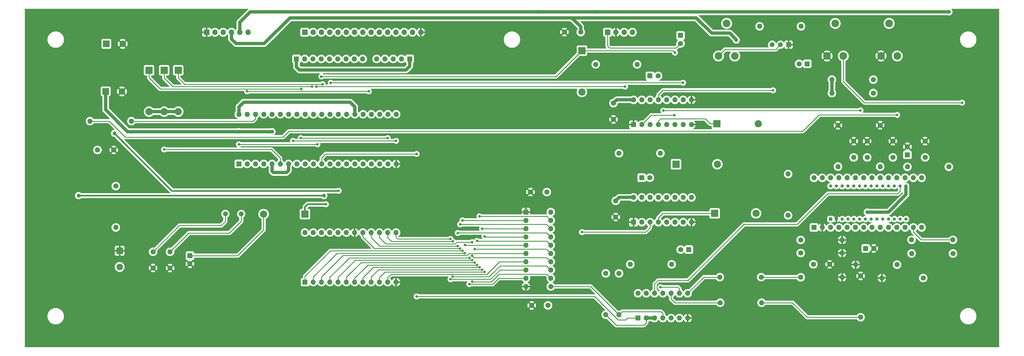
<source format=gbr>
G04 #@! TF.GenerationSoftware,KiCad,Pcbnew,(6.0.9)*
G04 #@! TF.CreationDate,2022-12-25T22:16:41-05:00*
G04 #@! TF.ProjectId,TSF_Soundboard,5453465f-536f-4756-9e64-626f6172642e,rev?*
G04 #@! TF.SameCoordinates,Original*
G04 #@! TF.FileFunction,Copper,L2,Bot*
G04 #@! TF.FilePolarity,Positive*
%FSLAX46Y46*%
G04 Gerber Fmt 4.6, Leading zero omitted, Abs format (unit mm)*
G04 Created by KiCad (PCBNEW (6.0.9)) date 2022-12-25 22:16:41*
%MOMM*%
%LPD*%
G01*
G04 APERTURE LIST*
G04 #@! TA.AperFunction,ComponentPad*
%ADD10R,1.600000X1.600000*%
G04 #@! TD*
G04 #@! TA.AperFunction,ComponentPad*
%ADD11O,1.600000X1.600000*%
G04 #@! TD*
G04 #@! TA.AperFunction,ComponentPad*
%ADD12C,1.600000*%
G04 #@! TD*
G04 #@! TA.AperFunction,ComponentPad*
%ADD13R,2.200000X2.200000*%
G04 #@! TD*
G04 #@! TA.AperFunction,ComponentPad*
%ADD14O,2.200000X2.200000*%
G04 #@! TD*
G04 #@! TA.AperFunction,ComponentPad*
%ADD15R,1.700000X1.700000*%
G04 #@! TD*
G04 #@! TA.AperFunction,ComponentPad*
%ADD16O,1.700000X1.700000*%
G04 #@! TD*
G04 #@! TA.AperFunction,ComponentPad*
%ADD17R,2.000000X2.000000*%
G04 #@! TD*
G04 #@! TA.AperFunction,ComponentPad*
%ADD18C,2.000000*%
G04 #@! TD*
G04 #@! TA.AperFunction,ComponentPad*
%ADD19R,1.000000X1.000000*%
G04 #@! TD*
G04 #@! TA.AperFunction,ComponentPad*
%ADD20O,1.000000X1.000000*%
G04 #@! TD*
G04 #@! TA.AperFunction,ComponentPad*
%ADD21C,2.340000*%
G04 #@! TD*
G04 #@! TA.AperFunction,ComponentPad*
%ADD22R,1.500000X1.500000*%
G04 #@! TD*
G04 #@! TA.AperFunction,ComponentPad*
%ADD23C,1.500000*%
G04 #@! TD*
G04 #@! TA.AperFunction,ViaPad*
%ADD24C,1.200000*%
G04 #@! TD*
G04 #@! TA.AperFunction,ViaPad*
%ADD25C,0.800000*%
G04 #@! TD*
G04 #@! TA.AperFunction,Conductor*
%ADD26C,1.000000*%
G04 #@! TD*
G04 #@! TA.AperFunction,Conductor*
%ADD27C,0.500000*%
G04 #@! TD*
G04 #@! TA.AperFunction,Conductor*
%ADD28C,0.250000*%
G04 #@! TD*
G04 APERTURE END LIST*
D10*
X215700000Y-91920000D03*
D11*
X218240000Y-91920000D03*
X220780000Y-91920000D03*
X223320000Y-91920000D03*
X225860000Y-91920000D03*
X228400000Y-91920000D03*
X230940000Y-91920000D03*
X233480000Y-91920000D03*
X233480000Y-84300000D03*
X230940000Y-84300000D03*
X228400000Y-84300000D03*
X225860000Y-84300000D03*
X223320000Y-84300000D03*
X220780000Y-84300000D03*
X218240000Y-84300000D03*
X215700000Y-84300000D03*
D12*
X209540000Y-55340000D03*
X209540000Y-60340000D03*
D13*
X240590000Y-89210000D03*
D14*
X253290000Y-89210000D03*
D12*
X68280000Y-101000000D03*
X68280000Y-106000000D03*
X204100000Y-43420000D03*
D11*
X216800000Y-43420000D03*
D10*
X220740000Y-46940000D03*
D12*
X223240000Y-46940000D03*
X287390000Y-72000000D03*
X287390000Y-67000000D03*
D15*
X84710000Y-33560000D03*
D16*
X87250000Y-33560000D03*
X89790000Y-33560000D03*
X92330000Y-33560000D03*
X94870000Y-33560000D03*
X97410000Y-33560000D03*
D10*
X299730000Y-71230000D03*
D12*
X299730000Y-68730000D03*
D13*
X67050000Y-45250000D03*
D14*
X67050000Y-57950000D03*
D12*
X305160000Y-72000000D03*
X305160000Y-67000000D03*
X61630000Y-60860000D03*
D11*
X48930000Y-60860000D03*
D13*
X114910000Y-89420000D03*
D14*
X102210000Y-89420000D03*
D10*
X94595000Y-74005000D03*
D11*
X97135000Y-74005000D03*
X99675000Y-74005000D03*
X102215000Y-74005000D03*
X104755000Y-74005000D03*
X107295000Y-74005000D03*
X109835000Y-74005000D03*
X112375000Y-74005000D03*
X114915000Y-74005000D03*
X117455000Y-74005000D03*
X119995000Y-74005000D03*
X122535000Y-74005000D03*
X125075000Y-74005000D03*
X127615000Y-74005000D03*
X130155000Y-74005000D03*
X132695000Y-74005000D03*
X135235000Y-74005000D03*
X137775000Y-74005000D03*
X140315000Y-74005000D03*
X142855000Y-74005000D03*
X142855000Y-58765000D03*
X140315000Y-58765000D03*
X137775000Y-58765000D03*
X135235000Y-58765000D03*
X132695000Y-58765000D03*
X130155000Y-58765000D03*
X127615000Y-58765000D03*
X125075000Y-58765000D03*
X122535000Y-58765000D03*
X119995000Y-58765000D03*
X117455000Y-58765000D03*
X114915000Y-58765000D03*
X112375000Y-58765000D03*
X109835000Y-58765000D03*
X107295000Y-58765000D03*
X104755000Y-58765000D03*
X102215000Y-58765000D03*
X99675000Y-58765000D03*
X97135000Y-58765000D03*
X94595000Y-58765000D03*
D12*
X289280000Y-52240000D03*
D11*
X276580000Y-52240000D03*
D12*
X254390000Y-31710000D03*
D11*
X267090000Y-31710000D03*
D17*
X53730000Y-51730000D03*
D18*
X58730000Y-51730000D03*
D12*
X189090000Y-82650000D03*
X184090000Y-82650000D03*
X313720000Y-101530000D03*
D11*
X301020000Y-101530000D03*
D17*
X53950000Y-37130000D03*
D18*
X58950000Y-37130000D03*
D12*
X73490000Y-101020000D03*
X73490000Y-106020000D03*
D13*
X76000000Y-45250000D03*
D14*
X76000000Y-57950000D03*
D12*
X285370000Y-108420000D03*
D11*
X285370000Y-121120000D03*
D10*
X79590000Y-102200000D03*
D12*
X79590000Y-104700000D03*
D10*
X271070000Y-93520000D03*
D19*
X276170000Y-90970000D03*
D11*
X273610000Y-93520000D03*
D20*
X277950000Y-90970000D03*
X279730000Y-90970000D03*
D11*
X276150000Y-93520000D03*
D20*
X281510000Y-90970000D03*
D11*
X278690000Y-93520000D03*
D20*
X283290000Y-90970000D03*
D11*
X281230000Y-93520000D03*
X283770000Y-93520000D03*
D20*
X285070000Y-90970000D03*
D11*
X286310000Y-93520000D03*
D20*
X286850000Y-90970000D03*
X288630000Y-90970000D03*
D11*
X288850000Y-93520000D03*
D20*
X290410000Y-90970000D03*
D11*
X291390000Y-93520000D03*
D20*
X292190000Y-90970000D03*
D11*
X293930000Y-93520000D03*
X296470000Y-93520000D03*
D20*
X293970000Y-90970000D03*
X295750000Y-90970000D03*
D11*
X299010000Y-93520000D03*
D20*
X297530000Y-90970000D03*
D11*
X301550000Y-93520000D03*
X304090000Y-93520000D03*
D20*
X299310000Y-90970000D03*
X299310000Y-80810000D03*
D11*
X304090000Y-78280000D03*
X301550000Y-78280000D03*
D20*
X297530000Y-80810000D03*
X295750000Y-80810000D03*
D11*
X299010000Y-78280000D03*
D20*
X293970000Y-80810000D03*
D11*
X296470000Y-78280000D03*
X293930000Y-78280000D03*
D20*
X292190000Y-80810000D03*
D11*
X291390000Y-78280000D03*
D20*
X290410000Y-80810000D03*
D11*
X288850000Y-78280000D03*
D20*
X288630000Y-80810000D03*
X286850000Y-80810000D03*
D11*
X286310000Y-78280000D03*
X283770000Y-78280000D03*
D20*
X285070000Y-80810000D03*
D11*
X281230000Y-78280000D03*
D20*
X283290000Y-80810000D03*
X281510000Y-80810000D03*
D11*
X278690000Y-78280000D03*
X276150000Y-78280000D03*
D20*
X279730000Y-80810000D03*
D11*
X273610000Y-78280000D03*
D20*
X277950000Y-80810000D03*
X276170000Y-80810000D03*
D11*
X271070000Y-78280000D03*
D12*
X56850000Y-80830000D03*
D11*
X56850000Y-93530000D03*
D13*
X199860000Y-39190000D03*
D14*
X199860000Y-51890000D03*
D21*
X246770000Y-40830000D03*
X244270000Y-30830000D03*
X241770000Y-40830000D03*
D12*
X301000000Y-97320000D03*
D11*
X313700000Y-97320000D03*
D13*
X228720000Y-74100000D03*
D14*
X241420000Y-74100000D03*
D22*
X263300000Y-37370000D03*
D23*
X260760000Y-37370000D03*
X258220000Y-37370000D03*
D10*
X217075000Y-121360000D03*
D11*
X219615000Y-121360000D03*
X222155000Y-121360000D03*
X224695000Y-121360000D03*
X227235000Y-121360000D03*
X229775000Y-121360000D03*
X232315000Y-121360000D03*
X232315000Y-113740000D03*
X229775000Y-113740000D03*
X227235000Y-113740000D03*
X224695000Y-113740000D03*
X222155000Y-113740000D03*
X219615000Y-113740000D03*
X217075000Y-113740000D03*
D12*
X266990000Y-108850000D03*
D11*
X279690000Y-108850000D03*
D10*
X232665112Y-100340000D03*
D12*
X230165112Y-100340000D03*
D10*
X182690000Y-88800000D03*
D11*
X182690000Y-91340000D03*
X182690000Y-93880000D03*
X182690000Y-96420000D03*
X182690000Y-98960000D03*
X182690000Y-101500000D03*
X182690000Y-104040000D03*
X182690000Y-106580000D03*
X182690000Y-109120000D03*
X182690000Y-111660000D03*
X190310000Y-111660000D03*
X190310000Y-109120000D03*
X190310000Y-106580000D03*
X190310000Y-104040000D03*
X190310000Y-101500000D03*
X190310000Y-98960000D03*
X190310000Y-96420000D03*
X190310000Y-93880000D03*
X190310000Y-91340000D03*
X190310000Y-88800000D03*
D12*
X278430000Y-62140000D03*
D11*
X278430000Y-74840000D03*
D10*
X269000000Y-43250000D03*
D12*
X266500000Y-43250000D03*
X291390000Y-62140000D03*
D11*
X291390000Y-74840000D03*
D23*
X95330000Y-89380000D03*
X90450000Y-89380000D03*
D12*
X189460000Y-117490000D03*
X184460000Y-117490000D03*
D17*
X58020000Y-100680000D03*
D18*
X58020000Y-105680000D03*
D12*
X270880000Y-104850000D03*
X275880000Y-104850000D03*
D10*
X147030000Y-41750000D03*
D11*
X144490000Y-41750000D03*
X141950000Y-41750000D03*
X139410000Y-41750000D03*
X136870000Y-41750000D03*
D10*
X286920000Y-99980000D03*
D12*
X289420000Y-99980000D03*
D10*
X218214888Y-78240000D03*
D12*
X220714888Y-78240000D03*
X210230000Y-85350000D03*
X210230000Y-90350000D03*
X254870000Y-108800000D03*
D11*
X242170000Y-108800000D03*
D10*
X230120000Y-34510000D03*
D12*
X230120000Y-37010000D03*
X211260000Y-107640000D03*
D11*
X211260000Y-120340000D03*
D13*
X241250000Y-61700000D03*
D14*
X253950000Y-61700000D03*
D12*
X289280000Y-48110000D03*
D11*
X276580000Y-48110000D03*
D12*
X263130000Y-89810000D03*
D11*
X263130000Y-77110000D03*
D10*
X215700000Y-61940000D03*
D11*
X218240000Y-61940000D03*
X220780000Y-61940000D03*
X223320000Y-61940000D03*
X225860000Y-61940000D03*
X228400000Y-61940000D03*
X230940000Y-61940000D03*
X233480000Y-61940000D03*
X233480000Y-54320000D03*
X230940000Y-54320000D03*
X228400000Y-54320000D03*
X225860000Y-54320000D03*
X223320000Y-54320000D03*
X220780000Y-54320000D03*
X218240000Y-54320000D03*
X215700000Y-54320000D03*
D12*
X304600000Y-109070000D03*
D11*
X291900000Y-109070000D03*
D12*
X295280000Y-72000000D03*
X295280000Y-67000000D03*
X214700000Y-104850000D03*
D11*
X227400000Y-104850000D03*
D12*
X312440000Y-74900000D03*
D11*
X299740000Y-74900000D03*
D10*
X114900000Y-110340000D03*
D11*
X117440000Y-110340000D03*
X119980000Y-110340000D03*
X122520000Y-110340000D03*
X125060000Y-110340000D03*
X127600000Y-110340000D03*
X130140000Y-110340000D03*
X132680000Y-110340000D03*
X135220000Y-110340000D03*
X137760000Y-110340000D03*
X140300000Y-110340000D03*
X142840000Y-110340000D03*
X142840000Y-95100000D03*
X140300000Y-95100000D03*
X137760000Y-95100000D03*
X135220000Y-95100000D03*
X132680000Y-95100000D03*
X130140000Y-95100000D03*
X127600000Y-95100000D03*
X125060000Y-95100000D03*
X122520000Y-95100000D03*
X119980000Y-95100000D03*
X117440000Y-95100000D03*
X114900000Y-95100000D03*
D12*
X199500000Y-33490000D03*
X194500000Y-33490000D03*
X211240000Y-70730000D03*
D11*
X223940000Y-70730000D03*
D15*
X114830000Y-33560000D03*
D16*
X117370000Y-33560000D03*
X119910000Y-33560000D03*
X122450000Y-33560000D03*
X124990000Y-33560000D03*
X127530000Y-33560000D03*
X130070000Y-33560000D03*
X132610000Y-33560000D03*
X135150000Y-33560000D03*
X137690000Y-33560000D03*
X140230000Y-33560000D03*
X142770000Y-33560000D03*
X145310000Y-33560000D03*
X147850000Y-33560000D03*
X150390000Y-33560000D03*
D13*
X71690000Y-45250000D03*
D14*
X71690000Y-57950000D03*
D21*
X296630000Y-40830000D03*
X294130000Y-30830000D03*
X291630000Y-40830000D03*
D12*
X242290000Y-116650000D03*
D11*
X254990000Y-116650000D03*
D12*
X283270000Y-72000000D03*
X283270000Y-67000000D03*
D15*
X207710000Y-33560000D03*
D16*
X210250000Y-33560000D03*
X212790000Y-33560000D03*
X215330000Y-33560000D03*
D12*
X266990000Y-101380000D03*
D11*
X279690000Y-101380000D03*
D21*
X280080000Y-40830000D03*
X277580000Y-30830000D03*
X275080000Y-40830000D03*
D12*
X51220000Y-69710000D03*
X56220000Y-69710000D03*
X207190000Y-107640000D03*
D11*
X207190000Y-120340000D03*
D12*
X296560000Y-104960000D03*
D11*
X283860000Y-104960000D03*
D12*
X266990000Y-97380000D03*
D11*
X279690000Y-97380000D03*
D10*
X112285000Y-41750000D03*
D11*
X114825000Y-41750000D03*
X117365000Y-41750000D03*
X119905000Y-41750000D03*
X122445000Y-41750000D03*
X124985000Y-41750000D03*
X127525000Y-41750000D03*
X130065000Y-41750000D03*
X132605000Y-41750000D03*
D24*
X56440000Y-64620000D03*
D25*
X125210000Y-82270000D03*
D24*
X247220000Y-35950000D03*
X186480000Y-27300000D03*
D25*
X121310000Y-86420000D03*
D24*
X94570000Y-64080000D03*
X312460000Y-27300000D03*
X287390000Y-88800000D03*
X204150000Y-27300000D03*
X104760000Y-64080000D03*
X120670000Y-83730000D03*
X45400000Y-83760000D03*
D25*
X113790000Y-50980000D03*
X228400000Y-39800000D03*
X117095000Y-50244500D03*
X119905000Y-47145000D03*
X228270000Y-59040000D03*
X213090000Y-50260000D03*
X118370000Y-50260000D03*
X122780000Y-49090000D03*
X230900000Y-49070000D03*
X71680000Y-69550000D03*
X199880000Y-94970000D03*
X223960000Y-111900000D03*
X120310000Y-49520000D03*
X149150000Y-70950000D03*
X149150000Y-114730000D03*
X162495500Y-92580000D03*
X162486162Y-99980500D03*
X161770000Y-99256000D03*
X161771000Y-95230000D03*
X166205500Y-102224500D03*
X166210000Y-98050000D03*
X160200000Y-108690000D03*
X160233166Y-97807000D03*
X159520000Y-109440000D03*
X159529046Y-97082500D03*
X170000000Y-107225500D03*
X169990000Y-96310000D03*
X169240000Y-93880000D03*
X169225946Y-106501000D03*
X142850000Y-66910000D03*
X111240000Y-66920000D03*
X140280000Y-66090000D03*
X113580000Y-66080000D03*
X163220000Y-91340000D03*
X163215340Y-100705000D03*
X163944500Y-98950000D03*
X163911308Y-101429500D03*
X165330000Y-110930000D03*
X165400000Y-102878500D03*
X166182316Y-103603000D03*
X166170000Y-110180000D03*
X166930000Y-100220000D03*
X166927160Y-104327500D03*
X167670165Y-105052000D03*
X167670000Y-97680000D03*
X168433862Y-105776500D03*
X168430000Y-90110000D03*
X285330000Y-57560000D03*
X224860000Y-57620000D03*
X258520000Y-51400000D03*
X296600000Y-58940000D03*
X316520000Y-55190000D03*
X97130000Y-51704500D03*
X134470000Y-51700000D03*
X94600000Y-67970000D03*
X118720000Y-67970000D03*
D26*
X234960000Y-29120000D02*
X195810000Y-29120000D01*
D27*
X125200000Y-82280000D02*
X74100000Y-82280000D01*
D26*
X199500000Y-31870000D02*
X199500000Y-33490000D01*
X196750000Y-29120000D02*
X199500000Y-31870000D01*
X110290000Y-29120000D02*
X195810000Y-29120000D01*
X195810000Y-29120000D02*
X196750000Y-29120000D01*
X247220000Y-35800000D02*
X245230000Y-33810000D01*
X239650000Y-33810000D02*
X234960000Y-29120000D01*
X245230000Y-33810000D02*
X239650000Y-33810000D01*
X247220000Y-35950000D02*
X247220000Y-35800000D01*
X102350000Y-37060000D02*
X110290000Y-29120000D01*
D27*
X74100000Y-82280000D02*
X56440000Y-64620000D01*
D26*
X93750000Y-37060000D02*
X102350000Y-37060000D01*
D27*
X125210000Y-82270000D02*
X125200000Y-82280000D01*
D26*
X92330000Y-33560000D02*
X92330000Y-35640000D01*
X92330000Y-35640000D02*
X93750000Y-37060000D01*
X273610000Y-91230000D02*
X275510000Y-89330000D01*
X275510000Y-89330000D02*
X277490000Y-89330000D01*
X277950000Y-89790000D02*
X277950000Y-90970000D01*
X277490000Y-89330000D02*
X277950000Y-89790000D01*
X273610000Y-93520000D02*
X273610000Y-91230000D01*
X211280000Y-84300000D02*
X210230000Y-85350000D01*
X215700000Y-54320000D02*
X210560000Y-54320000D01*
X60440000Y-64080000D02*
X94570000Y-64080000D01*
X299310000Y-83440000D02*
X299310000Y-80810000D01*
X94570000Y-64080000D02*
X104760000Y-64080000D01*
X109160000Y-76670000D02*
X109835000Y-75995000D01*
X94595000Y-58765000D02*
X94595000Y-56465000D01*
D27*
X121310000Y-86420000D02*
X115730000Y-86420000D01*
D26*
X98110000Y-27300000D02*
X186480000Y-27300000D01*
D27*
X115730000Y-86420000D02*
X114910000Y-87240000D01*
D26*
X53730000Y-57370000D02*
X60440000Y-64080000D01*
X109835000Y-75995000D02*
X109835000Y-74005000D01*
X53730000Y-51730000D02*
X53730000Y-57370000D01*
X147030000Y-43950000D02*
X145840000Y-45140000D01*
X204150000Y-27300000D02*
X312460000Y-27300000D01*
X94595000Y-56465000D02*
X96040000Y-55020000D01*
X215700000Y-84300000D02*
X211280000Y-84300000D01*
X186480000Y-27300000D02*
X204150000Y-27300000D01*
X105230000Y-76670000D02*
X109160000Y-76670000D01*
X130155000Y-56455000D02*
X130155000Y-58765000D01*
X94870000Y-33560000D02*
X94870000Y-30540000D01*
X96040000Y-55020000D02*
X128720000Y-55020000D01*
X147030000Y-41750000D02*
X147030000Y-43950000D01*
X113210000Y-45140000D02*
X112285000Y-44215000D01*
X287390000Y-88800000D02*
X293950000Y-88800000D01*
X104755000Y-76195000D02*
X105230000Y-76670000D01*
X112285000Y-44215000D02*
X112285000Y-41750000D01*
X128720000Y-55020000D02*
X130155000Y-56455000D01*
X94870000Y-30540000D02*
X98110000Y-27300000D01*
D27*
X114910000Y-87240000D02*
X114910000Y-89420000D01*
D26*
X210560000Y-54320000D02*
X209540000Y-55340000D01*
X145840000Y-45140000D02*
X113210000Y-45140000D01*
X293950000Y-88800000D02*
X299310000Y-83440000D01*
X104755000Y-74005000D02*
X104755000Y-76195000D01*
D27*
X120670000Y-83730000D02*
X45430000Y-83730000D01*
D28*
X45430000Y-83730000D02*
X45400000Y-83760000D01*
X76360000Y-92920000D02*
X89220000Y-92920000D01*
X68280000Y-101000000D02*
X76360000Y-92920000D01*
X90450000Y-91690000D02*
X90450000Y-89380000D01*
X89220000Y-92920000D02*
X90450000Y-91690000D01*
X102210000Y-89420000D02*
X102210000Y-94230000D01*
X94240000Y-102200000D02*
X79590000Y-102200000D01*
X102210000Y-94230000D02*
X94240000Y-102200000D01*
X95330000Y-91630000D02*
X95330000Y-89380000D01*
X91690000Y-95270000D02*
X95330000Y-91630000D01*
X73490000Y-101020000D02*
X79240000Y-95270000D01*
X79240000Y-95270000D02*
X91690000Y-95270000D01*
X228720000Y-38410000D02*
X208330000Y-38410000D01*
X207710000Y-37790000D02*
X208330000Y-38410000D01*
X230120000Y-37010000D02*
X228720000Y-38410000D01*
X207710000Y-33560000D02*
X207710000Y-37790000D01*
X222155000Y-113740000D02*
X222155000Y-110875000D01*
X296800000Y-83140000D02*
X297530000Y-82410000D01*
X265890000Y-92590000D02*
X275340000Y-83140000D01*
X275340000Y-83140000D02*
X296800000Y-83140000D01*
X222155000Y-110875000D02*
X223210000Y-109820000D01*
X223210000Y-109820000D02*
X232370000Y-109820000D01*
X297530000Y-82410000D02*
X297530000Y-80810000D01*
X232370000Y-109820000D02*
X249600000Y-92590000D01*
X249600000Y-92590000D02*
X265890000Y-92590000D01*
D26*
X276580000Y-52240000D02*
X276580000Y-48110000D01*
D28*
X67050000Y-45250000D02*
X67050000Y-47520000D01*
X70510000Y-50980000D02*
X113790000Y-50980000D01*
X67050000Y-47520000D02*
X70510000Y-50980000D01*
X74314500Y-50244500D02*
X117095000Y-50244500D01*
X227790000Y-39190000D02*
X199860000Y-39190000D01*
X71690000Y-45250000D02*
X71690000Y-47620000D01*
X119905000Y-47145000D02*
X191905000Y-47145000D01*
X221140000Y-59040000D02*
X228270000Y-59040000D01*
X191905000Y-47145000D02*
X199860000Y-39190000D01*
X228400000Y-39800000D02*
X227790000Y-39190000D01*
X218240000Y-61940000D02*
X221140000Y-59040000D01*
X71690000Y-47620000D02*
X74314500Y-50244500D01*
X118370000Y-50260000D02*
X192890000Y-50260000D01*
X192890000Y-50260000D02*
X213090000Y-50260000D01*
X122800000Y-49070000D02*
X122780000Y-49090000D01*
X230900000Y-49070000D02*
X122800000Y-49070000D01*
X104590000Y-69550000D02*
X71680000Y-69550000D01*
X107295000Y-74005000D02*
X107295000Y-72255000D01*
D26*
X67050000Y-57950000D02*
X76000000Y-57950000D01*
D28*
X107295000Y-72255000D02*
X104590000Y-69550000D01*
X199880000Y-94970000D02*
X219440000Y-94970000D01*
X219440000Y-94970000D02*
X220780000Y-93630000D01*
X220780000Y-93630000D02*
X220780000Y-91920000D01*
X237690000Y-60110000D02*
X239280000Y-61700000D01*
X239280000Y-61700000D02*
X241250000Y-61700000D01*
X223960000Y-111900000D02*
X229340000Y-111900000D01*
X229340000Y-111900000D02*
X229775000Y-112335000D01*
X223320000Y-61940000D02*
X223320000Y-60840000D01*
X223320000Y-60840000D02*
X224050000Y-60110000D01*
X229775000Y-112335000D02*
X229775000Y-113740000D01*
X224050000Y-60110000D02*
X237690000Y-60110000D01*
X76000000Y-45250000D02*
X76000000Y-47550000D01*
X77970000Y-49520000D02*
X120310000Y-49520000D01*
X76000000Y-47550000D02*
X77970000Y-49520000D01*
X223320000Y-91920000D02*
X223320000Y-90560000D01*
X223320000Y-90560000D02*
X224670000Y-89210000D01*
X224670000Y-89210000D02*
X240590000Y-89210000D01*
X191880000Y-114730000D02*
X149150000Y-114730000D01*
X203740000Y-114730000D02*
X191880000Y-114730000D01*
X119995000Y-72155000D02*
X121200000Y-70950000D01*
X208560000Y-119550000D02*
X203740000Y-114730000D01*
X119995000Y-74005000D02*
X119995000Y-72155000D01*
X213250000Y-121960000D02*
X210970000Y-121960000D01*
X210970000Y-121960000D02*
X208560000Y-119550000D01*
X217075000Y-121360000D02*
X213850000Y-121360000D01*
X121200000Y-70950000D02*
X149150000Y-70950000D01*
X213850000Y-121360000D02*
X213250000Y-121960000D01*
X132680000Y-96490000D02*
X136170500Y-99980500D01*
X189030000Y-92600000D02*
X182480000Y-92600000D01*
X182480000Y-92600000D02*
X162515500Y-92600000D01*
X162515500Y-92600000D02*
X162495500Y-92580000D01*
X136170500Y-99980500D02*
X162486162Y-99980500D01*
X190310000Y-93880000D02*
X189030000Y-92600000D01*
X132680000Y-95100000D02*
X132680000Y-96490000D01*
X135220000Y-96630000D02*
X137846000Y-99256000D01*
X137846000Y-99256000D02*
X161770000Y-99256000D01*
X189050000Y-95160000D02*
X182270000Y-95160000D01*
X182270000Y-95160000D02*
X161841000Y-95160000D01*
X190310000Y-96420000D02*
X189050000Y-95160000D01*
X135220000Y-95100000D02*
X135220000Y-96630000D01*
X161841000Y-95160000D02*
X161771000Y-95230000D01*
X161461500Y-98050000D02*
X166210000Y-98050000D01*
X190310000Y-104040000D02*
X189050000Y-102780000D01*
X166761000Y-102780000D02*
X166205500Y-102224500D01*
X137760000Y-96650000D02*
X139250000Y-98140000D01*
X189050000Y-102780000D02*
X182420000Y-102780000D01*
X139641500Y-98531500D02*
X160980000Y-98531500D01*
X182420000Y-102780000D02*
X171870000Y-102780000D01*
X139250000Y-98140000D02*
X139641500Y-98531500D01*
X171870000Y-102780000D02*
X166761000Y-102780000D01*
X137760000Y-95100000D02*
X137760000Y-96650000D01*
X160980000Y-98531500D02*
X161461500Y-98050000D01*
X171420000Y-108690000D02*
X160200000Y-108690000D01*
X140300000Y-95100000D02*
X140300000Y-96670000D01*
X140300000Y-96670000D02*
X141090000Y-97460000D01*
X190310000Y-106580000D02*
X189040000Y-105310000D01*
X174800000Y-105310000D02*
X172705000Y-107405000D01*
X141090000Y-97460000D02*
X141437000Y-97807000D01*
X189040000Y-105310000D02*
X174800000Y-105310000D01*
X172705000Y-107405000D02*
X171420000Y-108690000D01*
X141437000Y-97807000D02*
X160233166Y-97807000D01*
X142840000Y-95100000D02*
X142840000Y-96540000D01*
X174710000Y-106580000D02*
X171960000Y-109330000D01*
X143382500Y-97082500D02*
X159529046Y-97082500D01*
X171850000Y-109440000D02*
X159520000Y-109440000D01*
X142840000Y-96540000D02*
X143360000Y-97060000D01*
X143360000Y-97060000D02*
X143382500Y-97082500D01*
X171960000Y-109330000D02*
X171850000Y-109440000D01*
X182690000Y-106580000D02*
X174710000Y-106580000D01*
X169480000Y-107950000D02*
X170530000Y-107950000D01*
X141260000Y-107950000D02*
X169480000Y-107950000D01*
X182690000Y-104040000D02*
X174598782Y-104040000D01*
X140300000Y-110340000D02*
X140300000Y-108910000D01*
X174598782Y-104040000D02*
X170693953Y-107944829D01*
X140300000Y-108910000D02*
X141260000Y-107950000D01*
X169480000Y-107950000D02*
X170688782Y-107950000D01*
X170688782Y-107950000D02*
X170693953Y-107944829D01*
X137760000Y-108870000D02*
X139404500Y-107225500D01*
X182690000Y-96420000D02*
X170100000Y-96420000D01*
X137760000Y-110340000D02*
X137760000Y-108870000D01*
X139404500Y-107225500D02*
X170000000Y-107225500D01*
X170100000Y-96420000D02*
X169990000Y-96310000D01*
X182690000Y-93880000D02*
X169240000Y-93880000D01*
X135220000Y-110340000D02*
X135220000Y-108740000D01*
X135220000Y-108740000D02*
X137459000Y-106501000D01*
X137459000Y-106501000D02*
X169225946Y-106501000D01*
X142840000Y-66920000D02*
X142850000Y-66910000D01*
X111240000Y-66920000D02*
X142840000Y-66920000D01*
X140270000Y-66080000D02*
X140280000Y-66090000D01*
X113580000Y-66080000D02*
X140270000Y-66080000D01*
X61630000Y-60860000D02*
X98970000Y-60860000D01*
X99675000Y-60155000D02*
X99675000Y-58765000D01*
X98970000Y-60860000D02*
X99675000Y-60155000D01*
X182690000Y-91340000D02*
X163220000Y-91340000D01*
X114900000Y-108490000D02*
X120754500Y-102635500D01*
X114900000Y-110340000D02*
X114900000Y-108490000D01*
X120754500Y-102635500D02*
X122685000Y-100705000D01*
X122685000Y-100705000D02*
X163215340Y-100705000D01*
X182690000Y-98960000D02*
X163954500Y-98960000D01*
X122810000Y-103360000D02*
X124740500Y-101429500D01*
X117440000Y-108730000D02*
X122810000Y-103360000D01*
X163954500Y-98960000D02*
X163944500Y-98950000D01*
X117440000Y-110340000D02*
X117440000Y-108730000D01*
X124740500Y-101429500D02*
X163911308Y-101429500D01*
X126566000Y-102154000D02*
X164610000Y-102154000D01*
X119980000Y-110340000D02*
X119980000Y-108740000D01*
X182690000Y-101500000D02*
X165264000Y-101500000D01*
X124602500Y-104117500D02*
X126566000Y-102154000D01*
X165264000Y-101500000D02*
X164610000Y-102154000D01*
X119980000Y-108740000D02*
X124602500Y-104117500D01*
X182690000Y-109120000D02*
X174330000Y-109120000D01*
X172490000Y-110960000D02*
X165360000Y-110960000D01*
X122520000Y-108834000D02*
X126512000Y-104842000D01*
X126512000Y-104842000D02*
X128475500Y-102878500D01*
X128475500Y-102878500D02*
X165400000Y-102878500D01*
X122520000Y-110340000D02*
X122520000Y-108834000D01*
X174330000Y-109120000D02*
X172490000Y-110960000D01*
X165360000Y-110960000D02*
X165330000Y-110930000D01*
X174500000Y-107850000D02*
X172120000Y-110230000D01*
X189040000Y-107850000D02*
X182420000Y-107850000D01*
X125060000Y-110340000D02*
X125060000Y-108800000D01*
X172120000Y-110230000D02*
X166220000Y-110230000D01*
X182420000Y-107850000D02*
X174500000Y-107850000D01*
X128293500Y-105566500D02*
X130257000Y-103603000D01*
X130257000Y-103603000D02*
X166182316Y-103603000D01*
X125060000Y-108800000D02*
X128293500Y-105566500D01*
X166220000Y-110230000D02*
X166170000Y-110180000D01*
X190310000Y-109120000D02*
X189040000Y-107850000D01*
X130149000Y-106291000D02*
X132112500Y-104327500D01*
X189030000Y-100220000D02*
X182140000Y-100220000D01*
X189040000Y-100230000D02*
X189030000Y-100220000D01*
X127600000Y-108840000D02*
X130149000Y-106291000D01*
X190310000Y-101500000D02*
X189040000Y-100230000D01*
X132112500Y-104327500D02*
X166927160Y-104327500D01*
X127600000Y-110340000D02*
X127600000Y-108840000D01*
X182140000Y-100220000D02*
X166930000Y-100220000D01*
X130680000Y-108520000D02*
X132184500Y-107015500D01*
X190310000Y-98960000D02*
X189050000Y-97700000D01*
X134148000Y-105052000D02*
X167670165Y-105052000D01*
X130140000Y-109060000D02*
X130680000Y-108520000D01*
X132184500Y-107015500D02*
X134148000Y-105052000D01*
X182260000Y-97700000D02*
X167690000Y-97700000D01*
X130140000Y-110340000D02*
X130140000Y-109060000D01*
X189050000Y-97700000D02*
X182260000Y-97700000D01*
X167690000Y-97700000D02*
X167670000Y-97680000D01*
X133920000Y-107740000D02*
X135883500Y-105776500D01*
X168445000Y-90125000D02*
X168430000Y-90110000D01*
X132680000Y-108980000D02*
X133920000Y-107740000D01*
X189095000Y-90125000D02*
X168445000Y-90125000D01*
X132680000Y-110340000D02*
X132680000Y-108980000D01*
X190310000Y-91340000D02*
X189095000Y-90125000D01*
X135883500Y-105776500D02*
X168433862Y-105776500D01*
X190310000Y-111660000D02*
X202580000Y-111660000D01*
X224090000Y-119360000D02*
X224695000Y-119965000D01*
X224695000Y-119965000D02*
X224695000Y-121360000D01*
X212240000Y-119360000D02*
X224090000Y-119360000D01*
X202580000Y-111660000D02*
X211260000Y-120340000D01*
X211260000Y-120340000D02*
X212240000Y-119360000D01*
X224920000Y-57560000D02*
X224860000Y-57620000D01*
X285330000Y-57560000D02*
X224920000Y-57560000D01*
X258520000Y-51400000D02*
X224660000Y-51400000D01*
X223320000Y-52740000D02*
X223320000Y-54320000D01*
X224660000Y-51400000D02*
X223320000Y-52740000D01*
X219615000Y-122835000D02*
X219615000Y-121360000D01*
X207190000Y-120340000D02*
X210410000Y-123560000D01*
X210410000Y-123560000D02*
X218890000Y-123560000D01*
X218890000Y-123560000D02*
X219615000Y-122835000D01*
D26*
X219615000Y-121360000D02*
X222155000Y-121360000D01*
D28*
X242170000Y-108800000D02*
X237255000Y-108800000D01*
X237255000Y-108800000D02*
X232315000Y-113740000D01*
X228380000Y-116650000D02*
X227235000Y-115505000D01*
X242290000Y-116650000D02*
X228380000Y-116650000D01*
X227235000Y-115505000D02*
X227235000Y-113740000D01*
X254870000Y-108800000D02*
X266940000Y-108800000D01*
X266940000Y-108800000D02*
X266990000Y-108850000D01*
X313700000Y-97320000D02*
X303930000Y-97320000D01*
X301550000Y-94940000D02*
X301550000Y-93520000D01*
X303930000Y-97320000D02*
X301550000Y-94940000D01*
X268980000Y-121120000D02*
X285370000Y-121120000D01*
X254990000Y-116650000D02*
X264510000Y-116650000D01*
X264510000Y-116650000D02*
X268980000Y-121120000D01*
X54810000Y-60860000D02*
X59750000Y-65800000D01*
X48930000Y-60860000D02*
X54810000Y-60860000D01*
X272635000Y-58925000D02*
X293575000Y-58925000D01*
X293575000Y-58925000D02*
X296585000Y-58925000D01*
X108120000Y-65800000D02*
X109965000Y-63955000D01*
X59750000Y-65800000D02*
X108120000Y-65800000D01*
X296585000Y-58925000D02*
X296600000Y-58940000D01*
X109965000Y-63955000D02*
X267605000Y-63955000D01*
X267605000Y-63955000D02*
X272635000Y-58925000D01*
X259270000Y-38860000D02*
X243740000Y-38860000D01*
X260760000Y-37370000D02*
X259270000Y-38860000D01*
X243740000Y-38860000D02*
X241770000Y-40830000D01*
X280080000Y-48700000D02*
X280240000Y-48860000D01*
X316520000Y-55190000D02*
X286570000Y-55190000D01*
X286570000Y-55190000D02*
X280240000Y-48860000D01*
X280080000Y-40830000D02*
X280080000Y-48700000D01*
X133705500Y-51704500D02*
X134465500Y-51704500D01*
X97130000Y-51704500D02*
X133705500Y-51704500D01*
X134465500Y-51704500D02*
X134470000Y-51700000D01*
X118720000Y-67970000D02*
X94600000Y-67970000D01*
G04 #@! TA.AperFunction,Conductor*
G36*
X97431258Y-26338502D02*
G01*
X97477751Y-26392158D01*
X97487855Y-26462432D01*
X97458361Y-26527012D01*
X97441747Y-26542970D01*
X97437027Y-26546738D01*
X97434524Y-26549241D01*
X97433805Y-26549884D01*
X97429472Y-26553585D01*
X97395938Y-26580935D01*
X97392011Y-26585682D01*
X97392009Y-26585684D01*
X97366713Y-26616262D01*
X97358723Y-26625042D01*
X94200621Y-29783145D01*
X94190478Y-29792247D01*
X94160975Y-29815968D01*
X94157008Y-29820696D01*
X94128709Y-29854421D01*
X94125528Y-29858069D01*
X94123885Y-29859881D01*
X94121691Y-29862075D01*
X94094358Y-29895349D01*
X94093696Y-29896147D01*
X94033846Y-29967474D01*
X94031278Y-29972144D01*
X94027897Y-29976261D01*
X93996860Y-30034145D01*
X93984023Y-30058086D01*
X93983394Y-30059245D01*
X93941538Y-30135381D01*
X93941535Y-30135389D01*
X93938567Y-30140787D01*
X93936955Y-30145869D01*
X93934438Y-30150563D01*
X93907238Y-30239531D01*
X93906918Y-30240559D01*
X93878765Y-30329306D01*
X93878171Y-30334602D01*
X93876613Y-30339698D01*
X93868865Y-30415978D01*
X93867218Y-30432187D01*
X93867089Y-30433393D01*
X93861500Y-30483227D01*
X93861500Y-30486754D01*
X93861445Y-30487739D01*
X93860998Y-30493419D01*
X93856626Y-30536462D01*
X93857206Y-30542593D01*
X93860941Y-30582109D01*
X93861500Y-30593967D01*
X93861500Y-32598381D01*
X93841498Y-32666502D01*
X93826594Y-32685432D01*
X93810629Y-32702138D01*
X93703201Y-32859621D01*
X93648293Y-32904621D01*
X93577768Y-32912792D01*
X93514021Y-32881538D01*
X93493324Y-32857054D01*
X93412822Y-32732617D01*
X93412820Y-32732614D01*
X93410014Y-32728277D01*
X93259670Y-32563051D01*
X93255619Y-32559852D01*
X93255615Y-32559848D01*
X93088414Y-32427800D01*
X93088410Y-32427798D01*
X93084359Y-32424598D01*
X93078753Y-32421503D01*
X93025168Y-32391923D01*
X92888789Y-32316638D01*
X92883920Y-32314914D01*
X92883916Y-32314912D01*
X92683087Y-32243795D01*
X92683083Y-32243794D01*
X92678212Y-32242069D01*
X92673119Y-32241162D01*
X92673116Y-32241161D01*
X92463373Y-32203800D01*
X92463367Y-32203799D01*
X92458284Y-32202894D01*
X92384452Y-32201992D01*
X92240081Y-32200228D01*
X92240079Y-32200228D01*
X92234911Y-32200165D01*
X92014091Y-32233955D01*
X91801756Y-32303357D01*
X91763978Y-32323023D01*
X91631623Y-32391923D01*
X91603607Y-32406507D01*
X91599474Y-32409610D01*
X91599471Y-32409612D01*
X91429100Y-32537530D01*
X91424965Y-32540635D01*
X91408182Y-32558197D01*
X91290322Y-32681531D01*
X91270629Y-32702138D01*
X91163201Y-32859621D01*
X91108293Y-32904621D01*
X91037768Y-32912792D01*
X90974021Y-32881538D01*
X90953324Y-32857054D01*
X90872822Y-32732617D01*
X90872820Y-32732614D01*
X90870014Y-32728277D01*
X90719670Y-32563051D01*
X90715619Y-32559852D01*
X90715615Y-32559848D01*
X90548414Y-32427800D01*
X90548410Y-32427798D01*
X90544359Y-32424598D01*
X90538753Y-32421503D01*
X90485168Y-32391923D01*
X90348789Y-32316638D01*
X90343920Y-32314914D01*
X90343916Y-32314912D01*
X90143087Y-32243795D01*
X90143083Y-32243794D01*
X90138212Y-32242069D01*
X90133119Y-32241162D01*
X90133116Y-32241161D01*
X89923373Y-32203800D01*
X89923367Y-32203799D01*
X89918284Y-32202894D01*
X89844452Y-32201992D01*
X89700081Y-32200228D01*
X89700079Y-32200228D01*
X89694911Y-32200165D01*
X89474091Y-32233955D01*
X89261756Y-32303357D01*
X89223978Y-32323023D01*
X89091623Y-32391923D01*
X89063607Y-32406507D01*
X89059474Y-32409610D01*
X89059471Y-32409612D01*
X88889100Y-32537530D01*
X88884965Y-32540635D01*
X88868182Y-32558197D01*
X88750322Y-32681531D01*
X88730629Y-32702138D01*
X88623201Y-32859621D01*
X88568293Y-32904621D01*
X88497768Y-32912792D01*
X88434021Y-32881538D01*
X88413324Y-32857054D01*
X88332822Y-32732617D01*
X88332820Y-32732614D01*
X88330014Y-32728277D01*
X88179670Y-32563051D01*
X88175619Y-32559852D01*
X88175615Y-32559848D01*
X88008414Y-32427800D01*
X88008410Y-32427798D01*
X88004359Y-32424598D01*
X87998753Y-32421503D01*
X87945168Y-32391923D01*
X87808789Y-32316638D01*
X87803920Y-32314914D01*
X87803916Y-32314912D01*
X87603087Y-32243795D01*
X87603083Y-32243794D01*
X87598212Y-32242069D01*
X87593119Y-32241162D01*
X87593116Y-32241161D01*
X87383373Y-32203800D01*
X87383367Y-32203799D01*
X87378284Y-32202894D01*
X87304452Y-32201992D01*
X87160081Y-32200228D01*
X87160079Y-32200228D01*
X87154911Y-32200165D01*
X86934091Y-32233955D01*
X86721756Y-32303357D01*
X86683978Y-32323023D01*
X86551623Y-32391923D01*
X86523607Y-32406507D01*
X86519474Y-32409610D01*
X86519471Y-32409612D01*
X86349100Y-32537530D01*
X86344965Y-32540635D01*
X86341393Y-32544373D01*
X86263898Y-32625466D01*
X86202374Y-32660895D01*
X86131462Y-32657438D01*
X86073676Y-32616192D01*
X86054823Y-32582644D01*
X86013324Y-32471946D01*
X86004786Y-32456351D01*
X85928285Y-32354276D01*
X85915724Y-32341715D01*
X85813649Y-32265214D01*
X85798054Y-32256676D01*
X85677606Y-32211522D01*
X85662351Y-32207895D01*
X85611486Y-32202369D01*
X85604672Y-32202000D01*
X84982115Y-32202000D01*
X84966876Y-32206475D01*
X84965671Y-32207865D01*
X84964000Y-32215548D01*
X84964000Y-34899884D01*
X84968475Y-34915123D01*
X84969865Y-34916328D01*
X84977548Y-34917999D01*
X85604669Y-34917999D01*
X85611490Y-34917629D01*
X85662352Y-34912105D01*
X85677604Y-34908479D01*
X85798054Y-34863324D01*
X85813649Y-34854786D01*
X85915724Y-34778285D01*
X85928285Y-34765724D01*
X86004786Y-34663649D01*
X86013324Y-34648054D01*
X86054225Y-34538952D01*
X86096867Y-34482188D01*
X86163428Y-34457488D01*
X86232777Y-34472696D01*
X86267444Y-34500684D01*
X86292865Y-34530031D01*
X86292869Y-34530035D01*
X86296250Y-34533938D01*
X86468126Y-34676632D01*
X86661000Y-34789338D01*
X86665825Y-34791180D01*
X86665826Y-34791181D01*
X86722404Y-34812786D01*
X86869692Y-34869030D01*
X86874760Y-34870061D01*
X86874763Y-34870062D01*
X86946879Y-34884734D01*
X87088597Y-34913567D01*
X87093772Y-34913757D01*
X87093774Y-34913757D01*
X87306673Y-34921564D01*
X87306677Y-34921564D01*
X87311837Y-34921753D01*
X87316957Y-34921097D01*
X87316959Y-34921097D01*
X87528288Y-34894025D01*
X87528289Y-34894025D01*
X87533416Y-34893368D01*
X87538366Y-34891883D01*
X87742429Y-34830661D01*
X87742434Y-34830659D01*
X87747384Y-34829174D01*
X87947994Y-34730896D01*
X88129860Y-34601173D01*
X88176724Y-34554473D01*
X88248830Y-34482618D01*
X88288096Y-34443489D01*
X88294167Y-34435041D01*
X88418453Y-34262077D01*
X88419776Y-34263028D01*
X88466645Y-34219857D01*
X88536580Y-34207625D01*
X88602026Y-34235144D01*
X88629875Y-34266994D01*
X88689987Y-34365088D01*
X88836250Y-34533938D01*
X89008126Y-34676632D01*
X89201000Y-34789338D01*
X89205825Y-34791180D01*
X89205826Y-34791181D01*
X89262404Y-34812786D01*
X89409692Y-34869030D01*
X89414760Y-34870061D01*
X89414763Y-34870062D01*
X89486879Y-34884734D01*
X89628597Y-34913567D01*
X89633772Y-34913757D01*
X89633774Y-34913757D01*
X89846673Y-34921564D01*
X89846677Y-34921564D01*
X89851837Y-34921753D01*
X89856957Y-34921097D01*
X89856959Y-34921097D01*
X90068288Y-34894025D01*
X90068289Y-34894025D01*
X90073416Y-34893368D01*
X90078366Y-34891883D01*
X90282429Y-34830661D01*
X90282434Y-34830659D01*
X90287384Y-34829174D01*
X90487994Y-34730896D01*
X90669860Y-34601173D01*
X90716724Y-34554473D01*
X90788830Y-34482618D01*
X90828096Y-34443489D01*
X90834167Y-34435041D01*
X90958453Y-34262077D01*
X90959776Y-34263028D01*
X91006645Y-34219857D01*
X91076580Y-34207625D01*
X91142026Y-34235144D01*
X91169875Y-34266994D01*
X91229987Y-34365088D01*
X91290583Y-34435041D01*
X91290737Y-34435219D01*
X91320220Y-34499804D01*
X91321500Y-34517717D01*
X91321500Y-35578157D01*
X91320763Y-35591764D01*
X91317493Y-35621869D01*
X91316676Y-35629388D01*
X91317213Y-35635523D01*
X91321050Y-35679388D01*
X91321379Y-35684214D01*
X91321500Y-35686686D01*
X91321500Y-35689769D01*
X91321801Y-35692837D01*
X91325690Y-35732506D01*
X91325812Y-35733819D01*
X91328432Y-35763767D01*
X91333913Y-35826413D01*
X91335400Y-35831532D01*
X91335920Y-35836833D01*
X91362791Y-35925834D01*
X91363126Y-35926967D01*
X91386746Y-36008263D01*
X91389091Y-36016336D01*
X91391544Y-36021068D01*
X91393084Y-36026169D01*
X91395978Y-36031612D01*
X91436731Y-36108260D01*
X91437343Y-36109426D01*
X91467019Y-36166676D01*
X91480108Y-36191926D01*
X91483431Y-36196089D01*
X91485934Y-36200796D01*
X91544755Y-36272918D01*
X91545446Y-36273774D01*
X91576738Y-36312973D01*
X91579242Y-36315477D01*
X91579884Y-36316195D01*
X91583585Y-36320528D01*
X91610935Y-36354062D01*
X91615682Y-36357989D01*
X91615684Y-36357991D01*
X91646262Y-36383287D01*
X91655042Y-36391277D01*
X92993145Y-37729379D01*
X93002247Y-37739522D01*
X93025968Y-37769025D01*
X93064456Y-37801320D01*
X93068075Y-37804478D01*
X93069890Y-37806124D01*
X93072075Y-37808309D01*
X93074455Y-37810264D01*
X93074465Y-37810273D01*
X93105236Y-37835549D01*
X93106251Y-37836391D01*
X93116393Y-37844901D01*
X93177474Y-37896154D01*
X93182148Y-37898723D01*
X93186261Y-37902102D01*
X93191698Y-37905017D01*
X93191699Y-37905018D01*
X93268047Y-37945955D01*
X93269177Y-37946568D01*
X93281367Y-37953269D01*
X93345352Y-37988445D01*
X93350787Y-37991433D01*
X93355869Y-37993045D01*
X93360563Y-37995562D01*
X93449531Y-38022762D01*
X93450559Y-38023082D01*
X93539306Y-38051235D01*
X93544602Y-38051829D01*
X93549698Y-38053387D01*
X93642257Y-38062790D01*
X93643393Y-38062911D01*
X93677008Y-38066681D01*
X93689730Y-38068108D01*
X93689734Y-38068108D01*
X93693227Y-38068500D01*
X93696754Y-38068500D01*
X93697739Y-38068555D01*
X93703419Y-38069002D01*
X93732825Y-38071989D01*
X93740337Y-38072752D01*
X93740339Y-38072752D01*
X93746462Y-38073374D01*
X93792108Y-38069059D01*
X93803967Y-38068500D01*
X102288157Y-38068500D01*
X102301764Y-38069237D01*
X102333262Y-38072659D01*
X102333267Y-38072659D01*
X102339388Y-38073324D01*
X102365638Y-38071027D01*
X102389388Y-38068950D01*
X102394214Y-38068621D01*
X102396686Y-38068500D01*
X102399769Y-38068500D01*
X102411738Y-38067326D01*
X102442506Y-38064310D01*
X102443819Y-38064188D01*
X102488084Y-38060315D01*
X102536413Y-38056087D01*
X102541532Y-38054600D01*
X102546833Y-38054080D01*
X102635834Y-38027209D01*
X102636967Y-38026874D01*
X102720414Y-38002630D01*
X102720418Y-38002628D01*
X102726336Y-38000909D01*
X102731068Y-37998456D01*
X102736169Y-37996916D01*
X102743173Y-37993192D01*
X102818260Y-37953269D01*
X102819426Y-37952657D01*
X102896453Y-37912729D01*
X102901926Y-37909892D01*
X102906089Y-37906569D01*
X102910796Y-37904066D01*
X102982918Y-37845245D01*
X102983774Y-37844554D01*
X103022973Y-37813262D01*
X103025477Y-37810758D01*
X103026195Y-37810116D01*
X103030528Y-37806415D01*
X103064062Y-37779065D01*
X103093288Y-37743737D01*
X103101277Y-37734958D01*
X105026235Y-35810000D01*
X175896540Y-35810000D01*
X175916359Y-36125020D01*
X175975505Y-36435072D01*
X175997379Y-36502394D01*
X176053547Y-36675259D01*
X176073044Y-36735266D01*
X176074731Y-36738852D01*
X176074733Y-36738856D01*
X176205750Y-37017283D01*
X176205754Y-37017290D01*
X176207438Y-37020869D01*
X176376568Y-37287375D01*
X176388286Y-37301539D01*
X176547950Y-37494539D01*
X176577767Y-37530582D01*
X176807860Y-37746654D01*
X177063221Y-37932184D01*
X177066690Y-37934091D01*
X177066693Y-37934093D01*
X177318912Y-38072752D01*
X177339821Y-38084247D01*
X177343490Y-38085700D01*
X177343495Y-38085702D01*
X177629628Y-38198990D01*
X177633298Y-38200443D01*
X177939025Y-38278940D01*
X178252179Y-38318500D01*
X178567821Y-38318500D01*
X178880975Y-38278940D01*
X179186702Y-38200443D01*
X179190372Y-38198990D01*
X179476505Y-38085702D01*
X179476510Y-38085700D01*
X179480179Y-38084247D01*
X179501088Y-38072752D01*
X179753307Y-37934093D01*
X179753310Y-37934091D01*
X179756779Y-37932184D01*
X180012140Y-37746654D01*
X180242233Y-37530582D01*
X180272051Y-37494539D01*
X180431714Y-37301539D01*
X180443432Y-37287375D01*
X180612562Y-37020869D01*
X180614246Y-37017290D01*
X180614250Y-37017283D01*
X180745267Y-36738856D01*
X180745269Y-36738852D01*
X180746956Y-36735266D01*
X180766454Y-36675259D01*
X180822621Y-36502394D01*
X180844495Y-36435072D01*
X180903641Y-36125020D01*
X180923460Y-35810000D01*
X180903641Y-35494980D01*
X180844495Y-35184928D01*
X180757765Y-34918000D01*
X180748182Y-34888507D01*
X180748182Y-34888506D01*
X180746956Y-34884734D01*
X180745267Y-34881144D01*
X180614250Y-34602717D01*
X180614246Y-34602710D01*
X180612562Y-34599131D01*
X180597922Y-34576062D01*
X193778493Y-34576062D01*
X193787789Y-34588077D01*
X193838994Y-34623931D01*
X193848489Y-34629414D01*
X194045947Y-34721490D01*
X194056239Y-34725236D01*
X194266688Y-34781625D01*
X194277481Y-34783528D01*
X194494525Y-34802517D01*
X194505475Y-34802517D01*
X194722519Y-34783528D01*
X194733312Y-34781625D01*
X194943761Y-34725236D01*
X194954053Y-34721490D01*
X195151511Y-34629414D01*
X195161006Y-34623931D01*
X195213048Y-34587491D01*
X195221424Y-34577012D01*
X195214356Y-34563566D01*
X194512812Y-33862022D01*
X194498868Y-33854408D01*
X194497035Y-33854539D01*
X194490420Y-33858790D01*
X193784923Y-34564287D01*
X193778493Y-34576062D01*
X180597922Y-34576062D01*
X180443432Y-34332625D01*
X180293183Y-34151006D01*
X180244758Y-34092470D01*
X180244757Y-34092469D01*
X180242233Y-34089418D01*
X180012140Y-33873346D01*
X179756779Y-33687816D01*
X179709577Y-33661866D01*
X179483648Y-33537660D01*
X179483647Y-33537659D01*
X179480179Y-33535753D01*
X179476510Y-33534300D01*
X179476505Y-33534298D01*
X179378449Y-33495475D01*
X193187483Y-33495475D01*
X193206472Y-33712519D01*
X193208375Y-33723312D01*
X193264764Y-33933761D01*
X193268510Y-33944053D01*
X193360586Y-34141511D01*
X193366069Y-34151006D01*
X193402509Y-34203048D01*
X193412988Y-34211424D01*
X193426434Y-34204356D01*
X194127978Y-33502812D01*
X194134356Y-33491132D01*
X194864408Y-33491132D01*
X194864539Y-33492965D01*
X194868790Y-33499580D01*
X195574287Y-34205077D01*
X195586062Y-34211507D01*
X195598077Y-34202211D01*
X195633931Y-34151006D01*
X195639414Y-34141511D01*
X195731490Y-33944053D01*
X195735236Y-33933761D01*
X195791625Y-33723312D01*
X195793528Y-33712519D01*
X195812517Y-33495475D01*
X195812517Y-33484525D01*
X195793528Y-33267481D01*
X195791625Y-33256688D01*
X195735236Y-33046239D01*
X195731490Y-33035947D01*
X195639414Y-32838489D01*
X195633931Y-32828994D01*
X195597491Y-32776952D01*
X195587012Y-32768576D01*
X195573566Y-32775644D01*
X194872022Y-33477188D01*
X194864408Y-33491132D01*
X194134356Y-33491132D01*
X194135592Y-33488868D01*
X194135461Y-33487035D01*
X194131210Y-33480420D01*
X193425713Y-32774923D01*
X193413938Y-32768493D01*
X193401923Y-32777789D01*
X193366069Y-32828994D01*
X193360586Y-32838489D01*
X193268510Y-33035947D01*
X193264764Y-33046239D01*
X193208375Y-33256688D01*
X193206472Y-33267481D01*
X193187483Y-33484525D01*
X193187483Y-33495475D01*
X179378449Y-33495475D01*
X179190372Y-33421010D01*
X179190371Y-33421010D01*
X179186702Y-33419557D01*
X178880975Y-33341060D01*
X178567821Y-33301500D01*
X178252179Y-33301500D01*
X177939025Y-33341060D01*
X177633298Y-33419557D01*
X177629629Y-33421010D01*
X177629628Y-33421010D01*
X177343495Y-33534298D01*
X177343490Y-33534300D01*
X177339821Y-33535753D01*
X177336353Y-33537659D01*
X177336352Y-33537660D01*
X177110424Y-33661866D01*
X177063221Y-33687816D01*
X176807860Y-33873346D01*
X176577767Y-34089418D01*
X176575243Y-34092469D01*
X176575242Y-34092470D01*
X176526817Y-34151006D01*
X176376568Y-34332625D01*
X176207438Y-34599131D01*
X176205754Y-34602710D01*
X176205750Y-34602717D01*
X176074733Y-34881144D01*
X176073044Y-34884734D01*
X176071818Y-34888506D01*
X176071818Y-34888507D01*
X176062235Y-34918000D01*
X175975505Y-35184928D01*
X175916359Y-35494980D01*
X175904498Y-35683506D01*
X175899601Y-35761358D01*
X175898833Y-35773559D01*
X175896540Y-35810000D01*
X105026235Y-35810000D01*
X106378101Y-34458134D01*
X113471500Y-34458134D01*
X113478255Y-34520316D01*
X113529385Y-34656705D01*
X113616739Y-34773261D01*
X113733295Y-34860615D01*
X113869684Y-34911745D01*
X113931866Y-34918500D01*
X115728134Y-34918500D01*
X115790316Y-34911745D01*
X115926705Y-34860615D01*
X116043261Y-34773261D01*
X116130615Y-34656705D01*
X116142738Y-34624366D01*
X116174598Y-34539382D01*
X116217240Y-34482618D01*
X116283802Y-34457918D01*
X116353150Y-34473126D01*
X116387817Y-34501114D01*
X116416250Y-34533938D01*
X116588126Y-34676632D01*
X116781000Y-34789338D01*
X116785825Y-34791180D01*
X116785826Y-34791181D01*
X116842404Y-34812786D01*
X116989692Y-34869030D01*
X116994760Y-34870061D01*
X116994763Y-34870062D01*
X117066879Y-34884734D01*
X117208597Y-34913567D01*
X117213772Y-34913757D01*
X117213774Y-34913757D01*
X117426673Y-34921564D01*
X117426677Y-34921564D01*
X117431837Y-34921753D01*
X117436957Y-34921097D01*
X117436959Y-34921097D01*
X117648288Y-34894025D01*
X117648289Y-34894025D01*
X117653416Y-34893368D01*
X117658366Y-34891883D01*
X117862429Y-34830661D01*
X117862434Y-34830659D01*
X117867384Y-34829174D01*
X118067994Y-34730896D01*
X118249860Y-34601173D01*
X118296724Y-34554473D01*
X118368830Y-34482618D01*
X118408096Y-34443489D01*
X118414167Y-34435041D01*
X118538453Y-34262077D01*
X118539776Y-34263028D01*
X118586645Y-34219857D01*
X118656580Y-34207625D01*
X118722026Y-34235144D01*
X118749875Y-34266994D01*
X118809987Y-34365088D01*
X118956250Y-34533938D01*
X119128126Y-34676632D01*
X119321000Y-34789338D01*
X119325825Y-34791180D01*
X119325826Y-34791181D01*
X119382404Y-34812786D01*
X119529692Y-34869030D01*
X119534760Y-34870061D01*
X119534763Y-34870062D01*
X119606879Y-34884734D01*
X119748597Y-34913567D01*
X119753772Y-34913757D01*
X119753774Y-34913757D01*
X119966673Y-34921564D01*
X119966677Y-34921564D01*
X119971837Y-34921753D01*
X119976957Y-34921097D01*
X119976959Y-34921097D01*
X120188288Y-34894025D01*
X120188289Y-34894025D01*
X120193416Y-34893368D01*
X120198366Y-34891883D01*
X120402429Y-34830661D01*
X120402434Y-34830659D01*
X120407384Y-34829174D01*
X120607994Y-34730896D01*
X120789860Y-34601173D01*
X120836724Y-34554473D01*
X120908830Y-34482618D01*
X120948096Y-34443489D01*
X120954167Y-34435041D01*
X121078453Y-34262077D01*
X121079776Y-34263028D01*
X121126645Y-34219857D01*
X121196580Y-34207625D01*
X121262026Y-34235144D01*
X121289875Y-34266994D01*
X121349987Y-34365088D01*
X121496250Y-34533938D01*
X121668126Y-34676632D01*
X121861000Y-34789338D01*
X121865825Y-34791180D01*
X121865826Y-34791181D01*
X121922404Y-34812786D01*
X122069692Y-34869030D01*
X122074760Y-34870061D01*
X122074763Y-34870062D01*
X122146879Y-34884734D01*
X122288597Y-34913567D01*
X122293772Y-34913757D01*
X122293774Y-34913757D01*
X122506673Y-34921564D01*
X122506677Y-34921564D01*
X122511837Y-34921753D01*
X122516957Y-34921097D01*
X122516959Y-34921097D01*
X122728288Y-34894025D01*
X122728289Y-34894025D01*
X122733416Y-34893368D01*
X122738366Y-34891883D01*
X122942429Y-34830661D01*
X122942434Y-34830659D01*
X122947384Y-34829174D01*
X123147994Y-34730896D01*
X123329860Y-34601173D01*
X123376724Y-34554473D01*
X123448830Y-34482618D01*
X123488096Y-34443489D01*
X123494167Y-34435041D01*
X123618453Y-34262077D01*
X123619776Y-34263028D01*
X123666645Y-34219857D01*
X123736580Y-34207625D01*
X123802026Y-34235144D01*
X123829875Y-34266994D01*
X123889987Y-34365088D01*
X124036250Y-34533938D01*
X124208126Y-34676632D01*
X124401000Y-34789338D01*
X124405825Y-34791180D01*
X124405826Y-34791181D01*
X124462404Y-34812786D01*
X124609692Y-34869030D01*
X124614760Y-34870061D01*
X124614763Y-34870062D01*
X124686879Y-34884734D01*
X124828597Y-34913567D01*
X124833772Y-34913757D01*
X124833774Y-34913757D01*
X125046673Y-34921564D01*
X125046677Y-34921564D01*
X125051837Y-34921753D01*
X125056957Y-34921097D01*
X125056959Y-34921097D01*
X125268288Y-34894025D01*
X125268289Y-34894025D01*
X125273416Y-34893368D01*
X125278366Y-34891883D01*
X125482429Y-34830661D01*
X125482434Y-34830659D01*
X125487384Y-34829174D01*
X125687994Y-34730896D01*
X125869860Y-34601173D01*
X125916724Y-34554473D01*
X125988830Y-34482618D01*
X126028096Y-34443489D01*
X126034167Y-34435041D01*
X126158453Y-34262077D01*
X126159776Y-34263028D01*
X126206645Y-34219857D01*
X126276580Y-34207625D01*
X126342026Y-34235144D01*
X126369875Y-34266994D01*
X126429987Y-34365088D01*
X126576250Y-34533938D01*
X126748126Y-34676632D01*
X126941000Y-34789338D01*
X126945825Y-34791180D01*
X126945826Y-34791181D01*
X127002404Y-34812786D01*
X127149692Y-34869030D01*
X127154760Y-34870061D01*
X127154763Y-34870062D01*
X127226879Y-34884734D01*
X127368597Y-34913567D01*
X127373772Y-34913757D01*
X127373774Y-34913757D01*
X127586673Y-34921564D01*
X127586677Y-34921564D01*
X127591837Y-34921753D01*
X127596957Y-34921097D01*
X127596959Y-34921097D01*
X127808288Y-34894025D01*
X127808289Y-34894025D01*
X127813416Y-34893368D01*
X127818366Y-34891883D01*
X128022429Y-34830661D01*
X128022434Y-34830659D01*
X128027384Y-34829174D01*
X128227994Y-34730896D01*
X128409860Y-34601173D01*
X128456724Y-34554473D01*
X128528830Y-34482618D01*
X128568096Y-34443489D01*
X128574167Y-34435041D01*
X128698453Y-34262077D01*
X128699776Y-34263028D01*
X128746645Y-34219857D01*
X128816580Y-34207625D01*
X128882026Y-34235144D01*
X128909875Y-34266994D01*
X128969987Y-34365088D01*
X129116250Y-34533938D01*
X129288126Y-34676632D01*
X129481000Y-34789338D01*
X129485825Y-34791180D01*
X129485826Y-34791181D01*
X129542404Y-34812786D01*
X129689692Y-34869030D01*
X129694760Y-34870061D01*
X129694763Y-34870062D01*
X129766879Y-34884734D01*
X129908597Y-34913567D01*
X129913772Y-34913757D01*
X129913774Y-34913757D01*
X130126673Y-34921564D01*
X130126677Y-34921564D01*
X130131837Y-34921753D01*
X130136957Y-34921097D01*
X130136959Y-34921097D01*
X130348288Y-34894025D01*
X130348289Y-34894025D01*
X130353416Y-34893368D01*
X130358366Y-34891883D01*
X130562429Y-34830661D01*
X130562434Y-34830659D01*
X130567384Y-34829174D01*
X130767994Y-34730896D01*
X130949860Y-34601173D01*
X130996724Y-34554473D01*
X131068830Y-34482618D01*
X131108096Y-34443489D01*
X131114167Y-34435041D01*
X131238453Y-34262077D01*
X131239776Y-34263028D01*
X131286645Y-34219857D01*
X131356580Y-34207625D01*
X131422026Y-34235144D01*
X131449875Y-34266994D01*
X131509987Y-34365088D01*
X131656250Y-34533938D01*
X131828126Y-34676632D01*
X132021000Y-34789338D01*
X132025825Y-34791180D01*
X132025826Y-34791181D01*
X132082404Y-34812786D01*
X132229692Y-34869030D01*
X132234760Y-34870061D01*
X132234763Y-34870062D01*
X132306879Y-34884734D01*
X132448597Y-34913567D01*
X132453772Y-34913757D01*
X132453774Y-34913757D01*
X132666673Y-34921564D01*
X132666677Y-34921564D01*
X132671837Y-34921753D01*
X132676957Y-34921097D01*
X132676959Y-34921097D01*
X132888288Y-34894025D01*
X132888289Y-34894025D01*
X132893416Y-34893368D01*
X132898366Y-34891883D01*
X133102429Y-34830661D01*
X133102434Y-34830659D01*
X133107384Y-34829174D01*
X133307994Y-34730896D01*
X133489860Y-34601173D01*
X133536724Y-34554473D01*
X133608830Y-34482618D01*
X133648096Y-34443489D01*
X133654167Y-34435041D01*
X133778453Y-34262077D01*
X133779776Y-34263028D01*
X133826645Y-34219857D01*
X133896580Y-34207625D01*
X133962026Y-34235144D01*
X133989875Y-34266994D01*
X134049987Y-34365088D01*
X134196250Y-34533938D01*
X134368126Y-34676632D01*
X134561000Y-34789338D01*
X134565825Y-34791180D01*
X134565826Y-34791181D01*
X134622404Y-34812786D01*
X134769692Y-34869030D01*
X134774760Y-34870061D01*
X134774763Y-34870062D01*
X134846879Y-34884734D01*
X134988597Y-34913567D01*
X134993772Y-34913757D01*
X134993774Y-34913757D01*
X135206673Y-34921564D01*
X135206677Y-34921564D01*
X135211837Y-34921753D01*
X135216957Y-34921097D01*
X135216959Y-34921097D01*
X135428288Y-34894025D01*
X135428289Y-34894025D01*
X135433416Y-34893368D01*
X135438366Y-34891883D01*
X135642429Y-34830661D01*
X135642434Y-34830659D01*
X135647384Y-34829174D01*
X135847994Y-34730896D01*
X136029860Y-34601173D01*
X136076724Y-34554473D01*
X136148830Y-34482618D01*
X136188096Y-34443489D01*
X136194167Y-34435041D01*
X136318453Y-34262077D01*
X136319776Y-34263028D01*
X136366645Y-34219857D01*
X136436580Y-34207625D01*
X136502026Y-34235144D01*
X136529875Y-34266994D01*
X136589987Y-34365088D01*
X136736250Y-34533938D01*
X136908126Y-34676632D01*
X137101000Y-34789338D01*
X137105825Y-34791180D01*
X137105826Y-34791181D01*
X137162404Y-34812786D01*
X137309692Y-34869030D01*
X137314760Y-34870061D01*
X137314763Y-34870062D01*
X137386879Y-34884734D01*
X137528597Y-34913567D01*
X137533772Y-34913757D01*
X137533774Y-34913757D01*
X137746673Y-34921564D01*
X137746677Y-34921564D01*
X137751837Y-34921753D01*
X137756957Y-34921097D01*
X137756959Y-34921097D01*
X137968288Y-34894025D01*
X137968289Y-34894025D01*
X137973416Y-34893368D01*
X137978366Y-34891883D01*
X138182429Y-34830661D01*
X138182434Y-34830659D01*
X138187384Y-34829174D01*
X138387994Y-34730896D01*
X138569860Y-34601173D01*
X138616724Y-34554473D01*
X138688830Y-34482618D01*
X138728096Y-34443489D01*
X138734167Y-34435041D01*
X138858453Y-34262077D01*
X138859776Y-34263028D01*
X138906645Y-34219857D01*
X138976580Y-34207625D01*
X139042026Y-34235144D01*
X139069875Y-34266994D01*
X139129987Y-34365088D01*
X139276250Y-34533938D01*
X139448126Y-34676632D01*
X139641000Y-34789338D01*
X139645825Y-34791180D01*
X139645826Y-34791181D01*
X139702404Y-34812786D01*
X139849692Y-34869030D01*
X139854760Y-34870061D01*
X139854763Y-34870062D01*
X139926879Y-34884734D01*
X140068597Y-34913567D01*
X140073772Y-34913757D01*
X140073774Y-34913757D01*
X140286673Y-34921564D01*
X140286677Y-34921564D01*
X140291837Y-34921753D01*
X140296957Y-34921097D01*
X140296959Y-34921097D01*
X140508288Y-34894025D01*
X140508289Y-34894025D01*
X140513416Y-34893368D01*
X140518366Y-34891883D01*
X140722429Y-34830661D01*
X140722434Y-34830659D01*
X140727384Y-34829174D01*
X140927994Y-34730896D01*
X141109860Y-34601173D01*
X141156724Y-34554473D01*
X141228830Y-34482618D01*
X141268096Y-34443489D01*
X141274167Y-34435041D01*
X141398453Y-34262077D01*
X141399776Y-34263028D01*
X141446645Y-34219857D01*
X141516580Y-34207625D01*
X141582026Y-34235144D01*
X141609875Y-34266994D01*
X141669987Y-34365088D01*
X141816250Y-34533938D01*
X141988126Y-34676632D01*
X142181000Y-34789338D01*
X142185825Y-34791180D01*
X142185826Y-34791181D01*
X142242404Y-34812786D01*
X142389692Y-34869030D01*
X142394760Y-34870061D01*
X142394763Y-34870062D01*
X142466879Y-34884734D01*
X142608597Y-34913567D01*
X142613772Y-34913757D01*
X142613774Y-34913757D01*
X142826673Y-34921564D01*
X142826677Y-34921564D01*
X142831837Y-34921753D01*
X142836957Y-34921097D01*
X142836959Y-34921097D01*
X143048288Y-34894025D01*
X143048289Y-34894025D01*
X143053416Y-34893368D01*
X143058366Y-34891883D01*
X143262429Y-34830661D01*
X143262434Y-34830659D01*
X143267384Y-34829174D01*
X143467994Y-34730896D01*
X143649860Y-34601173D01*
X143696724Y-34554473D01*
X143768830Y-34482618D01*
X143808096Y-34443489D01*
X143814167Y-34435041D01*
X143938453Y-34262077D01*
X143939776Y-34263028D01*
X143986645Y-34219857D01*
X144056580Y-34207625D01*
X144122026Y-34235144D01*
X144149875Y-34266994D01*
X144209987Y-34365088D01*
X144356250Y-34533938D01*
X144528126Y-34676632D01*
X144721000Y-34789338D01*
X144725825Y-34791180D01*
X144725826Y-34791181D01*
X144782404Y-34812786D01*
X144929692Y-34869030D01*
X144934760Y-34870061D01*
X144934763Y-34870062D01*
X145006879Y-34884734D01*
X145148597Y-34913567D01*
X145153772Y-34913757D01*
X145153774Y-34913757D01*
X145366673Y-34921564D01*
X145366677Y-34921564D01*
X145371837Y-34921753D01*
X145376957Y-34921097D01*
X145376959Y-34921097D01*
X145588288Y-34894025D01*
X145588289Y-34894025D01*
X145593416Y-34893368D01*
X145598366Y-34891883D01*
X145802429Y-34830661D01*
X145802434Y-34830659D01*
X145807384Y-34829174D01*
X146007994Y-34730896D01*
X146189860Y-34601173D01*
X146236724Y-34554473D01*
X146308830Y-34482618D01*
X146348096Y-34443489D01*
X146354167Y-34435041D01*
X146478453Y-34262077D01*
X146479776Y-34263028D01*
X146526645Y-34219857D01*
X146596580Y-34207625D01*
X146662026Y-34235144D01*
X146689875Y-34266994D01*
X146749987Y-34365088D01*
X146896250Y-34533938D01*
X147068126Y-34676632D01*
X147261000Y-34789338D01*
X147265825Y-34791180D01*
X147265826Y-34791181D01*
X147322404Y-34812786D01*
X147469692Y-34869030D01*
X147474760Y-34870061D01*
X147474763Y-34870062D01*
X147546879Y-34884734D01*
X147688597Y-34913567D01*
X147693772Y-34913757D01*
X147693774Y-34913757D01*
X147906673Y-34921564D01*
X147906677Y-34921564D01*
X147911837Y-34921753D01*
X147916957Y-34921097D01*
X147916959Y-34921097D01*
X148128288Y-34894025D01*
X148128289Y-34894025D01*
X148133416Y-34893368D01*
X148138366Y-34891883D01*
X148342429Y-34830661D01*
X148342434Y-34830659D01*
X148347384Y-34829174D01*
X148547994Y-34730896D01*
X148729860Y-34601173D01*
X148776724Y-34554473D01*
X148848830Y-34482618D01*
X148888096Y-34443489D01*
X148894167Y-34435041D01*
X149018453Y-34262077D01*
X149019640Y-34262930D01*
X149066960Y-34219362D01*
X149136897Y-34207145D01*
X149202338Y-34234678D01*
X149230166Y-34266511D01*
X149287694Y-34360388D01*
X149293777Y-34368699D01*
X149433213Y-34529667D01*
X149440580Y-34536883D01*
X149604434Y-34672916D01*
X149612881Y-34678831D01*
X149796756Y-34786279D01*
X149806042Y-34790729D01*
X150005001Y-34866703D01*
X150014899Y-34869579D01*
X150118250Y-34890606D01*
X150132299Y-34889410D01*
X150136000Y-34879065D01*
X150136000Y-34878517D01*
X150644000Y-34878517D01*
X150648064Y-34892359D01*
X150661478Y-34894393D01*
X150668184Y-34893534D01*
X150678262Y-34891392D01*
X150882255Y-34830191D01*
X150891842Y-34826433D01*
X151083095Y-34732739D01*
X151091945Y-34727464D01*
X151265328Y-34603792D01*
X151273200Y-34597139D01*
X151424052Y-34446812D01*
X151430730Y-34438965D01*
X151555003Y-34266020D01*
X151560313Y-34257183D01*
X151654670Y-34066267D01*
X151658469Y-34056672D01*
X151720377Y-33852910D01*
X151722555Y-33842837D01*
X151723986Y-33831962D01*
X151721775Y-33817778D01*
X151708617Y-33814000D01*
X150662115Y-33814000D01*
X150646876Y-33818475D01*
X150645671Y-33819865D01*
X150644000Y-33827548D01*
X150644000Y-34878517D01*
X150136000Y-34878517D01*
X150136000Y-33287885D01*
X150644000Y-33287885D01*
X150648475Y-33303124D01*
X150649865Y-33304329D01*
X150657548Y-33306000D01*
X151708344Y-33306000D01*
X151721875Y-33302027D01*
X151723180Y-33292947D01*
X151681214Y-33125875D01*
X151677894Y-33116124D01*
X151592972Y-32920814D01*
X151588105Y-32911739D01*
X151472426Y-32732926D01*
X151466136Y-32724757D01*
X151322806Y-32567240D01*
X151315273Y-32560215D01*
X151148139Y-32428222D01*
X151139552Y-32422517D01*
X151104175Y-32402988D01*
X193778576Y-32402988D01*
X193785644Y-32416434D01*
X194487188Y-33117978D01*
X194501132Y-33125592D01*
X194502965Y-33125461D01*
X194509580Y-33121210D01*
X195215077Y-32415713D01*
X195221507Y-32403938D01*
X195212211Y-32391923D01*
X195161006Y-32356069D01*
X195151511Y-32350586D01*
X194954053Y-32258510D01*
X194943761Y-32254764D01*
X194733312Y-32198375D01*
X194722519Y-32196472D01*
X194505475Y-32177483D01*
X194494525Y-32177483D01*
X194277481Y-32196472D01*
X194266688Y-32198375D01*
X194056239Y-32254764D01*
X194045947Y-32258510D01*
X193848489Y-32350586D01*
X193838994Y-32356069D01*
X193786952Y-32392509D01*
X193778576Y-32402988D01*
X151104175Y-32402988D01*
X150953117Y-32319599D01*
X150943705Y-32315369D01*
X150742959Y-32244280D01*
X150732988Y-32241646D01*
X150661837Y-32228972D01*
X150648540Y-32230432D01*
X150644000Y-32244989D01*
X150644000Y-33287885D01*
X150136000Y-33287885D01*
X150136000Y-32243102D01*
X150132082Y-32229758D01*
X150117806Y-32227771D01*
X150079324Y-32233660D01*
X150069288Y-32236051D01*
X149866868Y-32302212D01*
X149857359Y-32306209D01*
X149668463Y-32404542D01*
X149659738Y-32410036D01*
X149489433Y-32537905D01*
X149481726Y-32544748D01*
X149334590Y-32698717D01*
X149328109Y-32706722D01*
X149223498Y-32860074D01*
X149168587Y-32905076D01*
X149098062Y-32913247D01*
X149034315Y-32881993D01*
X149013618Y-32857509D01*
X148932822Y-32732617D01*
X148932820Y-32732614D01*
X148930014Y-32728277D01*
X148779670Y-32563051D01*
X148775619Y-32559852D01*
X148775615Y-32559848D01*
X148608414Y-32427800D01*
X148608410Y-32427798D01*
X148604359Y-32424598D01*
X148598753Y-32421503D01*
X148545168Y-32391923D01*
X148408789Y-32316638D01*
X148403920Y-32314914D01*
X148403916Y-32314912D01*
X148203087Y-32243795D01*
X148203083Y-32243794D01*
X148198212Y-32242069D01*
X148193119Y-32241162D01*
X148193116Y-32241161D01*
X147983373Y-32203800D01*
X147983367Y-32203799D01*
X147978284Y-32202894D01*
X147904452Y-32201992D01*
X147760081Y-32200228D01*
X147760079Y-32200228D01*
X147754911Y-32200165D01*
X147534091Y-32233955D01*
X147321756Y-32303357D01*
X147283978Y-32323023D01*
X147151623Y-32391923D01*
X147123607Y-32406507D01*
X147119474Y-32409610D01*
X147119471Y-32409612D01*
X146949100Y-32537530D01*
X146944965Y-32540635D01*
X146928182Y-32558197D01*
X146810322Y-32681531D01*
X146790629Y-32702138D01*
X146683201Y-32859621D01*
X146628293Y-32904621D01*
X146557768Y-32912792D01*
X146494021Y-32881538D01*
X146473324Y-32857054D01*
X146392822Y-32732617D01*
X146392820Y-32732614D01*
X146390014Y-32728277D01*
X146239670Y-32563051D01*
X146235619Y-32559852D01*
X146235615Y-32559848D01*
X146068414Y-32427800D01*
X146068410Y-32427798D01*
X146064359Y-32424598D01*
X146058753Y-32421503D01*
X146005168Y-32391923D01*
X145868789Y-32316638D01*
X145863920Y-32314914D01*
X145863916Y-32314912D01*
X145663087Y-32243795D01*
X145663083Y-32243794D01*
X145658212Y-32242069D01*
X145653119Y-32241162D01*
X145653116Y-32241161D01*
X145443373Y-32203800D01*
X145443367Y-32203799D01*
X145438284Y-32202894D01*
X145364452Y-32201992D01*
X145220081Y-32200228D01*
X145220079Y-32200228D01*
X145214911Y-32200165D01*
X144994091Y-32233955D01*
X144781756Y-32303357D01*
X144743978Y-32323023D01*
X144611623Y-32391923D01*
X144583607Y-32406507D01*
X144579474Y-32409610D01*
X144579471Y-32409612D01*
X144409100Y-32537530D01*
X144404965Y-32540635D01*
X144388182Y-32558197D01*
X144270322Y-32681531D01*
X144250629Y-32702138D01*
X144143201Y-32859621D01*
X144088293Y-32904621D01*
X144017768Y-32912792D01*
X143954021Y-32881538D01*
X143933324Y-32857054D01*
X143852822Y-32732617D01*
X143852820Y-32732614D01*
X143850014Y-32728277D01*
X143699670Y-32563051D01*
X143695619Y-32559852D01*
X143695615Y-32559848D01*
X143528414Y-32427800D01*
X143528410Y-32427798D01*
X143524359Y-32424598D01*
X143518753Y-32421503D01*
X143465168Y-32391923D01*
X143328789Y-32316638D01*
X143323920Y-32314914D01*
X143323916Y-32314912D01*
X143123087Y-32243795D01*
X143123083Y-32243794D01*
X143118212Y-32242069D01*
X143113119Y-32241162D01*
X143113116Y-32241161D01*
X142903373Y-32203800D01*
X142903367Y-32203799D01*
X142898284Y-32202894D01*
X142824452Y-32201992D01*
X142680081Y-32200228D01*
X142680079Y-32200228D01*
X142674911Y-32200165D01*
X142454091Y-32233955D01*
X142241756Y-32303357D01*
X142203978Y-32323023D01*
X142071623Y-32391923D01*
X142043607Y-32406507D01*
X142039474Y-32409610D01*
X142039471Y-32409612D01*
X141869100Y-32537530D01*
X141864965Y-32540635D01*
X141848182Y-32558197D01*
X141730322Y-32681531D01*
X141710629Y-32702138D01*
X141603201Y-32859621D01*
X141548293Y-32904621D01*
X141477768Y-32912792D01*
X141414021Y-32881538D01*
X141393324Y-32857054D01*
X141312822Y-32732617D01*
X141312820Y-32732614D01*
X141310014Y-32728277D01*
X141159670Y-32563051D01*
X141155619Y-32559852D01*
X141155615Y-32559848D01*
X140988414Y-32427800D01*
X140988410Y-32427798D01*
X140984359Y-32424598D01*
X140978753Y-32421503D01*
X140925168Y-32391923D01*
X140788789Y-32316638D01*
X140783920Y-32314914D01*
X140783916Y-32314912D01*
X140583087Y-32243795D01*
X140583083Y-32243794D01*
X140578212Y-32242069D01*
X140573119Y-32241162D01*
X140573116Y-32241161D01*
X140363373Y-32203800D01*
X140363367Y-32203799D01*
X140358284Y-32202894D01*
X140284452Y-32201992D01*
X140140081Y-32200228D01*
X140140079Y-32200228D01*
X140134911Y-32200165D01*
X139914091Y-32233955D01*
X139701756Y-32303357D01*
X139663978Y-32323023D01*
X139531623Y-32391923D01*
X139503607Y-32406507D01*
X139499474Y-32409610D01*
X139499471Y-32409612D01*
X139329100Y-32537530D01*
X139324965Y-32540635D01*
X139308182Y-32558197D01*
X139190322Y-32681531D01*
X139170629Y-32702138D01*
X139063201Y-32859621D01*
X139008293Y-32904621D01*
X138937768Y-32912792D01*
X138874021Y-32881538D01*
X138853324Y-32857054D01*
X138772822Y-32732617D01*
X138772820Y-32732614D01*
X138770014Y-32728277D01*
X138619670Y-32563051D01*
X138615619Y-32559852D01*
X138615615Y-32559848D01*
X138448414Y-32427800D01*
X138448410Y-32427798D01*
X138444359Y-32424598D01*
X138438753Y-32421503D01*
X138385168Y-32391923D01*
X138248789Y-32316638D01*
X138243920Y-32314914D01*
X138243916Y-32314912D01*
X138043087Y-32243795D01*
X138043083Y-32243794D01*
X138038212Y-32242069D01*
X138033119Y-32241162D01*
X138033116Y-32241161D01*
X137823373Y-32203800D01*
X137823367Y-32203799D01*
X137818284Y-32202894D01*
X137744452Y-32201992D01*
X137600081Y-32200228D01*
X137600079Y-32200228D01*
X137594911Y-32200165D01*
X137374091Y-32233955D01*
X137161756Y-32303357D01*
X137123978Y-32323023D01*
X136991623Y-32391923D01*
X136963607Y-32406507D01*
X136959474Y-32409610D01*
X136959471Y-32409612D01*
X136789100Y-32537530D01*
X136784965Y-32540635D01*
X136768182Y-32558197D01*
X136650322Y-32681531D01*
X136630629Y-32702138D01*
X136523201Y-32859621D01*
X136468293Y-32904621D01*
X136397768Y-32912792D01*
X136334021Y-32881538D01*
X136313324Y-32857054D01*
X136232822Y-32732617D01*
X136232820Y-32732614D01*
X136230014Y-32728277D01*
X136079670Y-32563051D01*
X136075619Y-32559852D01*
X136075615Y-32559848D01*
X135908414Y-32427800D01*
X135908410Y-32427798D01*
X135904359Y-32424598D01*
X135898753Y-32421503D01*
X135845168Y-32391923D01*
X135708789Y-32316638D01*
X135703920Y-32314914D01*
X135703916Y-32314912D01*
X135503087Y-32243795D01*
X135503083Y-32243794D01*
X135498212Y-32242069D01*
X135493119Y-32241162D01*
X135493116Y-32241161D01*
X135283373Y-32203800D01*
X135283367Y-32203799D01*
X135278284Y-32202894D01*
X135204452Y-32201992D01*
X135060081Y-32200228D01*
X135060079Y-32200228D01*
X135054911Y-32200165D01*
X134834091Y-32233955D01*
X134621756Y-32303357D01*
X134583978Y-32323023D01*
X134451623Y-32391923D01*
X134423607Y-32406507D01*
X134419474Y-32409610D01*
X134419471Y-32409612D01*
X134249100Y-32537530D01*
X134244965Y-32540635D01*
X134228182Y-32558197D01*
X134110322Y-32681531D01*
X134090629Y-32702138D01*
X133983201Y-32859621D01*
X133928293Y-32904621D01*
X133857768Y-32912792D01*
X133794021Y-32881538D01*
X133773324Y-32857054D01*
X133692822Y-32732617D01*
X133692820Y-32732614D01*
X133690014Y-32728277D01*
X133539670Y-32563051D01*
X133535619Y-32559852D01*
X133535615Y-32559848D01*
X133368414Y-32427800D01*
X133368410Y-32427798D01*
X133364359Y-32424598D01*
X133358753Y-32421503D01*
X133305168Y-32391923D01*
X133168789Y-32316638D01*
X133163920Y-32314914D01*
X133163916Y-32314912D01*
X132963087Y-32243795D01*
X132963083Y-32243794D01*
X132958212Y-32242069D01*
X132953119Y-32241162D01*
X132953116Y-32241161D01*
X132743373Y-32203800D01*
X132743367Y-32203799D01*
X132738284Y-32202894D01*
X132664452Y-32201992D01*
X132520081Y-32200228D01*
X132520079Y-32200228D01*
X132514911Y-32200165D01*
X132294091Y-32233955D01*
X132081756Y-32303357D01*
X132043978Y-32323023D01*
X131911623Y-32391923D01*
X131883607Y-32406507D01*
X131879474Y-32409610D01*
X131879471Y-32409612D01*
X131709100Y-32537530D01*
X131704965Y-32540635D01*
X131688182Y-32558197D01*
X131570322Y-32681531D01*
X131550629Y-32702138D01*
X131443201Y-32859621D01*
X131388293Y-32904621D01*
X131317768Y-32912792D01*
X131254021Y-32881538D01*
X131233324Y-32857054D01*
X131152822Y-32732617D01*
X131152820Y-32732614D01*
X131150014Y-32728277D01*
X130999670Y-32563051D01*
X130995619Y-32559852D01*
X130995615Y-32559848D01*
X130828414Y-32427800D01*
X130828410Y-32427798D01*
X130824359Y-32424598D01*
X130818753Y-32421503D01*
X130765168Y-32391923D01*
X130628789Y-32316638D01*
X130623920Y-32314914D01*
X130623916Y-32314912D01*
X130423087Y-32243795D01*
X130423083Y-32243794D01*
X130418212Y-32242069D01*
X130413119Y-32241162D01*
X130413116Y-32241161D01*
X130203373Y-32203800D01*
X130203367Y-32203799D01*
X130198284Y-32202894D01*
X130124452Y-32201992D01*
X129980081Y-32200228D01*
X129980079Y-32200228D01*
X129974911Y-32200165D01*
X129754091Y-32233955D01*
X129541756Y-32303357D01*
X129503978Y-32323023D01*
X129371623Y-32391923D01*
X129343607Y-32406507D01*
X129339474Y-32409610D01*
X129339471Y-32409612D01*
X129169100Y-32537530D01*
X129164965Y-32540635D01*
X129148182Y-32558197D01*
X129030322Y-32681531D01*
X129010629Y-32702138D01*
X128903201Y-32859621D01*
X128848293Y-32904621D01*
X128777768Y-32912792D01*
X128714021Y-32881538D01*
X128693324Y-32857054D01*
X128612822Y-32732617D01*
X128612820Y-32732614D01*
X128610014Y-32728277D01*
X128459670Y-32563051D01*
X128455619Y-32559852D01*
X128455615Y-32559848D01*
X128288414Y-32427800D01*
X128288410Y-32427798D01*
X128284359Y-32424598D01*
X128278753Y-32421503D01*
X128225168Y-32391923D01*
X128088789Y-32316638D01*
X128083920Y-32314914D01*
X128083916Y-32314912D01*
X127883087Y-32243795D01*
X127883083Y-32243794D01*
X127878212Y-32242069D01*
X127873119Y-32241162D01*
X127873116Y-32241161D01*
X127663373Y-32203800D01*
X127663367Y-32203799D01*
X127658284Y-32202894D01*
X127584452Y-32201992D01*
X127440081Y-32200228D01*
X127440079Y-32200228D01*
X127434911Y-32200165D01*
X127214091Y-32233955D01*
X127001756Y-32303357D01*
X126963978Y-32323023D01*
X126831623Y-32391923D01*
X126803607Y-32406507D01*
X126799474Y-32409610D01*
X126799471Y-32409612D01*
X126629100Y-32537530D01*
X126624965Y-32540635D01*
X126608182Y-32558197D01*
X126490322Y-32681531D01*
X126470629Y-32702138D01*
X126363201Y-32859621D01*
X126308293Y-32904621D01*
X126237768Y-32912792D01*
X126174021Y-32881538D01*
X126153324Y-32857054D01*
X126072822Y-32732617D01*
X126072820Y-32732614D01*
X126070014Y-32728277D01*
X125919670Y-32563051D01*
X125915619Y-32559852D01*
X125915615Y-32559848D01*
X125748414Y-32427800D01*
X125748410Y-32427798D01*
X125744359Y-32424598D01*
X125738753Y-32421503D01*
X125685168Y-32391923D01*
X125548789Y-32316638D01*
X125543920Y-32314914D01*
X125543916Y-32314912D01*
X125343087Y-32243795D01*
X125343083Y-32243794D01*
X125338212Y-32242069D01*
X125333119Y-32241162D01*
X125333116Y-32241161D01*
X125123373Y-32203800D01*
X125123367Y-32203799D01*
X125118284Y-32202894D01*
X125044452Y-32201992D01*
X124900081Y-32200228D01*
X124900079Y-32200228D01*
X124894911Y-32200165D01*
X124674091Y-32233955D01*
X124461756Y-32303357D01*
X124423978Y-32323023D01*
X124291623Y-32391923D01*
X124263607Y-32406507D01*
X124259474Y-32409610D01*
X124259471Y-32409612D01*
X124089100Y-32537530D01*
X124084965Y-32540635D01*
X124068182Y-32558197D01*
X123950322Y-32681531D01*
X123930629Y-32702138D01*
X123823201Y-32859621D01*
X123768293Y-32904621D01*
X123697768Y-32912792D01*
X123634021Y-32881538D01*
X123613324Y-32857054D01*
X123532822Y-32732617D01*
X123532820Y-32732614D01*
X123530014Y-32728277D01*
X123379670Y-32563051D01*
X123375619Y-32559852D01*
X123375615Y-32559848D01*
X123208414Y-32427800D01*
X123208410Y-32427798D01*
X123204359Y-32424598D01*
X123198753Y-32421503D01*
X123145168Y-32391923D01*
X123008789Y-32316638D01*
X123003920Y-32314914D01*
X123003916Y-32314912D01*
X122803087Y-32243795D01*
X122803083Y-32243794D01*
X122798212Y-32242069D01*
X122793119Y-32241162D01*
X122793116Y-32241161D01*
X122583373Y-32203800D01*
X122583367Y-32203799D01*
X122578284Y-32202894D01*
X122504452Y-32201992D01*
X122360081Y-32200228D01*
X122360079Y-32200228D01*
X122354911Y-32200165D01*
X122134091Y-32233955D01*
X121921756Y-32303357D01*
X121883978Y-32323023D01*
X121751623Y-32391923D01*
X121723607Y-32406507D01*
X121719474Y-32409610D01*
X121719471Y-32409612D01*
X121549100Y-32537530D01*
X121544965Y-32540635D01*
X121528182Y-32558197D01*
X121410322Y-32681531D01*
X121390629Y-32702138D01*
X121283201Y-32859621D01*
X121228293Y-32904621D01*
X121157768Y-32912792D01*
X121094021Y-32881538D01*
X121073324Y-32857054D01*
X120992822Y-32732617D01*
X120992820Y-32732614D01*
X120990014Y-32728277D01*
X120839670Y-32563051D01*
X120835619Y-32559852D01*
X120835615Y-32559848D01*
X120668414Y-32427800D01*
X120668410Y-32427798D01*
X120664359Y-32424598D01*
X120658753Y-32421503D01*
X120605168Y-32391923D01*
X120468789Y-32316638D01*
X120463920Y-32314914D01*
X120463916Y-32314912D01*
X120263087Y-32243795D01*
X120263083Y-32243794D01*
X120258212Y-32242069D01*
X120253119Y-32241162D01*
X120253116Y-32241161D01*
X120043373Y-32203800D01*
X120043367Y-32203799D01*
X120038284Y-32202894D01*
X119964452Y-32201992D01*
X119820081Y-32200228D01*
X119820079Y-32200228D01*
X119814911Y-32200165D01*
X119594091Y-32233955D01*
X119381756Y-32303357D01*
X119343978Y-32323023D01*
X119211623Y-32391923D01*
X119183607Y-32406507D01*
X119179474Y-32409610D01*
X119179471Y-32409612D01*
X119009100Y-32537530D01*
X119004965Y-32540635D01*
X118988182Y-32558197D01*
X118870322Y-32681531D01*
X118850629Y-32702138D01*
X118743201Y-32859621D01*
X118688293Y-32904621D01*
X118617768Y-32912792D01*
X118554021Y-32881538D01*
X118533324Y-32857054D01*
X118452822Y-32732617D01*
X118452820Y-32732614D01*
X118450014Y-32728277D01*
X118299670Y-32563051D01*
X118295619Y-32559852D01*
X118295615Y-32559848D01*
X118128414Y-32427800D01*
X118128410Y-32427798D01*
X118124359Y-32424598D01*
X118118753Y-32421503D01*
X118065168Y-32391923D01*
X117928789Y-32316638D01*
X117923920Y-32314914D01*
X117923916Y-32314912D01*
X117723087Y-32243795D01*
X117723083Y-32243794D01*
X117718212Y-32242069D01*
X117713119Y-32241162D01*
X117713116Y-32241161D01*
X117503373Y-32203800D01*
X117503367Y-32203799D01*
X117498284Y-32202894D01*
X117424452Y-32201992D01*
X117280081Y-32200228D01*
X117280079Y-32200228D01*
X117274911Y-32200165D01*
X117054091Y-32233955D01*
X116841756Y-32303357D01*
X116803978Y-32323023D01*
X116671623Y-32391923D01*
X116643607Y-32406507D01*
X116639474Y-32409610D01*
X116639471Y-32409612D01*
X116469100Y-32537530D01*
X116464965Y-32540635D01*
X116392648Y-32616311D01*
X116384283Y-32625064D01*
X116322759Y-32660494D01*
X116251846Y-32657037D01*
X116194060Y-32615791D01*
X116175207Y-32582243D01*
X116133767Y-32471703D01*
X116130615Y-32463295D01*
X116043261Y-32346739D01*
X115926705Y-32259385D01*
X115790316Y-32208255D01*
X115728134Y-32201500D01*
X113931866Y-32201500D01*
X113869684Y-32208255D01*
X113733295Y-32259385D01*
X113616739Y-32346739D01*
X113529385Y-32463295D01*
X113478255Y-32599684D01*
X113471500Y-32661866D01*
X113471500Y-34458134D01*
X106378101Y-34458134D01*
X106868596Y-33967639D01*
X110670829Y-30165405D01*
X110733141Y-30131379D01*
X110759924Y-30128500D01*
X196280075Y-30128500D01*
X196348196Y-30148502D01*
X196369170Y-30165405D01*
X198454595Y-32250829D01*
X198488620Y-32313141D01*
X198491500Y-32339924D01*
X198491500Y-32609260D01*
X198468713Y-32681531D01*
X198362477Y-32833251D01*
X198360154Y-32838233D01*
X198360151Y-32838238D01*
X198310038Y-32945707D01*
X198265716Y-33040757D01*
X198264294Y-33046065D01*
X198264293Y-33046067D01*
X198241675Y-33130478D01*
X198206457Y-33261913D01*
X198186502Y-33490000D01*
X198206457Y-33718087D01*
X198207881Y-33723400D01*
X198207881Y-33723402D01*
X198245025Y-33862022D01*
X198265716Y-33939243D01*
X198268039Y-33944224D01*
X198268039Y-33944225D01*
X198360151Y-34141762D01*
X198360154Y-34141767D01*
X198362477Y-34146749D01*
X198365634Y-34151257D01*
X198485283Y-34322133D01*
X198493802Y-34334300D01*
X198655700Y-34496198D01*
X198660208Y-34499355D01*
X198660211Y-34499357D01*
X198703507Y-34529673D01*
X198843251Y-34627523D01*
X198848233Y-34629846D01*
X198848238Y-34629849D01*
X198991510Y-34696657D01*
X199050757Y-34724284D01*
X199056065Y-34725706D01*
X199056067Y-34725707D01*
X199266598Y-34782119D01*
X199266600Y-34782119D01*
X199271913Y-34783543D01*
X199500000Y-34803498D01*
X199728087Y-34783543D01*
X199733400Y-34782119D01*
X199733402Y-34782119D01*
X199943933Y-34725707D01*
X199943935Y-34725706D01*
X199949243Y-34724284D01*
X200008490Y-34696657D01*
X200151762Y-34629849D01*
X200151767Y-34629846D01*
X200156749Y-34627523D01*
X200296493Y-34529673D01*
X200339789Y-34499357D01*
X200339792Y-34499355D01*
X200344300Y-34496198D01*
X200506198Y-34334300D01*
X200514718Y-34322133D01*
X200634366Y-34151257D01*
X200637523Y-34146749D01*
X200639846Y-34141767D01*
X200639849Y-34141762D01*
X200731961Y-33944225D01*
X200731961Y-33944224D01*
X200734284Y-33939243D01*
X200754976Y-33862022D01*
X200792119Y-33723402D01*
X200792119Y-33723400D01*
X200793543Y-33718087D01*
X200813498Y-33490000D01*
X200793543Y-33261913D01*
X200758325Y-33130478D01*
X200735707Y-33046067D01*
X200735706Y-33046065D01*
X200734284Y-33040757D01*
X200689962Y-32945707D01*
X200639849Y-32838238D01*
X200639846Y-32838233D01*
X200637523Y-32833251D01*
X200531287Y-32681531D01*
X200508500Y-32609260D01*
X200508500Y-31931842D01*
X200509237Y-31918235D01*
X200512659Y-31886737D01*
X200512659Y-31886732D01*
X200513324Y-31880611D01*
X200508950Y-31830609D01*
X200508621Y-31825784D01*
X200508500Y-31823313D01*
X200508500Y-31820231D01*
X200504309Y-31777489D01*
X200504187Y-31776174D01*
X200500531Y-31734386D01*
X200496087Y-31683587D01*
X200494600Y-31678468D01*
X200494080Y-31673167D01*
X200467218Y-31584194D01*
X200466862Y-31582994D01*
X200446998Y-31514622D01*
X200440909Y-31493663D01*
X200438455Y-31488929D01*
X200436916Y-31483831D01*
X200433070Y-31476598D01*
X200393316Y-31401831D01*
X200392702Y-31400663D01*
X200352726Y-31323541D01*
X200352725Y-31323540D01*
X200349892Y-31318074D01*
X200346569Y-31313911D01*
X200344066Y-31309204D01*
X200285245Y-31237082D01*
X200284554Y-31236226D01*
X200253262Y-31197027D01*
X200250759Y-31194524D01*
X200250116Y-31193805D01*
X200246415Y-31189472D01*
X200219065Y-31155938D01*
X200183737Y-31126712D01*
X200174958Y-31118723D01*
X199399830Y-30343595D01*
X199365804Y-30281283D01*
X199370869Y-30210468D01*
X199413416Y-30153632D01*
X199479936Y-30128821D01*
X199488925Y-30128500D01*
X234490075Y-30128500D01*
X234558196Y-30148502D01*
X234579170Y-30165405D01*
X238893145Y-34479379D01*
X238902247Y-34489522D01*
X238925968Y-34519025D01*
X238960383Y-34547903D01*
X238964421Y-34551291D01*
X238968070Y-34554473D01*
X238969883Y-34556117D01*
X238972075Y-34558309D01*
X239005276Y-34585580D01*
X239006164Y-34586318D01*
X239027441Y-34604171D01*
X239072753Y-34642193D01*
X239072756Y-34642195D01*
X239077474Y-34646154D01*
X239082147Y-34648723D01*
X239086262Y-34652103D01*
X239091691Y-34655014D01*
X239091694Y-34655016D01*
X239168180Y-34696028D01*
X239169338Y-34696657D01*
X239231620Y-34730896D01*
X239250787Y-34741433D01*
X239255865Y-34743044D01*
X239260563Y-34745563D01*
X239349498Y-34772753D01*
X239350702Y-34773128D01*
X239439306Y-34801235D01*
X239444597Y-34801828D01*
X239449698Y-34803388D01*
X239542311Y-34812795D01*
X239543431Y-34812915D01*
X239593227Y-34818500D01*
X239596756Y-34818500D01*
X239597739Y-34818555D01*
X239603426Y-34819003D01*
X239623683Y-34821060D01*
X239640336Y-34822752D01*
X239640339Y-34822752D01*
X239646463Y-34823374D01*
X239692112Y-34819059D01*
X239703969Y-34818500D01*
X244760075Y-34818500D01*
X244828196Y-34838502D01*
X244849170Y-34855405D01*
X246096822Y-36103056D01*
X246129850Y-36161136D01*
X246131009Y-36165700D01*
X246170605Y-36321610D01*
X246255898Y-36506624D01*
X246373479Y-36672997D01*
X246377613Y-36677024D01*
X246490910Y-36787393D01*
X246519410Y-36815157D01*
X246524206Y-36818362D01*
X246524209Y-36818364D01*
X246662264Y-36910609D01*
X246688803Y-36928342D01*
X246694106Y-36930620D01*
X246694109Y-36930622D01*
X246783115Y-36968862D01*
X246875987Y-37008763D01*
X246944280Y-37024216D01*
X247069055Y-37052450D01*
X247069060Y-37052451D01*
X247074692Y-37053725D01*
X247080463Y-37053952D01*
X247080465Y-37053952D01*
X247143470Y-37056427D01*
X247278263Y-37061723D01*
X247479883Y-37032490D01*
X247485347Y-37030635D01*
X247485352Y-37030634D01*
X247667327Y-36968862D01*
X247667332Y-36968860D01*
X247672799Y-36967004D01*
X247850551Y-36867458D01*
X248007186Y-36737186D01*
X248137458Y-36580551D01*
X248203883Y-36461941D01*
X248234180Y-36407842D01*
X248234181Y-36407840D01*
X248237004Y-36402799D01*
X248238860Y-36397332D01*
X248238862Y-36397327D01*
X248300634Y-36215352D01*
X248300635Y-36215347D01*
X248302490Y-36209883D01*
X248331723Y-36008263D01*
X248333249Y-35950000D01*
X248320649Y-35812868D01*
X248320385Y-35810000D01*
X315896540Y-35810000D01*
X315916359Y-36125020D01*
X315975505Y-36435072D01*
X315997379Y-36502394D01*
X316053547Y-36675259D01*
X316073044Y-36735266D01*
X316074731Y-36738852D01*
X316074733Y-36738856D01*
X316205750Y-37017283D01*
X316205754Y-37017290D01*
X316207438Y-37020869D01*
X316376568Y-37287375D01*
X316388286Y-37301539D01*
X316547950Y-37494539D01*
X316577767Y-37530582D01*
X316807860Y-37746654D01*
X317063221Y-37932184D01*
X317066690Y-37934091D01*
X317066693Y-37934093D01*
X317318912Y-38072752D01*
X317339821Y-38084247D01*
X317343490Y-38085700D01*
X317343495Y-38085702D01*
X317629628Y-38198990D01*
X317633298Y-38200443D01*
X317939025Y-38278940D01*
X318252179Y-38318500D01*
X318567821Y-38318500D01*
X318880975Y-38278940D01*
X319186702Y-38200443D01*
X319190372Y-38198990D01*
X319476505Y-38085702D01*
X319476510Y-38085700D01*
X319480179Y-38084247D01*
X319501088Y-38072752D01*
X319753307Y-37934093D01*
X319753310Y-37934091D01*
X319756779Y-37932184D01*
X320012140Y-37746654D01*
X320242233Y-37530582D01*
X320272051Y-37494539D01*
X320431714Y-37301539D01*
X320443432Y-37287375D01*
X320612562Y-37020869D01*
X320614246Y-37017290D01*
X320614250Y-37017283D01*
X320745267Y-36738856D01*
X320745269Y-36738852D01*
X320746956Y-36735266D01*
X320766454Y-36675259D01*
X320822621Y-36502394D01*
X320844495Y-36435072D01*
X320903641Y-36125020D01*
X320923460Y-35810000D01*
X320903641Y-35494980D01*
X320844495Y-35184928D01*
X320757765Y-34918000D01*
X320748182Y-34888507D01*
X320748182Y-34888506D01*
X320746956Y-34884734D01*
X320745267Y-34881144D01*
X320614250Y-34602717D01*
X320614246Y-34602710D01*
X320612562Y-34599131D01*
X320443432Y-34332625D01*
X320293183Y-34151006D01*
X320244758Y-34092470D01*
X320244757Y-34092469D01*
X320242233Y-34089418D01*
X320012140Y-33873346D01*
X319756779Y-33687816D01*
X319709577Y-33661866D01*
X319483648Y-33537660D01*
X319483647Y-33537659D01*
X319480179Y-33535753D01*
X319476510Y-33534300D01*
X319476505Y-33534298D01*
X319190372Y-33421010D01*
X319190371Y-33421010D01*
X319186702Y-33419557D01*
X318880975Y-33341060D01*
X318567821Y-33301500D01*
X318252179Y-33301500D01*
X317939025Y-33341060D01*
X317633298Y-33419557D01*
X317629629Y-33421010D01*
X317629628Y-33421010D01*
X317343495Y-33534298D01*
X317343490Y-33534300D01*
X317339821Y-33535753D01*
X317336353Y-33537659D01*
X317336352Y-33537660D01*
X317110424Y-33661866D01*
X317063221Y-33687816D01*
X316807860Y-33873346D01*
X316577767Y-34089418D01*
X316575243Y-34092469D01*
X316575242Y-34092470D01*
X316526817Y-34151006D01*
X316376568Y-34332625D01*
X316207438Y-34599131D01*
X316205754Y-34602710D01*
X316205750Y-34602717D01*
X316074733Y-34881144D01*
X316073044Y-34884734D01*
X316071818Y-34888506D01*
X316071818Y-34888507D01*
X316062235Y-34918000D01*
X315975505Y-35184928D01*
X315916359Y-35494980D01*
X315904498Y-35683506D01*
X315899601Y-35761358D01*
X315898833Y-35773559D01*
X315896540Y-35810000D01*
X248320385Y-35810000D01*
X248315137Y-35752880D01*
X248315136Y-35752877D01*
X248314608Y-35747126D01*
X248279177Y-35621500D01*
X248260875Y-35556606D01*
X248260874Y-35556604D01*
X248259307Y-35551047D01*
X248233613Y-35498943D01*
X248171756Y-35373510D01*
X248169201Y-35368329D01*
X248159037Y-35354717D01*
X248050758Y-35209715D01*
X248050758Y-35209714D01*
X248047305Y-35205091D01*
X248009560Y-35170199D01*
X247996619Y-35156285D01*
X247975459Y-35129779D01*
X247975458Y-35129778D01*
X247973262Y-35127027D01*
X247970766Y-35124531D01*
X247970115Y-35123803D01*
X247966396Y-35119449D01*
X247942960Y-35090713D01*
X247942957Y-35090710D01*
X247939065Y-35085938D01*
X247923772Y-35073286D01*
X247903738Y-35056713D01*
X247894958Y-35048723D01*
X245986855Y-33140621D01*
X245977753Y-33130478D01*
X245973928Y-33125720D01*
X245954032Y-33100975D01*
X245915578Y-33068708D01*
X245911931Y-33065528D01*
X245910119Y-33063885D01*
X245907925Y-33061691D01*
X245874651Y-33034358D01*
X245873853Y-33033696D01*
X245802526Y-32973846D01*
X245797856Y-32971278D01*
X245793739Y-32967897D01*
X245711914Y-32924023D01*
X245710755Y-32923394D01*
X245634619Y-32881538D01*
X245634611Y-32881535D01*
X245629213Y-32878567D01*
X245624131Y-32876955D01*
X245619437Y-32874438D01*
X245530469Y-32847238D01*
X245529441Y-32846918D01*
X245440694Y-32818765D01*
X245435398Y-32818171D01*
X245430302Y-32816613D01*
X245337743Y-32807210D01*
X245336607Y-32807089D01*
X245302992Y-32803319D01*
X245290270Y-32801892D01*
X245290266Y-32801892D01*
X245286773Y-32801500D01*
X245283246Y-32801500D01*
X245282261Y-32801445D01*
X245276581Y-32800998D01*
X245247175Y-32798011D01*
X245239663Y-32797248D01*
X245239661Y-32797248D01*
X245233538Y-32796626D01*
X245191259Y-32800623D01*
X245187891Y-32800941D01*
X245176033Y-32801500D01*
X240119924Y-32801500D01*
X240051803Y-32781498D01*
X240030829Y-32764595D01*
X238052173Y-30785939D01*
X242587370Y-30785939D01*
X242599339Y-31035131D01*
X242648010Y-31279818D01*
X242732314Y-31514622D01*
X242850398Y-31734386D01*
X242853193Y-31738130D01*
X242853195Y-31738132D01*
X242912212Y-31817165D01*
X242999668Y-31934283D01*
X243176844Y-32109921D01*
X243180606Y-32112679D01*
X243180609Y-32112682D01*
X243314739Y-32211029D01*
X243378036Y-32257440D01*
X243382171Y-32259616D01*
X243382175Y-32259618D01*
X243495302Y-32319137D01*
X243598823Y-32373602D01*
X243834354Y-32455853D01*
X243838947Y-32456725D01*
X244074867Y-32501516D01*
X244074870Y-32501516D01*
X244079456Y-32502387D01*
X244204099Y-32507284D01*
X244324075Y-32511999D01*
X244324081Y-32511999D01*
X244328743Y-32512182D01*
X244426134Y-32501516D01*
X244572087Y-32485532D01*
X244572092Y-32485531D01*
X244576740Y-32485022D01*
X244581264Y-32483831D01*
X244813476Y-32422694D01*
X244813478Y-32422693D01*
X244817999Y-32421503D01*
X244822296Y-32419657D01*
X245042924Y-32324868D01*
X245042926Y-32324867D01*
X245047218Y-32323023D01*
X245153199Y-32257440D01*
X245255391Y-32194202D01*
X245255395Y-32194199D01*
X245259364Y-32191743D01*
X245449775Y-32030548D01*
X245526200Y-31943402D01*
X245611187Y-31846494D01*
X245611191Y-31846489D01*
X245614269Y-31842979D01*
X245657240Y-31776174D01*
X245699804Y-31710000D01*
X253076502Y-31710000D01*
X253096457Y-31938087D01*
X253155716Y-32159243D01*
X253158039Y-32164224D01*
X253158039Y-32164225D01*
X253250151Y-32361762D01*
X253250154Y-32361767D01*
X253252477Y-32366749D01*
X253315048Y-32456109D01*
X253377114Y-32544748D01*
X253383802Y-32554300D01*
X253545700Y-32716198D01*
X253550208Y-32719355D01*
X253550211Y-32719357D01*
X253569154Y-32732621D01*
X253733251Y-32847523D01*
X253738233Y-32849846D01*
X253738238Y-32849849D01*
X253935775Y-32941961D01*
X253940757Y-32944284D01*
X253946065Y-32945706D01*
X253946067Y-32945707D01*
X254156598Y-33002119D01*
X254156600Y-33002119D01*
X254161913Y-33003543D01*
X254390000Y-33023498D01*
X254618087Y-33003543D01*
X254623400Y-33002119D01*
X254623402Y-33002119D01*
X254833933Y-32945707D01*
X254833935Y-32945706D01*
X254839243Y-32944284D01*
X254844225Y-32941961D01*
X255041762Y-32849849D01*
X255041767Y-32849846D01*
X255046749Y-32847523D01*
X255210846Y-32732621D01*
X255229789Y-32719357D01*
X255229792Y-32719355D01*
X255234300Y-32716198D01*
X255396198Y-32554300D01*
X255402887Y-32544748D01*
X255464952Y-32456109D01*
X255527523Y-32366749D01*
X255529846Y-32361767D01*
X255529849Y-32361762D01*
X255621961Y-32164225D01*
X255621961Y-32164224D01*
X255624284Y-32159243D01*
X255683543Y-31938087D01*
X255703498Y-31710000D01*
X265776502Y-31710000D01*
X265796457Y-31938087D01*
X265855716Y-32159243D01*
X265858039Y-32164224D01*
X265858039Y-32164225D01*
X265950151Y-32361762D01*
X265950154Y-32361767D01*
X265952477Y-32366749D01*
X266015048Y-32456109D01*
X266077114Y-32544748D01*
X266083802Y-32554300D01*
X266245700Y-32716198D01*
X266250208Y-32719355D01*
X266250211Y-32719357D01*
X266269154Y-32732621D01*
X266433251Y-32847523D01*
X266438233Y-32849846D01*
X266438238Y-32849849D01*
X266635775Y-32941961D01*
X266640757Y-32944284D01*
X266646065Y-32945706D01*
X266646067Y-32945707D01*
X266856598Y-33002119D01*
X266856600Y-33002119D01*
X266861913Y-33003543D01*
X267090000Y-33023498D01*
X267318087Y-33003543D01*
X267323400Y-33002119D01*
X267323402Y-33002119D01*
X267533933Y-32945707D01*
X267533935Y-32945706D01*
X267539243Y-32944284D01*
X267544225Y-32941961D01*
X267741762Y-32849849D01*
X267741767Y-32849846D01*
X267746749Y-32847523D01*
X267910846Y-32732621D01*
X267929789Y-32719357D01*
X267929792Y-32719355D01*
X267934300Y-32716198D01*
X268096198Y-32554300D01*
X268102887Y-32544748D01*
X268164952Y-32456109D01*
X268227523Y-32366749D01*
X268229846Y-32361767D01*
X268229849Y-32361762D01*
X268321961Y-32164225D01*
X268321961Y-32164224D01*
X268324284Y-32159243D01*
X268383543Y-31938087D01*
X268403498Y-31710000D01*
X268383543Y-31481913D01*
X268337375Y-31309612D01*
X268325707Y-31266067D01*
X268325706Y-31266065D01*
X268324284Y-31260757D01*
X268295850Y-31199780D01*
X268229849Y-31058238D01*
X268229846Y-31058233D01*
X268227523Y-31053251D01*
X268134801Y-30920830D01*
X268099357Y-30870211D01*
X268099355Y-30870208D01*
X268096198Y-30865700D01*
X268016437Y-30785939D01*
X275897370Y-30785939D01*
X275909339Y-31035131D01*
X275958010Y-31279818D01*
X276042314Y-31514622D01*
X276160398Y-31734386D01*
X276163193Y-31738130D01*
X276163195Y-31738132D01*
X276222212Y-31817165D01*
X276309668Y-31934283D01*
X276486844Y-32109921D01*
X276490606Y-32112679D01*
X276490609Y-32112682D01*
X276624739Y-32211029D01*
X276688036Y-32257440D01*
X276692171Y-32259616D01*
X276692175Y-32259618D01*
X276805302Y-32319137D01*
X276908823Y-32373602D01*
X277144354Y-32455853D01*
X277148947Y-32456725D01*
X277384867Y-32501516D01*
X277384870Y-32501516D01*
X277389456Y-32502387D01*
X277514099Y-32507284D01*
X277634075Y-32511999D01*
X277634081Y-32511999D01*
X277638743Y-32512182D01*
X277736134Y-32501516D01*
X277882087Y-32485532D01*
X277882092Y-32485531D01*
X277886740Y-32485022D01*
X277891264Y-32483831D01*
X278123476Y-32422694D01*
X278123478Y-32422693D01*
X278127999Y-32421503D01*
X278132296Y-32419657D01*
X278352924Y-32324868D01*
X278352926Y-32324867D01*
X278357218Y-32323023D01*
X278463199Y-32257440D01*
X278565391Y-32194202D01*
X278565395Y-32194199D01*
X278569364Y-32191743D01*
X278759775Y-32030548D01*
X278836200Y-31943402D01*
X278921187Y-31846494D01*
X278921191Y-31846489D01*
X278924269Y-31842979D01*
X278967240Y-31776174D01*
X279034133Y-31672176D01*
X279059231Y-31633157D01*
X279161697Y-31405691D01*
X279189079Y-31308602D01*
X279228146Y-31170082D01*
X279228147Y-31170079D01*
X279229416Y-31165578D01*
X279246605Y-31030459D01*
X279260502Y-30921222D01*
X279260502Y-30921218D01*
X279260900Y-30918092D01*
X279263207Y-30830000D01*
X279259933Y-30785939D01*
X292447370Y-30785939D01*
X292459339Y-31035131D01*
X292508010Y-31279818D01*
X292592314Y-31514622D01*
X292710398Y-31734386D01*
X292713193Y-31738130D01*
X292713195Y-31738132D01*
X292772212Y-31817165D01*
X292859668Y-31934283D01*
X293036844Y-32109921D01*
X293040606Y-32112679D01*
X293040609Y-32112682D01*
X293174739Y-32211029D01*
X293238036Y-32257440D01*
X293242171Y-32259616D01*
X293242175Y-32259618D01*
X293355302Y-32319137D01*
X293458823Y-32373602D01*
X293694354Y-32455853D01*
X293698947Y-32456725D01*
X293934867Y-32501516D01*
X293934870Y-32501516D01*
X293939456Y-32502387D01*
X294064099Y-32507284D01*
X294184075Y-32511999D01*
X294184081Y-32511999D01*
X294188743Y-32512182D01*
X294286134Y-32501516D01*
X294432087Y-32485532D01*
X294432092Y-32485531D01*
X294436740Y-32485022D01*
X294441264Y-32483831D01*
X294673476Y-32422694D01*
X294673478Y-32422693D01*
X294677999Y-32421503D01*
X294682296Y-32419657D01*
X294902924Y-32324868D01*
X294902926Y-32324867D01*
X294907218Y-32323023D01*
X295013199Y-32257440D01*
X295115391Y-32194202D01*
X295115395Y-32194199D01*
X295119364Y-32191743D01*
X295309775Y-32030548D01*
X295386200Y-31943402D01*
X295471187Y-31846494D01*
X295471191Y-31846489D01*
X295474269Y-31842979D01*
X295517240Y-31776174D01*
X295584133Y-31672176D01*
X295609231Y-31633157D01*
X295711697Y-31405691D01*
X295739079Y-31308602D01*
X295778146Y-31170082D01*
X295778147Y-31170079D01*
X295779416Y-31165578D01*
X295796605Y-31030459D01*
X295810502Y-30921222D01*
X295810502Y-30921218D01*
X295810900Y-30918092D01*
X295813207Y-30830000D01*
X295803594Y-30700643D01*
X295795064Y-30585858D01*
X295795063Y-30585854D01*
X295794718Y-30581206D01*
X295739659Y-30337878D01*
X295736326Y-30329306D01*
X295650931Y-30109714D01*
X295650930Y-30109712D01*
X295649238Y-30105361D01*
X295525442Y-29888763D01*
X295370990Y-29692842D01*
X295189276Y-29521902D01*
X295073160Y-29441350D01*
X294988130Y-29382362D01*
X294988125Y-29382359D01*
X294984292Y-29379700D01*
X294980110Y-29377637D01*
X294980102Y-29377633D01*
X294764728Y-29271423D01*
X294764725Y-29271422D01*
X294760540Y-29269358D01*
X294522937Y-29193300D01*
X294518330Y-29192550D01*
X294518327Y-29192549D01*
X294281312Y-29153949D01*
X294281313Y-29153949D01*
X294276701Y-29153198D01*
X294155753Y-29151615D01*
X294031920Y-29149994D01*
X294031917Y-29149994D01*
X294027243Y-29149933D01*
X293780042Y-29183575D01*
X293775556Y-29184883D01*
X293775554Y-29184883D01*
X293746677Y-29193300D01*
X293540528Y-29253387D01*
X293313965Y-29357834D01*
X293310056Y-29360397D01*
X293109242Y-29492056D01*
X293109237Y-29492060D01*
X293105329Y-29494622D01*
X292919202Y-29660746D01*
X292759675Y-29852557D01*
X292630252Y-30065840D01*
X292628443Y-30070154D01*
X292628442Y-30070156D01*
X292593438Y-30153632D01*
X292533775Y-30295911D01*
X292532624Y-30300443D01*
X292532623Y-30300446D01*
X292503282Y-30415978D01*
X292472365Y-30537714D01*
X292447370Y-30785939D01*
X279259933Y-30785939D01*
X279253594Y-30700643D01*
X279245064Y-30585858D01*
X279245063Y-30585854D01*
X279244718Y-30581206D01*
X279189659Y-30337878D01*
X279186326Y-30329306D01*
X279100931Y-30109714D01*
X279100930Y-30109712D01*
X279099238Y-30105361D01*
X278975442Y-29888763D01*
X278820990Y-29692842D01*
X278639276Y-29521902D01*
X278523160Y-29441350D01*
X278438130Y-29382362D01*
X278438125Y-29382359D01*
X278434292Y-29379700D01*
X278430110Y-29377637D01*
X278430102Y-29377633D01*
X278214728Y-29271423D01*
X278214725Y-29271422D01*
X278210540Y-29269358D01*
X277972937Y-29193300D01*
X277968330Y-29192550D01*
X277968327Y-29192549D01*
X277731312Y-29153949D01*
X277731313Y-29153949D01*
X277726701Y-29153198D01*
X277605753Y-29151615D01*
X277481920Y-29149994D01*
X277481917Y-29149994D01*
X277477243Y-29149933D01*
X277230042Y-29183575D01*
X277225556Y-29184883D01*
X277225554Y-29184883D01*
X277196677Y-29193300D01*
X276990528Y-29253387D01*
X276763965Y-29357834D01*
X276760056Y-29360397D01*
X276559242Y-29492056D01*
X276559237Y-29492060D01*
X276555329Y-29494622D01*
X276369202Y-29660746D01*
X276209675Y-29852557D01*
X276080252Y-30065840D01*
X276078443Y-30070154D01*
X276078442Y-30070156D01*
X276043438Y-30153632D01*
X275983775Y-30295911D01*
X275982624Y-30300443D01*
X275982623Y-30300446D01*
X275953282Y-30415978D01*
X275922365Y-30537714D01*
X275897370Y-30785939D01*
X268016437Y-30785939D01*
X267934300Y-30703802D01*
X267929792Y-30700645D01*
X267929789Y-30700643D01*
X267851611Y-30645902D01*
X267746749Y-30572477D01*
X267741767Y-30570154D01*
X267741762Y-30570151D01*
X267544225Y-30478039D01*
X267544224Y-30478039D01*
X267539243Y-30475716D01*
X267533935Y-30474294D01*
X267533933Y-30474293D01*
X267323402Y-30417881D01*
X267323400Y-30417881D01*
X267318087Y-30416457D01*
X267090000Y-30396502D01*
X266861913Y-30416457D01*
X266856600Y-30417881D01*
X266856598Y-30417881D01*
X266646067Y-30474293D01*
X266646065Y-30474294D01*
X266640757Y-30475716D01*
X266635776Y-30478039D01*
X266635775Y-30478039D01*
X266438238Y-30570151D01*
X266438233Y-30570154D01*
X266433251Y-30572477D01*
X266328389Y-30645902D01*
X266250211Y-30700643D01*
X266250208Y-30700645D01*
X266245700Y-30703802D01*
X266083802Y-30865700D01*
X266080645Y-30870208D01*
X266080643Y-30870211D01*
X266045199Y-30920830D01*
X265952477Y-31053251D01*
X265950154Y-31058233D01*
X265950151Y-31058238D01*
X265884150Y-31199780D01*
X265855716Y-31260757D01*
X265854294Y-31266065D01*
X265854293Y-31266067D01*
X265842625Y-31309612D01*
X265796457Y-31481913D01*
X265776502Y-31710000D01*
X255703498Y-31710000D01*
X255683543Y-31481913D01*
X255637375Y-31309612D01*
X255625707Y-31266067D01*
X255625706Y-31266065D01*
X255624284Y-31260757D01*
X255595850Y-31199780D01*
X255529849Y-31058238D01*
X255529846Y-31058233D01*
X255527523Y-31053251D01*
X255434801Y-30920830D01*
X255399357Y-30870211D01*
X255399355Y-30870208D01*
X255396198Y-30865700D01*
X255234300Y-30703802D01*
X255229792Y-30700645D01*
X255229789Y-30700643D01*
X255151611Y-30645902D01*
X255046749Y-30572477D01*
X255041767Y-30570154D01*
X255041762Y-30570151D01*
X254844225Y-30478039D01*
X254844224Y-30478039D01*
X254839243Y-30475716D01*
X254833935Y-30474294D01*
X254833933Y-30474293D01*
X254623402Y-30417881D01*
X254623400Y-30417881D01*
X254618087Y-30416457D01*
X254390000Y-30396502D01*
X254161913Y-30416457D01*
X254156600Y-30417881D01*
X254156598Y-30417881D01*
X253946067Y-30474293D01*
X253946065Y-30474294D01*
X253940757Y-30475716D01*
X253935776Y-30478039D01*
X253935775Y-30478039D01*
X253738238Y-30570151D01*
X253738233Y-30570154D01*
X253733251Y-30572477D01*
X253628389Y-30645902D01*
X253550211Y-30700643D01*
X253550208Y-30700645D01*
X253545700Y-30703802D01*
X253383802Y-30865700D01*
X253380645Y-30870208D01*
X253380643Y-30870211D01*
X253345199Y-30920830D01*
X253252477Y-31053251D01*
X253250154Y-31058233D01*
X253250151Y-31058238D01*
X253184150Y-31199780D01*
X253155716Y-31260757D01*
X253154294Y-31266065D01*
X253154293Y-31266067D01*
X253142625Y-31309612D01*
X253096457Y-31481913D01*
X253076502Y-31710000D01*
X245699804Y-31710000D01*
X245724133Y-31672176D01*
X245749231Y-31633157D01*
X245851697Y-31405691D01*
X245879079Y-31308602D01*
X245918146Y-31170082D01*
X245918147Y-31170079D01*
X245919416Y-31165578D01*
X245936605Y-31030459D01*
X245950502Y-30921222D01*
X245950502Y-30921218D01*
X245950900Y-30918092D01*
X245953207Y-30830000D01*
X245943594Y-30700643D01*
X245935064Y-30585858D01*
X245935063Y-30585854D01*
X245934718Y-30581206D01*
X245879659Y-30337878D01*
X245876326Y-30329306D01*
X245790931Y-30109714D01*
X245790930Y-30109712D01*
X245789238Y-30105361D01*
X245665442Y-29888763D01*
X245510990Y-29692842D01*
X245329276Y-29521902D01*
X245213160Y-29441350D01*
X245128130Y-29382362D01*
X245128125Y-29382359D01*
X245124292Y-29379700D01*
X245120110Y-29377637D01*
X245120102Y-29377633D01*
X244904728Y-29271423D01*
X244904725Y-29271422D01*
X244900540Y-29269358D01*
X244662937Y-29193300D01*
X244658330Y-29192550D01*
X244658327Y-29192549D01*
X244421312Y-29153949D01*
X244421313Y-29153949D01*
X244416701Y-29153198D01*
X244295753Y-29151615D01*
X244171920Y-29149994D01*
X244171917Y-29149994D01*
X244167243Y-29149933D01*
X243920042Y-29183575D01*
X243915556Y-29184883D01*
X243915554Y-29184883D01*
X243886677Y-29193300D01*
X243680528Y-29253387D01*
X243453965Y-29357834D01*
X243450056Y-29360397D01*
X243249242Y-29492056D01*
X243249237Y-29492060D01*
X243245329Y-29494622D01*
X243059202Y-29660746D01*
X242899675Y-29852557D01*
X242770252Y-30065840D01*
X242768443Y-30070154D01*
X242768442Y-30070156D01*
X242733438Y-30153632D01*
X242673775Y-30295911D01*
X242672624Y-30300443D01*
X242672623Y-30300446D01*
X242643282Y-30415978D01*
X242612365Y-30537714D01*
X242587370Y-30785939D01*
X238052173Y-30785939D01*
X235789829Y-28523595D01*
X235755803Y-28461283D01*
X235760868Y-28390468D01*
X235803415Y-28333632D01*
X235869935Y-28308821D01*
X235878924Y-28308500D01*
X311973075Y-28308500D01*
X312022812Y-28318732D01*
X312115987Y-28358763D01*
X312151232Y-28366738D01*
X312309055Y-28402450D01*
X312309060Y-28402451D01*
X312314692Y-28403725D01*
X312320463Y-28403952D01*
X312320465Y-28403952D01*
X312383470Y-28406427D01*
X312518263Y-28411723D01*
X312719883Y-28382490D01*
X312725347Y-28380635D01*
X312725352Y-28380634D01*
X312907327Y-28318862D01*
X312907332Y-28318860D01*
X312912799Y-28317004D01*
X312922842Y-28311380D01*
X312971941Y-28283883D01*
X313090551Y-28217458D01*
X313247186Y-28087186D01*
X313377458Y-27930551D01*
X313477004Y-27752799D01*
X313478860Y-27747332D01*
X313478862Y-27747327D01*
X313540634Y-27565352D01*
X313540635Y-27565347D01*
X313542490Y-27559883D01*
X313571723Y-27358263D01*
X313573249Y-27300000D01*
X313554608Y-27097126D01*
X313499307Y-26901047D01*
X313409201Y-26718329D01*
X313287305Y-26555091D01*
X313283067Y-26551174D01*
X313283064Y-26551170D01*
X313267762Y-26537025D01*
X313231316Y-26476097D01*
X313233596Y-26405137D01*
X313273878Y-26346675D01*
X313339373Y-26319271D01*
X313353290Y-26318500D01*
X327775500Y-26318500D01*
X327843621Y-26338502D01*
X327890114Y-26392158D01*
X327901500Y-26444500D01*
X327901500Y-130175500D01*
X327881498Y-130243621D01*
X327827842Y-130290114D01*
X327775500Y-130301500D01*
X29044500Y-130301500D01*
X28976379Y-130281498D01*
X28929886Y-130227842D01*
X28918500Y-130175500D01*
X28918500Y-120810000D01*
X35896540Y-120810000D01*
X35916359Y-121125020D01*
X35975505Y-121435072D01*
X36073044Y-121735266D01*
X36074731Y-121738852D01*
X36074733Y-121738856D01*
X36205750Y-122017283D01*
X36205754Y-122017290D01*
X36207438Y-122020869D01*
X36376568Y-122287375D01*
X36458842Y-122386827D01*
X36574948Y-122527174D01*
X36577767Y-122530582D01*
X36580657Y-122533296D01*
X36580658Y-122533297D01*
X36589908Y-122541983D01*
X36807860Y-122746654D01*
X37063221Y-122932184D01*
X37066690Y-122934091D01*
X37066693Y-122934093D01*
X37336352Y-123082340D01*
X37339821Y-123084247D01*
X37343490Y-123085700D01*
X37343495Y-123085702D01*
X37531254Y-123160041D01*
X37633298Y-123200443D01*
X37939025Y-123278940D01*
X38252179Y-123318500D01*
X38567821Y-123318500D01*
X38880975Y-123278940D01*
X39186702Y-123200443D01*
X39288746Y-123160041D01*
X39476505Y-123085702D01*
X39476510Y-123085700D01*
X39480179Y-123084247D01*
X39483648Y-123082340D01*
X39753307Y-122934093D01*
X39753310Y-122934091D01*
X39756779Y-122932184D01*
X40012140Y-122746654D01*
X40230092Y-122541983D01*
X40239342Y-122533297D01*
X40239343Y-122533296D01*
X40242233Y-122530582D01*
X40245053Y-122527174D01*
X40361158Y-122386827D01*
X40443432Y-122287375D01*
X40612562Y-122020869D01*
X40614246Y-122017290D01*
X40614250Y-122017283D01*
X40745267Y-121738856D01*
X40745269Y-121738852D01*
X40746956Y-121735266D01*
X40844495Y-121435072D01*
X40903641Y-121125020D01*
X40923460Y-120810000D01*
X40903641Y-120494980D01*
X40844495Y-120184928D01*
X40770441Y-119957014D01*
X40748182Y-119888507D01*
X40748182Y-119888506D01*
X40746956Y-119884734D01*
X40734141Y-119857500D01*
X40614250Y-119602717D01*
X40614246Y-119602710D01*
X40612562Y-119599131D01*
X40443432Y-119332625D01*
X40242233Y-119089418D01*
X40012140Y-118873346D01*
X39756779Y-118687816D01*
X39640574Y-118623931D01*
X39553501Y-118576062D01*
X183738493Y-118576062D01*
X183747789Y-118588077D01*
X183798994Y-118623931D01*
X183808489Y-118629414D01*
X184005947Y-118721490D01*
X184016239Y-118725236D01*
X184226688Y-118781625D01*
X184237481Y-118783528D01*
X184454525Y-118802517D01*
X184465475Y-118802517D01*
X184682519Y-118783528D01*
X184693312Y-118781625D01*
X184903761Y-118725236D01*
X184914053Y-118721490D01*
X185111511Y-118629414D01*
X185121006Y-118623931D01*
X185173048Y-118587491D01*
X185181424Y-118577012D01*
X185174356Y-118563566D01*
X184472812Y-117862022D01*
X184458868Y-117854408D01*
X184457035Y-117854539D01*
X184450420Y-117858790D01*
X183744923Y-118564287D01*
X183738493Y-118576062D01*
X39553501Y-118576062D01*
X39483648Y-118537660D01*
X39483647Y-118537659D01*
X39480179Y-118535753D01*
X39476510Y-118534300D01*
X39476505Y-118534298D01*
X39190372Y-118421010D01*
X39190371Y-118421010D01*
X39186702Y-118419557D01*
X38880975Y-118341060D01*
X38567821Y-118301500D01*
X38252179Y-118301500D01*
X37939025Y-118341060D01*
X37633298Y-118419557D01*
X37629629Y-118421010D01*
X37629628Y-118421010D01*
X37343495Y-118534298D01*
X37343490Y-118534300D01*
X37339821Y-118535753D01*
X37336353Y-118537659D01*
X37336352Y-118537660D01*
X37179427Y-118623931D01*
X37063221Y-118687816D01*
X36807860Y-118873346D01*
X36577767Y-119089418D01*
X36376568Y-119332625D01*
X36207438Y-119599131D01*
X36205754Y-119602710D01*
X36205750Y-119602717D01*
X36085859Y-119857500D01*
X36073044Y-119884734D01*
X36071818Y-119888506D01*
X36071818Y-119888507D01*
X36049559Y-119957014D01*
X35975505Y-120184928D01*
X35916359Y-120494980D01*
X35904966Y-120676067D01*
X35899583Y-120761645D01*
X35898833Y-120773559D01*
X35896540Y-120810000D01*
X28918500Y-120810000D01*
X28918500Y-117495475D01*
X183147483Y-117495475D01*
X183166472Y-117712519D01*
X183168375Y-117723312D01*
X183224764Y-117933761D01*
X183228510Y-117944053D01*
X183320586Y-118141511D01*
X183326069Y-118151006D01*
X183362509Y-118203048D01*
X183372988Y-118211424D01*
X183386434Y-118204356D01*
X184087978Y-117502812D01*
X184094356Y-117491132D01*
X184824408Y-117491132D01*
X184824539Y-117492965D01*
X184828790Y-117499580D01*
X185534287Y-118205077D01*
X185546062Y-118211507D01*
X185558077Y-118202211D01*
X185593931Y-118151006D01*
X185599414Y-118141511D01*
X185691490Y-117944053D01*
X185695236Y-117933761D01*
X185751625Y-117723312D01*
X185753528Y-117712519D01*
X185772517Y-117495475D01*
X185772517Y-117490000D01*
X188146502Y-117490000D01*
X188166457Y-117718087D01*
X188167881Y-117723400D01*
X188167881Y-117723402D01*
X188210990Y-117884284D01*
X188225716Y-117939243D01*
X188228039Y-117944224D01*
X188228039Y-117944225D01*
X188320151Y-118141762D01*
X188320154Y-118141767D01*
X188322477Y-118146749D01*
X188453802Y-118334300D01*
X188615700Y-118496198D01*
X188620208Y-118499355D01*
X188620211Y-118499357D01*
X188670112Y-118534298D01*
X188803251Y-118627523D01*
X188808233Y-118629846D01*
X188808238Y-118629849D01*
X189004765Y-118721490D01*
X189010757Y-118724284D01*
X189016065Y-118725706D01*
X189016067Y-118725707D01*
X189226598Y-118782119D01*
X189226600Y-118782119D01*
X189231913Y-118783543D01*
X189460000Y-118803498D01*
X189688087Y-118783543D01*
X189693400Y-118782119D01*
X189693402Y-118782119D01*
X189903933Y-118725707D01*
X189903935Y-118725706D01*
X189909243Y-118724284D01*
X189915235Y-118721490D01*
X190111762Y-118629849D01*
X190111767Y-118629846D01*
X190116749Y-118627523D01*
X190249888Y-118534298D01*
X190299789Y-118499357D01*
X190299792Y-118499355D01*
X190304300Y-118496198D01*
X190466198Y-118334300D01*
X190597523Y-118146749D01*
X190599846Y-118141767D01*
X190599849Y-118141762D01*
X190691961Y-117944225D01*
X190691961Y-117944224D01*
X190694284Y-117939243D01*
X190709011Y-117884284D01*
X190752119Y-117723402D01*
X190752119Y-117723400D01*
X190753543Y-117718087D01*
X190773498Y-117490000D01*
X190753543Y-117261913D01*
X190752119Y-117256598D01*
X190695707Y-117046067D01*
X190695706Y-117046065D01*
X190694284Y-117040757D01*
X190620909Y-116883402D01*
X190599849Y-116838238D01*
X190599846Y-116838233D01*
X190597523Y-116833251D01*
X190466198Y-116645700D01*
X190304300Y-116483802D01*
X190299792Y-116480645D01*
X190299789Y-116480643D01*
X190173920Y-116392509D01*
X190116749Y-116352477D01*
X190111767Y-116350154D01*
X190111762Y-116350151D01*
X189914225Y-116258039D01*
X189914224Y-116258039D01*
X189909243Y-116255716D01*
X189903935Y-116254294D01*
X189903933Y-116254293D01*
X189693402Y-116197881D01*
X189693400Y-116197881D01*
X189688087Y-116196457D01*
X189460000Y-116176502D01*
X189231913Y-116196457D01*
X189226600Y-116197881D01*
X189226598Y-116197881D01*
X189016067Y-116254293D01*
X189016065Y-116254294D01*
X189010757Y-116255716D01*
X189005776Y-116258039D01*
X189005775Y-116258039D01*
X188808238Y-116350151D01*
X188808233Y-116350154D01*
X188803251Y-116352477D01*
X188746080Y-116392509D01*
X188620211Y-116480643D01*
X188620208Y-116480645D01*
X188615700Y-116483802D01*
X188453802Y-116645700D01*
X188322477Y-116833251D01*
X188320154Y-116838233D01*
X188320151Y-116838238D01*
X188299091Y-116883402D01*
X188225716Y-117040757D01*
X188224294Y-117046065D01*
X188224293Y-117046067D01*
X188167881Y-117256598D01*
X188166457Y-117261913D01*
X188146502Y-117490000D01*
X185772517Y-117490000D01*
X185772517Y-117484525D01*
X185753528Y-117267481D01*
X185751625Y-117256688D01*
X185695236Y-117046239D01*
X185691490Y-117035947D01*
X185599414Y-116838489D01*
X185593931Y-116828994D01*
X185557491Y-116776952D01*
X185547012Y-116768576D01*
X185533566Y-116775644D01*
X184832022Y-117477188D01*
X184824408Y-117491132D01*
X184094356Y-117491132D01*
X184095592Y-117488868D01*
X184095461Y-117487035D01*
X184091210Y-117480420D01*
X183385713Y-116774923D01*
X183373938Y-116768493D01*
X183361923Y-116777789D01*
X183326069Y-116828994D01*
X183320586Y-116838489D01*
X183228510Y-117035947D01*
X183224764Y-117046239D01*
X183168375Y-117256688D01*
X183166472Y-117267481D01*
X183147483Y-117484525D01*
X183147483Y-117495475D01*
X28918500Y-117495475D01*
X28918500Y-116402988D01*
X183738576Y-116402988D01*
X183745644Y-116416434D01*
X184447188Y-117117978D01*
X184461132Y-117125592D01*
X184462965Y-117125461D01*
X184469580Y-117121210D01*
X185175077Y-116415713D01*
X185181507Y-116403938D01*
X185172211Y-116391923D01*
X185121006Y-116356069D01*
X185111511Y-116350586D01*
X184914053Y-116258510D01*
X184903761Y-116254764D01*
X184693312Y-116198375D01*
X184682519Y-116196472D01*
X184465475Y-116177483D01*
X184454525Y-116177483D01*
X184237481Y-116196472D01*
X184226688Y-116198375D01*
X184016239Y-116254764D01*
X184005947Y-116258510D01*
X183808489Y-116350586D01*
X183798994Y-116356069D01*
X183746952Y-116392509D01*
X183738576Y-116402988D01*
X28918500Y-116402988D01*
X28918500Y-111926522D01*
X181407273Y-111926522D01*
X181454764Y-112103761D01*
X181458510Y-112114053D01*
X181550586Y-112311511D01*
X181556069Y-112321007D01*
X181681028Y-112499467D01*
X181688084Y-112507875D01*
X181842125Y-112661916D01*
X181850533Y-112668972D01*
X182028993Y-112793931D01*
X182038489Y-112799414D01*
X182235947Y-112891490D01*
X182246239Y-112895236D01*
X182418503Y-112941394D01*
X182432599Y-112941058D01*
X182436000Y-112933116D01*
X182436000Y-112927967D01*
X182944000Y-112927967D01*
X182947973Y-112941498D01*
X182956522Y-112942727D01*
X183133761Y-112895236D01*
X183144053Y-112891490D01*
X183341511Y-112799414D01*
X183351007Y-112793931D01*
X183529467Y-112668972D01*
X183537875Y-112661916D01*
X183691916Y-112507875D01*
X183698972Y-112499467D01*
X183823931Y-112321007D01*
X183829414Y-112311511D01*
X183921490Y-112114053D01*
X183925236Y-112103761D01*
X183971394Y-111931497D01*
X183971058Y-111917401D01*
X183963116Y-111914000D01*
X182962115Y-111914000D01*
X182946876Y-111918475D01*
X182945671Y-111919865D01*
X182944000Y-111927548D01*
X182944000Y-112927967D01*
X182436000Y-112927967D01*
X182436000Y-111932115D01*
X182431525Y-111916876D01*
X182430135Y-111915671D01*
X182422452Y-111914000D01*
X181422033Y-111914000D01*
X181408502Y-111917973D01*
X181407273Y-111926522D01*
X28918500Y-111926522D01*
X28918500Y-111188134D01*
X113591500Y-111188134D01*
X113598255Y-111250316D01*
X113649385Y-111386705D01*
X113736739Y-111503261D01*
X113853295Y-111590615D01*
X113989684Y-111641745D01*
X114051866Y-111648500D01*
X115748134Y-111648500D01*
X115810316Y-111641745D01*
X115946705Y-111590615D01*
X116063261Y-111503261D01*
X116150615Y-111386705D01*
X116201745Y-111250316D01*
X116202917Y-111239526D01*
X116203803Y-111237394D01*
X116204425Y-111234778D01*
X116204848Y-111234879D01*
X116230155Y-111173965D01*
X116288517Y-111133537D01*
X116359471Y-111131078D01*
X116420490Y-111167371D01*
X116427489Y-111176031D01*
X116430643Y-111179789D01*
X116433802Y-111184300D01*
X116595700Y-111346198D01*
X116600208Y-111349355D01*
X116600211Y-111349357D01*
X116656600Y-111388841D01*
X116783251Y-111477523D01*
X116788233Y-111479846D01*
X116788238Y-111479849D01*
X116956588Y-111558351D01*
X116990757Y-111574284D01*
X116996065Y-111575706D01*
X116996067Y-111575707D01*
X117206598Y-111632119D01*
X117206600Y-111632119D01*
X117211913Y-111633543D01*
X117440000Y-111653498D01*
X117668087Y-111633543D01*
X117673400Y-111632119D01*
X117673402Y-111632119D01*
X117883933Y-111575707D01*
X117883935Y-111575706D01*
X117889243Y-111574284D01*
X117923412Y-111558351D01*
X118091762Y-111479849D01*
X118091767Y-111479846D01*
X118096749Y-111477523D01*
X118223400Y-111388841D01*
X118279789Y-111349357D01*
X118279792Y-111349355D01*
X118284300Y-111346198D01*
X118446198Y-111184300D01*
X118453635Y-111173680D01*
X118532347Y-111061267D01*
X118577523Y-110996749D01*
X118579846Y-110991767D01*
X118579849Y-110991762D01*
X118595805Y-110957543D01*
X118642722Y-110904258D01*
X118710999Y-110884797D01*
X118778959Y-110905339D01*
X118824195Y-110957543D01*
X118840151Y-110991762D01*
X118840154Y-110991767D01*
X118842477Y-110996749D01*
X118887653Y-111061267D01*
X118966366Y-111173680D01*
X118973802Y-111184300D01*
X119135700Y-111346198D01*
X119140208Y-111349355D01*
X119140211Y-111349357D01*
X119196600Y-111388841D01*
X119323251Y-111477523D01*
X119328233Y-111479846D01*
X119328238Y-111479849D01*
X119496588Y-111558351D01*
X119530757Y-111574284D01*
X119536065Y-111575706D01*
X119536067Y-111575707D01*
X119746598Y-111632119D01*
X119746600Y-111632119D01*
X119751913Y-111633543D01*
X119980000Y-111653498D01*
X120208087Y-111633543D01*
X120213400Y-111632119D01*
X120213402Y-111632119D01*
X120423933Y-111575707D01*
X120423935Y-111575706D01*
X120429243Y-111574284D01*
X120463412Y-111558351D01*
X120631762Y-111479849D01*
X120631767Y-111479846D01*
X120636749Y-111477523D01*
X120763400Y-111388841D01*
X120819789Y-111349357D01*
X120819792Y-111349355D01*
X120824300Y-111346198D01*
X120986198Y-111184300D01*
X120993635Y-111173680D01*
X121072347Y-111061267D01*
X121117523Y-110996749D01*
X121119846Y-110991767D01*
X121119849Y-110991762D01*
X121135805Y-110957543D01*
X121182722Y-110904258D01*
X121250999Y-110884797D01*
X121318959Y-110905339D01*
X121364195Y-110957543D01*
X121380151Y-110991762D01*
X121380154Y-110991767D01*
X121382477Y-110996749D01*
X121427653Y-111061267D01*
X121506366Y-111173680D01*
X121513802Y-111184300D01*
X121675700Y-111346198D01*
X121680208Y-111349355D01*
X121680211Y-111349357D01*
X121736600Y-111388841D01*
X121863251Y-111477523D01*
X121868233Y-111479846D01*
X121868238Y-111479849D01*
X122036588Y-111558351D01*
X122070757Y-111574284D01*
X122076065Y-111575706D01*
X122076067Y-111575707D01*
X122286598Y-111632119D01*
X122286600Y-111632119D01*
X122291913Y-111633543D01*
X122520000Y-111653498D01*
X122748087Y-111633543D01*
X122753400Y-111632119D01*
X122753402Y-111632119D01*
X122963933Y-111575707D01*
X122963935Y-111575706D01*
X122969243Y-111574284D01*
X123003412Y-111558351D01*
X123171762Y-111479849D01*
X123171767Y-111479846D01*
X123176749Y-111477523D01*
X123303400Y-111388841D01*
X123359789Y-111349357D01*
X123359792Y-111349355D01*
X123364300Y-111346198D01*
X123526198Y-111184300D01*
X123533635Y-111173680D01*
X123612347Y-111061267D01*
X123657523Y-110996749D01*
X123659846Y-110991767D01*
X123659849Y-110991762D01*
X123675805Y-110957543D01*
X123722722Y-110904258D01*
X123790999Y-110884797D01*
X123858959Y-110905339D01*
X123904195Y-110957543D01*
X123920151Y-110991762D01*
X123920154Y-110991767D01*
X123922477Y-110996749D01*
X123967653Y-111061267D01*
X124046366Y-111173680D01*
X124053802Y-111184300D01*
X124215700Y-111346198D01*
X124220208Y-111349355D01*
X124220211Y-111349357D01*
X124276600Y-111388841D01*
X124403251Y-111477523D01*
X124408233Y-111479846D01*
X124408238Y-111479849D01*
X124576588Y-111558351D01*
X124610757Y-111574284D01*
X124616065Y-111575706D01*
X124616067Y-111575707D01*
X124826598Y-111632119D01*
X124826600Y-111632119D01*
X124831913Y-111633543D01*
X125060000Y-111653498D01*
X125288087Y-111633543D01*
X125293400Y-111632119D01*
X125293402Y-111632119D01*
X125503933Y-111575707D01*
X125503935Y-111575706D01*
X125509243Y-111574284D01*
X125543412Y-111558351D01*
X125711762Y-111479849D01*
X125711767Y-111479846D01*
X125716749Y-111477523D01*
X125843400Y-111388841D01*
X125899789Y-111349357D01*
X125899792Y-111349355D01*
X125904300Y-111346198D01*
X126066198Y-111184300D01*
X126073635Y-111173680D01*
X126152347Y-111061267D01*
X126197523Y-110996749D01*
X126199846Y-110991767D01*
X126199849Y-110991762D01*
X126215805Y-110957543D01*
X126262722Y-110904258D01*
X126330999Y-110884797D01*
X126398959Y-110905339D01*
X126444195Y-110957543D01*
X126460151Y-110991762D01*
X126460154Y-110991767D01*
X126462477Y-110996749D01*
X126507653Y-111061267D01*
X126586366Y-111173680D01*
X126593802Y-111184300D01*
X126755700Y-111346198D01*
X126760208Y-111349355D01*
X126760211Y-111349357D01*
X126816600Y-111388841D01*
X126943251Y-111477523D01*
X126948233Y-111479846D01*
X126948238Y-111479849D01*
X127116588Y-111558351D01*
X127150757Y-111574284D01*
X127156065Y-111575706D01*
X127156067Y-111575707D01*
X127366598Y-111632119D01*
X127366600Y-111632119D01*
X127371913Y-111633543D01*
X127600000Y-111653498D01*
X127828087Y-111633543D01*
X127833400Y-111632119D01*
X127833402Y-111632119D01*
X128043933Y-111575707D01*
X128043935Y-111575706D01*
X128049243Y-111574284D01*
X128083412Y-111558351D01*
X128251762Y-111479849D01*
X128251767Y-111479846D01*
X128256749Y-111477523D01*
X128383400Y-111388841D01*
X128439789Y-111349357D01*
X128439792Y-111349355D01*
X128444300Y-111346198D01*
X128606198Y-111184300D01*
X128613635Y-111173680D01*
X128692347Y-111061267D01*
X128737523Y-110996749D01*
X128739846Y-110991767D01*
X128739849Y-110991762D01*
X128755805Y-110957543D01*
X128802722Y-110904258D01*
X128870999Y-110884797D01*
X128938959Y-110905339D01*
X128984195Y-110957543D01*
X129000151Y-110991762D01*
X129000154Y-110991767D01*
X129002477Y-110996749D01*
X129047653Y-111061267D01*
X129126366Y-111173680D01*
X129133802Y-111184300D01*
X129295700Y-111346198D01*
X129300208Y-111349355D01*
X129300211Y-111349357D01*
X129356600Y-111388841D01*
X129483251Y-111477523D01*
X129488233Y-111479846D01*
X129488238Y-111479849D01*
X129656588Y-111558351D01*
X129690757Y-111574284D01*
X129696065Y-111575706D01*
X129696067Y-111575707D01*
X129906598Y-111632119D01*
X129906600Y-111632119D01*
X129911913Y-111633543D01*
X130140000Y-111653498D01*
X130368087Y-111633543D01*
X130373400Y-111632119D01*
X130373402Y-111632119D01*
X130583933Y-111575707D01*
X130583935Y-111575706D01*
X130589243Y-111574284D01*
X130623412Y-111558351D01*
X130791762Y-111479849D01*
X130791767Y-111479846D01*
X130796749Y-111477523D01*
X130923400Y-111388841D01*
X130979789Y-111349357D01*
X130979792Y-111349355D01*
X130984300Y-111346198D01*
X131146198Y-111184300D01*
X131153635Y-111173680D01*
X131232347Y-111061267D01*
X131277523Y-110996749D01*
X131279846Y-110991767D01*
X131279849Y-110991762D01*
X131295805Y-110957543D01*
X131342722Y-110904258D01*
X131410999Y-110884797D01*
X131478959Y-110905339D01*
X131524195Y-110957543D01*
X131540151Y-110991762D01*
X131540154Y-110991767D01*
X131542477Y-110996749D01*
X131587653Y-111061267D01*
X131666366Y-111173680D01*
X131673802Y-111184300D01*
X131835700Y-111346198D01*
X131840208Y-111349355D01*
X131840211Y-111349357D01*
X131896600Y-111388841D01*
X132023251Y-111477523D01*
X132028233Y-111479846D01*
X132028238Y-111479849D01*
X132196588Y-111558351D01*
X132230757Y-111574284D01*
X132236065Y-111575706D01*
X132236067Y-111575707D01*
X132446598Y-111632119D01*
X132446600Y-111632119D01*
X132451913Y-111633543D01*
X132680000Y-111653498D01*
X132908087Y-111633543D01*
X132913400Y-111632119D01*
X132913402Y-111632119D01*
X133123933Y-111575707D01*
X133123935Y-111575706D01*
X133129243Y-111574284D01*
X133163412Y-111558351D01*
X133331762Y-111479849D01*
X133331767Y-111479846D01*
X133336749Y-111477523D01*
X133463400Y-111388841D01*
X133519789Y-111349357D01*
X133519792Y-111349355D01*
X133524300Y-111346198D01*
X133686198Y-111184300D01*
X133693635Y-111173680D01*
X133772347Y-111061267D01*
X133817523Y-110996749D01*
X133819846Y-110991767D01*
X133819849Y-110991762D01*
X133835805Y-110957543D01*
X133882722Y-110904258D01*
X133950999Y-110884797D01*
X134018959Y-110905339D01*
X134064195Y-110957543D01*
X134080151Y-110991762D01*
X134080154Y-110991767D01*
X134082477Y-110996749D01*
X134127653Y-111061267D01*
X134206366Y-111173680D01*
X134213802Y-111184300D01*
X134375700Y-111346198D01*
X134380208Y-111349355D01*
X134380211Y-111349357D01*
X134436600Y-111388841D01*
X134563251Y-111477523D01*
X134568233Y-111479846D01*
X134568238Y-111479849D01*
X134736588Y-111558351D01*
X134770757Y-111574284D01*
X134776065Y-111575706D01*
X134776067Y-111575707D01*
X134986598Y-111632119D01*
X134986600Y-111632119D01*
X134991913Y-111633543D01*
X135220000Y-111653498D01*
X135448087Y-111633543D01*
X135453400Y-111632119D01*
X135453402Y-111632119D01*
X135663933Y-111575707D01*
X135663935Y-111575706D01*
X135669243Y-111574284D01*
X135703412Y-111558351D01*
X135871762Y-111479849D01*
X135871767Y-111479846D01*
X135876749Y-111477523D01*
X136003400Y-111388841D01*
X136059789Y-111349357D01*
X136059792Y-111349355D01*
X136064300Y-111346198D01*
X136226198Y-111184300D01*
X136233635Y-111173680D01*
X136312347Y-111061267D01*
X136357523Y-110996749D01*
X136359846Y-110991767D01*
X136359849Y-110991762D01*
X136375805Y-110957543D01*
X136422722Y-110904258D01*
X136490999Y-110884797D01*
X136558959Y-110905339D01*
X136604195Y-110957543D01*
X136620151Y-110991762D01*
X136620154Y-110991767D01*
X136622477Y-110996749D01*
X136667653Y-111061267D01*
X136746366Y-111173680D01*
X136753802Y-111184300D01*
X136915700Y-111346198D01*
X136920208Y-111349355D01*
X136920211Y-111349357D01*
X136976600Y-111388841D01*
X137103251Y-111477523D01*
X137108233Y-111479846D01*
X137108238Y-111479849D01*
X137276588Y-111558351D01*
X137310757Y-111574284D01*
X137316065Y-111575706D01*
X137316067Y-111575707D01*
X137526598Y-111632119D01*
X137526600Y-111632119D01*
X137531913Y-111633543D01*
X137760000Y-111653498D01*
X137988087Y-111633543D01*
X137993400Y-111632119D01*
X137993402Y-111632119D01*
X138203933Y-111575707D01*
X138203935Y-111575706D01*
X138209243Y-111574284D01*
X138243412Y-111558351D01*
X138411762Y-111479849D01*
X138411767Y-111479846D01*
X138416749Y-111477523D01*
X138543400Y-111388841D01*
X138599789Y-111349357D01*
X138599792Y-111349355D01*
X138604300Y-111346198D01*
X138766198Y-111184300D01*
X138773635Y-111173680D01*
X138852347Y-111061267D01*
X138897523Y-110996749D01*
X138899846Y-110991767D01*
X138899849Y-110991762D01*
X138915805Y-110957543D01*
X138962722Y-110904258D01*
X139030999Y-110884797D01*
X139098959Y-110905339D01*
X139144195Y-110957543D01*
X139160151Y-110991762D01*
X139160154Y-110991767D01*
X139162477Y-110996749D01*
X139207653Y-111061267D01*
X139286366Y-111173680D01*
X139293802Y-111184300D01*
X139455700Y-111346198D01*
X139460208Y-111349355D01*
X139460211Y-111349357D01*
X139516600Y-111388841D01*
X139643251Y-111477523D01*
X139648233Y-111479846D01*
X139648238Y-111479849D01*
X139816588Y-111558351D01*
X139850757Y-111574284D01*
X139856065Y-111575706D01*
X139856067Y-111575707D01*
X140066598Y-111632119D01*
X140066600Y-111632119D01*
X140071913Y-111633543D01*
X140300000Y-111653498D01*
X140528087Y-111633543D01*
X140533400Y-111632119D01*
X140533402Y-111632119D01*
X140743933Y-111575707D01*
X140743935Y-111575706D01*
X140749243Y-111574284D01*
X140783412Y-111558351D01*
X140951762Y-111479849D01*
X140951767Y-111479846D01*
X140956749Y-111477523D01*
X141083400Y-111388841D01*
X141139789Y-111349357D01*
X141139792Y-111349355D01*
X141144300Y-111346198D01*
X141306198Y-111184300D01*
X141313635Y-111173680D01*
X141392347Y-111061267D01*
X141437523Y-110996749D01*
X141439846Y-110991767D01*
X141439849Y-110991762D01*
X141456081Y-110956951D01*
X141502998Y-110903666D01*
X141571275Y-110884205D01*
X141639235Y-110904747D01*
X141684471Y-110956951D01*
X141700586Y-110991511D01*
X141706069Y-111001007D01*
X141831028Y-111179467D01*
X141838084Y-111187875D01*
X141992125Y-111341916D01*
X142000533Y-111348972D01*
X142178993Y-111473931D01*
X142188489Y-111479414D01*
X142385947Y-111571490D01*
X142396239Y-111575236D01*
X142568503Y-111621394D01*
X142582599Y-111621058D01*
X142586000Y-111613116D01*
X142586000Y-111607967D01*
X143094000Y-111607967D01*
X143097973Y-111621498D01*
X143106522Y-111622727D01*
X143283761Y-111575236D01*
X143294053Y-111571490D01*
X143491511Y-111479414D01*
X143501007Y-111473931D01*
X143679467Y-111348972D01*
X143687875Y-111341916D01*
X143841916Y-111187875D01*
X143848972Y-111179467D01*
X143973931Y-111001007D01*
X143979414Y-110991511D01*
X144071490Y-110794053D01*
X144075236Y-110783761D01*
X144121394Y-110611497D01*
X144121058Y-110597401D01*
X144113116Y-110594000D01*
X143112115Y-110594000D01*
X143096876Y-110598475D01*
X143095671Y-110599865D01*
X143094000Y-110607548D01*
X143094000Y-111607967D01*
X142586000Y-111607967D01*
X142586000Y-110067885D01*
X143094000Y-110067885D01*
X143098475Y-110083124D01*
X143099865Y-110084329D01*
X143107548Y-110086000D01*
X144107967Y-110086000D01*
X144121498Y-110082027D01*
X144122727Y-110073478D01*
X144075236Y-109896239D01*
X144071490Y-109885947D01*
X143979414Y-109688489D01*
X143973931Y-109678993D01*
X143848972Y-109500533D01*
X143841916Y-109492125D01*
X143687875Y-109338084D01*
X143679467Y-109331028D01*
X143501007Y-109206069D01*
X143491511Y-109200586D01*
X143294053Y-109108510D01*
X143283761Y-109104764D01*
X143111497Y-109058606D01*
X143097401Y-109058942D01*
X143094000Y-109066884D01*
X143094000Y-110067885D01*
X142586000Y-110067885D01*
X142586000Y-109072033D01*
X142582027Y-109058502D01*
X142573478Y-109057273D01*
X142396239Y-109104764D01*
X142385947Y-109108510D01*
X142188489Y-109200586D01*
X142178993Y-109206069D01*
X142000533Y-109331028D01*
X141992125Y-109338084D01*
X141838084Y-109492125D01*
X141831028Y-109500533D01*
X141706069Y-109678993D01*
X141700586Y-109688489D01*
X141684471Y-109723049D01*
X141637554Y-109776334D01*
X141569277Y-109795795D01*
X141501317Y-109775253D01*
X141456081Y-109723049D01*
X141439849Y-109688238D01*
X141439846Y-109688233D01*
X141437523Y-109683251D01*
X141339648Y-109543471D01*
X141309357Y-109500211D01*
X141309355Y-109500208D01*
X141306198Y-109495700D01*
X141144300Y-109333802D01*
X141139790Y-109330644D01*
X141139784Y-109330639D01*
X141048392Y-109266646D01*
X141004063Y-109211189D01*
X140996754Y-109140570D01*
X141031567Y-109074337D01*
X141230086Y-108875819D01*
X141485501Y-108620404D01*
X141547813Y-108586379D01*
X141574596Y-108583500D01*
X158785689Y-108583500D01*
X158853810Y-108603502D01*
X158900303Y-108657158D01*
X158910407Y-108727432D01*
X158879325Y-108793810D01*
X158789149Y-108893961D01*
X158780960Y-108903056D01*
X158743560Y-108967835D01*
X158691923Y-109057273D01*
X158685473Y-109068444D01*
X158626458Y-109250072D01*
X158625768Y-109256633D01*
X158625768Y-109256635D01*
X158616156Y-109348087D01*
X158606496Y-109440000D01*
X158607186Y-109446565D01*
X158614641Y-109517491D01*
X158626458Y-109629928D01*
X158685473Y-109811556D01*
X158780960Y-109976944D01*
X158785378Y-109981851D01*
X158785379Y-109981852D01*
X158879154Y-110086000D01*
X158908747Y-110118866D01*
X159063248Y-110231118D01*
X159069276Y-110233802D01*
X159069278Y-110233803D01*
X159230778Y-110305707D01*
X159237712Y-110308794D01*
X159330797Y-110328580D01*
X159418056Y-110347128D01*
X159418061Y-110347128D01*
X159424513Y-110348500D01*
X159615487Y-110348500D01*
X159621939Y-110347128D01*
X159621944Y-110347128D01*
X159709203Y-110328580D01*
X159802288Y-110308794D01*
X159809222Y-110305707D01*
X159970722Y-110233803D01*
X159970724Y-110233802D01*
X159976752Y-110231118D01*
X160131253Y-110118866D01*
X160135668Y-110113963D01*
X160140580Y-110109540D01*
X160141705Y-110110789D01*
X160195014Y-110077949D01*
X160228200Y-110073500D01*
X164595689Y-110073500D01*
X164663810Y-110093502D01*
X164710303Y-110147158D01*
X164720407Y-110217432D01*
X164689325Y-110283810D01*
X164600014Y-110383000D01*
X164590960Y-110393056D01*
X164548009Y-110467449D01*
X164517582Y-110520151D01*
X164495473Y-110558444D01*
X164436458Y-110740072D01*
X164435768Y-110746633D01*
X164435768Y-110746635D01*
X164424385Y-110854943D01*
X164416496Y-110930000D01*
X164417186Y-110936565D01*
X164433362Y-111090467D01*
X164436458Y-111119928D01*
X164495473Y-111301556D01*
X164590960Y-111466944D01*
X164595378Y-111471851D01*
X164595379Y-111471852D01*
X164691382Y-111578474D01*
X164718747Y-111608866D01*
X164781591Y-111654525D01*
X164867078Y-111716635D01*
X164873248Y-111721118D01*
X164879276Y-111723802D01*
X164879278Y-111723803D01*
X165041681Y-111796109D01*
X165047712Y-111798794D01*
X165141112Y-111818647D01*
X165228056Y-111837128D01*
X165228061Y-111837128D01*
X165234513Y-111838500D01*
X165425487Y-111838500D01*
X165431939Y-111837128D01*
X165431944Y-111837128D01*
X165518888Y-111818647D01*
X165612288Y-111798794D01*
X165618319Y-111796109D01*
X165780722Y-111723803D01*
X165780724Y-111723802D01*
X165786752Y-111721118D01*
X165792923Y-111716635D01*
X165878409Y-111654525D01*
X165929282Y-111617564D01*
X165996148Y-111593706D01*
X166003342Y-111593500D01*
X172411233Y-111593500D01*
X172422416Y-111594027D01*
X172429909Y-111595702D01*
X172437835Y-111595453D01*
X172437836Y-111595453D01*
X172497986Y-111593562D01*
X172501945Y-111593500D01*
X172529856Y-111593500D01*
X172533791Y-111593003D01*
X172533856Y-111592995D01*
X172545693Y-111592062D01*
X172577951Y-111591048D01*
X172581970Y-111590922D01*
X172589889Y-111590673D01*
X172609343Y-111585021D01*
X172628700Y-111581013D01*
X172640930Y-111579468D01*
X172640931Y-111579468D01*
X172648797Y-111578474D01*
X172656168Y-111575555D01*
X172656170Y-111575555D01*
X172689912Y-111562196D01*
X172701142Y-111558351D01*
X172735983Y-111548229D01*
X172735984Y-111548229D01*
X172743593Y-111546018D01*
X172750412Y-111541985D01*
X172750417Y-111541983D01*
X172761028Y-111535707D01*
X172778776Y-111527012D01*
X172797617Y-111519552D01*
X172833387Y-111493564D01*
X172843307Y-111487048D01*
X172874535Y-111468580D01*
X172874538Y-111468578D01*
X172881362Y-111464542D01*
X172895683Y-111450221D01*
X172910717Y-111437380D01*
X172927107Y-111425472D01*
X172955298Y-111391395D01*
X172963288Y-111382616D01*
X174555500Y-109790405D01*
X174617812Y-109756379D01*
X174644595Y-109753500D01*
X181470606Y-109753500D01*
X181538727Y-109773502D01*
X181573819Y-109807229D01*
X181651520Y-109918197D01*
X181683802Y-109964300D01*
X181845700Y-110126198D01*
X181850208Y-110129355D01*
X181850211Y-110129357D01*
X181898970Y-110163498D01*
X182033251Y-110257523D01*
X182038233Y-110259846D01*
X182038238Y-110259849D01*
X182073049Y-110276081D01*
X182126334Y-110322998D01*
X182145795Y-110391275D01*
X182125253Y-110459235D01*
X182073049Y-110504471D01*
X182038489Y-110520586D01*
X182028993Y-110526069D01*
X181850533Y-110651028D01*
X181842125Y-110658084D01*
X181688084Y-110812125D01*
X181681028Y-110820533D01*
X181556069Y-110998993D01*
X181550586Y-111008489D01*
X181458510Y-111205947D01*
X181454764Y-111216239D01*
X181408606Y-111388503D01*
X181408942Y-111402599D01*
X181416884Y-111406000D01*
X183957967Y-111406000D01*
X183971498Y-111402027D01*
X183972727Y-111393478D01*
X183925236Y-111216239D01*
X183921490Y-111205947D01*
X183829414Y-111008489D01*
X183823931Y-110998993D01*
X183698972Y-110820533D01*
X183691916Y-110812125D01*
X183537875Y-110658084D01*
X183529467Y-110651028D01*
X183351007Y-110526069D01*
X183341511Y-110520586D01*
X183306951Y-110504471D01*
X183253666Y-110457554D01*
X183234205Y-110389277D01*
X183254747Y-110321317D01*
X183306951Y-110276081D01*
X183341762Y-110259849D01*
X183341767Y-110259846D01*
X183346749Y-110257523D01*
X183481030Y-110163498D01*
X183529789Y-110129357D01*
X183529792Y-110129355D01*
X183534300Y-110126198D01*
X183696198Y-109964300D01*
X183731209Y-109914300D01*
X183774890Y-109851916D01*
X183827523Y-109776749D01*
X183829846Y-109771767D01*
X183829849Y-109771762D01*
X183921961Y-109574225D01*
X183921961Y-109574224D01*
X183924284Y-109569243D01*
X183939105Y-109513933D01*
X183982119Y-109353402D01*
X183982119Y-109353400D01*
X183983543Y-109348087D01*
X184003498Y-109120000D01*
X183983543Y-108891913D01*
X183982117Y-108886591D01*
X183925707Y-108676067D01*
X183925706Y-108676065D01*
X183924284Y-108670757D01*
X183920552Y-108662753D01*
X183920331Y-108661296D01*
X183920078Y-108660602D01*
X183920218Y-108660551D01*
X183909889Y-108592562D01*
X183938867Y-108527748D01*
X183998285Y-108488890D01*
X184034745Y-108483500D01*
X188725406Y-108483500D01*
X188793527Y-108503502D01*
X188814501Y-108520405D01*
X189000848Y-108706752D01*
X189034874Y-108769064D01*
X189033459Y-108828459D01*
X189017882Y-108886591D01*
X189017881Y-108886598D01*
X189016457Y-108891913D01*
X188996502Y-109120000D01*
X189016457Y-109348087D01*
X189017881Y-109353400D01*
X189017881Y-109353402D01*
X189060896Y-109513933D01*
X189075716Y-109569243D01*
X189078039Y-109574224D01*
X189078039Y-109574225D01*
X189170151Y-109771762D01*
X189170154Y-109771767D01*
X189172477Y-109776749D01*
X189225110Y-109851916D01*
X189268792Y-109914300D01*
X189303802Y-109964300D01*
X189465700Y-110126198D01*
X189470208Y-110129355D01*
X189470211Y-110129357D01*
X189518970Y-110163498D01*
X189653251Y-110257523D01*
X189658233Y-110259846D01*
X189658238Y-110259849D01*
X189692457Y-110275805D01*
X189745742Y-110322722D01*
X189765203Y-110390999D01*
X189744661Y-110458959D01*
X189692457Y-110504195D01*
X189658238Y-110520151D01*
X189658233Y-110520154D01*
X189653251Y-110522477D01*
X189556052Y-110590537D01*
X189470211Y-110650643D01*
X189470208Y-110650645D01*
X189465700Y-110653802D01*
X189303802Y-110815700D01*
X189300645Y-110820208D01*
X189300643Y-110820211D01*
X189255834Y-110884205D01*
X189172477Y-111003251D01*
X189170154Y-111008233D01*
X189170151Y-111008238D01*
X189086948Y-111186669D01*
X189075716Y-111210757D01*
X189074294Y-111216065D01*
X189074293Y-111216067D01*
X189018613Y-111423865D01*
X189016457Y-111431913D01*
X188996502Y-111660000D01*
X189016457Y-111888087D01*
X189017881Y-111893400D01*
X189017881Y-111893402D01*
X189070541Y-112089928D01*
X189075716Y-112109243D01*
X189078039Y-112114224D01*
X189078039Y-112114225D01*
X189170151Y-112311762D01*
X189170154Y-112311767D01*
X189172477Y-112316749D01*
X189234231Y-112404942D01*
X189276196Y-112464874D01*
X189303802Y-112504300D01*
X189465700Y-112666198D01*
X189470208Y-112669355D01*
X189470211Y-112669357D01*
X189501289Y-112691118D01*
X189653251Y-112797523D01*
X189658233Y-112799846D01*
X189658238Y-112799849D01*
X189854765Y-112891490D01*
X189860757Y-112894284D01*
X189866065Y-112895706D01*
X189866067Y-112895707D01*
X190076598Y-112952119D01*
X190076600Y-112952119D01*
X190081913Y-112953543D01*
X190310000Y-112973498D01*
X190538087Y-112953543D01*
X190543400Y-112952119D01*
X190543402Y-112952119D01*
X190753933Y-112895707D01*
X190753935Y-112895706D01*
X190759243Y-112894284D01*
X190765235Y-112891490D01*
X190961762Y-112799849D01*
X190961767Y-112799846D01*
X190966749Y-112797523D01*
X191118711Y-112691118D01*
X191149789Y-112669357D01*
X191149792Y-112669355D01*
X191154300Y-112666198D01*
X191316198Y-112504300D01*
X191331611Y-112482288D01*
X191426181Y-112347229D01*
X191481638Y-112302901D01*
X191529394Y-112293500D01*
X202265406Y-112293500D01*
X202333527Y-112313502D01*
X202354501Y-112330405D01*
X203905501Y-113881405D01*
X203939527Y-113943717D01*
X203934462Y-114014532D01*
X203891915Y-114071368D01*
X203825395Y-114096179D01*
X203816406Y-114096500D01*
X203799776Y-114096500D01*
X203780065Y-114094949D01*
X203767886Y-114093020D01*
X203760057Y-114091780D01*
X203752165Y-114092526D01*
X203716039Y-114095941D01*
X203704181Y-114096500D01*
X149858200Y-114096500D01*
X149790079Y-114076498D01*
X149770853Y-114060157D01*
X149770580Y-114060460D01*
X149765668Y-114056037D01*
X149761253Y-114051134D01*
X149606752Y-113938882D01*
X149600724Y-113936198D01*
X149600722Y-113936197D01*
X149438319Y-113863891D01*
X149438318Y-113863891D01*
X149432288Y-113861206D01*
X149338887Y-113841353D01*
X149251944Y-113822872D01*
X149251939Y-113822872D01*
X149245487Y-113821500D01*
X149054513Y-113821500D01*
X149048061Y-113822872D01*
X149048056Y-113822872D01*
X148961113Y-113841353D01*
X148867712Y-113861206D01*
X148861682Y-113863891D01*
X148861681Y-113863891D01*
X148699278Y-113936197D01*
X148699276Y-113936198D01*
X148693248Y-113938882D01*
X148538747Y-114051134D01*
X148534326Y-114056044D01*
X148534325Y-114056045D01*
X148486669Y-114108973D01*
X148410960Y-114193056D01*
X148315473Y-114358444D01*
X148256458Y-114540072D01*
X148255768Y-114546633D01*
X148255768Y-114546635D01*
X148251400Y-114588197D01*
X148236496Y-114730000D01*
X148237186Y-114736565D01*
X148255587Y-114911638D01*
X148256458Y-114919928D01*
X148315473Y-115101556D01*
X148410960Y-115266944D01*
X148415378Y-115271851D01*
X148415379Y-115271852D01*
X148491126Y-115355978D01*
X148538747Y-115408866D01*
X148588356Y-115444909D01*
X148684770Y-115514958D01*
X148693248Y-115521118D01*
X148699276Y-115523802D01*
X148699278Y-115523803D01*
X148861681Y-115596109D01*
X148867712Y-115598794D01*
X148961113Y-115618647D01*
X149048056Y-115637128D01*
X149048061Y-115637128D01*
X149054513Y-115638500D01*
X149245487Y-115638500D01*
X149251939Y-115637128D01*
X149251944Y-115637128D01*
X149338887Y-115618647D01*
X149432288Y-115598794D01*
X149438319Y-115596109D01*
X149600722Y-115523803D01*
X149600724Y-115523802D01*
X149606752Y-115521118D01*
X149615231Y-115514958D01*
X149753783Y-115414293D01*
X149761253Y-115408866D01*
X149765668Y-115403963D01*
X149770580Y-115399540D01*
X149771705Y-115400789D01*
X149825014Y-115367949D01*
X149858200Y-115363500D01*
X203425406Y-115363500D01*
X203493527Y-115383502D01*
X203514501Y-115400405D01*
X206964258Y-118850162D01*
X206998284Y-118912474D01*
X206993219Y-118983289D01*
X206950672Y-119040125D01*
X206907776Y-119060963D01*
X206828191Y-119082288D01*
X206746067Y-119104293D01*
X206746065Y-119104294D01*
X206740757Y-119105716D01*
X206735776Y-119108039D01*
X206735775Y-119108039D01*
X206538238Y-119200151D01*
X206538233Y-119200154D01*
X206533251Y-119202477D01*
X206428389Y-119275902D01*
X206350211Y-119330643D01*
X206350208Y-119330645D01*
X206345700Y-119333802D01*
X206183802Y-119495700D01*
X206180645Y-119500208D01*
X206180643Y-119500211D01*
X206133388Y-119567698D01*
X206052477Y-119683251D01*
X206050154Y-119688233D01*
X206050151Y-119688238D01*
X205958067Y-119885716D01*
X205955716Y-119890757D01*
X205954294Y-119896065D01*
X205954293Y-119896067D01*
X205901784Y-120092033D01*
X205896457Y-120111913D01*
X205876502Y-120340000D01*
X205896457Y-120568087D01*
X205897881Y-120573400D01*
X205897881Y-120573402D01*
X205951035Y-120771772D01*
X205955716Y-120789243D01*
X205958039Y-120794224D01*
X205958039Y-120794225D01*
X206050151Y-120991762D01*
X206050154Y-120991767D01*
X206052477Y-120996749D01*
X206055634Y-121001257D01*
X206144541Y-121128229D01*
X206183802Y-121184300D01*
X206345700Y-121346198D01*
X206350208Y-121349355D01*
X206350211Y-121349357D01*
X206355988Y-121353402D01*
X206533251Y-121477523D01*
X206538233Y-121479846D01*
X206538238Y-121479849D01*
X206718559Y-121563933D01*
X206740757Y-121574284D01*
X206746065Y-121575706D01*
X206746067Y-121575707D01*
X206956598Y-121632119D01*
X206956600Y-121632119D01*
X206961913Y-121633543D01*
X207190000Y-121653498D01*
X207418087Y-121633543D01*
X207423398Y-121632120D01*
X207423409Y-121632118D01*
X207481541Y-121616541D01*
X207552517Y-121618230D01*
X207603248Y-121649152D01*
X209906343Y-123952247D01*
X209913887Y-123960537D01*
X209918000Y-123967018D01*
X209923777Y-123972443D01*
X209967667Y-124013658D01*
X209970509Y-124016413D01*
X209990231Y-124036135D01*
X209993355Y-124038558D01*
X209993359Y-124038562D01*
X209993424Y-124038612D01*
X210002445Y-124046317D01*
X210034679Y-124076586D01*
X210041627Y-124080405D01*
X210041629Y-124080407D01*
X210052432Y-124086346D01*
X210068959Y-124097202D01*
X210078698Y-124104757D01*
X210078700Y-124104758D01*
X210084960Y-124109614D01*
X210125540Y-124127174D01*
X210136188Y-124132391D01*
X210160976Y-124146018D01*
X210174940Y-124153695D01*
X210182616Y-124155666D01*
X210182619Y-124155667D01*
X210194562Y-124158733D01*
X210213267Y-124165137D01*
X210231855Y-124173181D01*
X210239678Y-124174420D01*
X210239688Y-124174423D01*
X210275524Y-124180099D01*
X210287144Y-124182505D01*
X210318959Y-124190673D01*
X210329970Y-124193500D01*
X210350224Y-124193500D01*
X210369934Y-124195051D01*
X210389943Y-124198220D01*
X210397835Y-124197474D01*
X210416580Y-124195702D01*
X210433962Y-124194059D01*
X210445819Y-124193500D01*
X218811233Y-124193500D01*
X218822416Y-124194027D01*
X218829909Y-124195702D01*
X218837835Y-124195453D01*
X218837836Y-124195453D01*
X218897986Y-124193562D01*
X218901945Y-124193500D01*
X218929856Y-124193500D01*
X218933791Y-124193003D01*
X218933856Y-124192995D01*
X218945693Y-124192062D01*
X218977951Y-124191048D01*
X218981970Y-124190922D01*
X218989889Y-124190673D01*
X219009343Y-124185021D01*
X219028700Y-124181013D01*
X219040930Y-124179468D01*
X219040931Y-124179468D01*
X219048797Y-124178474D01*
X219056168Y-124175555D01*
X219056170Y-124175555D01*
X219089912Y-124162196D01*
X219101142Y-124158351D01*
X219135983Y-124148229D01*
X219135984Y-124148229D01*
X219143593Y-124146018D01*
X219150412Y-124141985D01*
X219150417Y-124141983D01*
X219161028Y-124135707D01*
X219178776Y-124127012D01*
X219197617Y-124119552D01*
X219233387Y-124093564D01*
X219243307Y-124087048D01*
X219274535Y-124068580D01*
X219274538Y-124068578D01*
X219281362Y-124064542D01*
X219295683Y-124050221D01*
X219310717Y-124037380D01*
X219320693Y-124030132D01*
X219327107Y-124025472D01*
X219355288Y-123991407D01*
X219363278Y-123982626D01*
X220007258Y-123338647D01*
X220015537Y-123331113D01*
X220022018Y-123327000D01*
X220068644Y-123277348D01*
X220071398Y-123274507D01*
X220091135Y-123254770D01*
X220093615Y-123251573D01*
X220101320Y-123242551D01*
X220126159Y-123216100D01*
X220131586Y-123210321D01*
X220135405Y-123203375D01*
X220135407Y-123203372D01*
X220141348Y-123192566D01*
X220152199Y-123176047D01*
X220159758Y-123166301D01*
X220164614Y-123160041D01*
X220167759Y-123152772D01*
X220167762Y-123152768D01*
X220182174Y-123119463D01*
X220187391Y-123108813D01*
X220208695Y-123070060D01*
X220213733Y-123050437D01*
X220220137Y-123031734D01*
X220225033Y-123020420D01*
X220225033Y-123020419D01*
X220228181Y-123013145D01*
X220229420Y-123005322D01*
X220229423Y-123005312D01*
X220235099Y-122969476D01*
X220237505Y-122957856D01*
X220246528Y-122922711D01*
X220246528Y-122922710D01*
X220248500Y-122915030D01*
X220248500Y-122894776D01*
X220250051Y-122875065D01*
X220251980Y-122862886D01*
X220253220Y-122855057D01*
X220249059Y-122811038D01*
X220248500Y-122799181D01*
X220248500Y-122579394D01*
X220268502Y-122511273D01*
X220302229Y-122476181D01*
X220423469Y-122391287D01*
X220495740Y-122368500D01*
X221274260Y-122368500D01*
X221346531Y-122391287D01*
X221498251Y-122497523D01*
X221503233Y-122499846D01*
X221503238Y-122499849D01*
X221700775Y-122591961D01*
X221705757Y-122594284D01*
X221711065Y-122595706D01*
X221711067Y-122595707D01*
X221921598Y-122652119D01*
X221921600Y-122652119D01*
X221926913Y-122653543D01*
X222155000Y-122673498D01*
X222383087Y-122653543D01*
X222388400Y-122652119D01*
X222388402Y-122652119D01*
X222598933Y-122595707D01*
X222598935Y-122595706D01*
X222604243Y-122594284D01*
X222609225Y-122591961D01*
X222806762Y-122499849D01*
X222806767Y-122499846D01*
X222811749Y-122497523D01*
X222929605Y-122414999D01*
X222994789Y-122369357D01*
X222994792Y-122369355D01*
X222999300Y-122366198D01*
X223161198Y-122204300D01*
X223165141Y-122198670D01*
X223257226Y-122067158D01*
X223292523Y-122016749D01*
X223294846Y-122011767D01*
X223294849Y-122011762D01*
X223310805Y-121977543D01*
X223357722Y-121924258D01*
X223425999Y-121904797D01*
X223493959Y-121925339D01*
X223539195Y-121977543D01*
X223555151Y-122011762D01*
X223555154Y-122011767D01*
X223557477Y-122016749D01*
X223592774Y-122067158D01*
X223684860Y-122198670D01*
X223688802Y-122204300D01*
X223850700Y-122366198D01*
X223855208Y-122369355D01*
X223855211Y-122369357D01*
X223920395Y-122414999D01*
X224038251Y-122497523D01*
X224043233Y-122499846D01*
X224043238Y-122499849D01*
X224240775Y-122591961D01*
X224245757Y-122594284D01*
X224251065Y-122595706D01*
X224251067Y-122595707D01*
X224461598Y-122652119D01*
X224461600Y-122652119D01*
X224466913Y-122653543D01*
X224695000Y-122673498D01*
X224923087Y-122653543D01*
X224928400Y-122652119D01*
X224928402Y-122652119D01*
X225138933Y-122595707D01*
X225138935Y-122595706D01*
X225144243Y-122594284D01*
X225149225Y-122591961D01*
X225346762Y-122499849D01*
X225346767Y-122499846D01*
X225351749Y-122497523D01*
X225469605Y-122414999D01*
X225534789Y-122369357D01*
X225534792Y-122369355D01*
X225539300Y-122366198D01*
X225701198Y-122204300D01*
X225705141Y-122198670D01*
X225797226Y-122067158D01*
X225832523Y-122016749D01*
X225834846Y-122011767D01*
X225834849Y-122011762D01*
X225850805Y-121977543D01*
X225897722Y-121924258D01*
X225965999Y-121904797D01*
X226033959Y-121925339D01*
X226079195Y-121977543D01*
X226095151Y-122011762D01*
X226095154Y-122011767D01*
X226097477Y-122016749D01*
X226132774Y-122067158D01*
X226224860Y-122198670D01*
X226228802Y-122204300D01*
X226390700Y-122366198D01*
X226395208Y-122369355D01*
X226395211Y-122369357D01*
X226460395Y-122414999D01*
X226578251Y-122497523D01*
X226583233Y-122499846D01*
X226583238Y-122499849D01*
X226780775Y-122591961D01*
X226785757Y-122594284D01*
X226791065Y-122595706D01*
X226791067Y-122595707D01*
X227001598Y-122652119D01*
X227001600Y-122652119D01*
X227006913Y-122653543D01*
X227235000Y-122673498D01*
X227463087Y-122653543D01*
X227468400Y-122652119D01*
X227468402Y-122652119D01*
X227678933Y-122595707D01*
X227678935Y-122595706D01*
X227684243Y-122594284D01*
X227689225Y-122591961D01*
X227886762Y-122499849D01*
X227886767Y-122499846D01*
X227891749Y-122497523D01*
X228009605Y-122414999D01*
X228074789Y-122369357D01*
X228074792Y-122369355D01*
X228079300Y-122366198D01*
X228241198Y-122204300D01*
X228245141Y-122198670D01*
X228337226Y-122067158D01*
X228372523Y-122016749D01*
X228374846Y-122011767D01*
X228374849Y-122011762D01*
X228390805Y-121977543D01*
X228437722Y-121924258D01*
X228505999Y-121904797D01*
X228573959Y-121925339D01*
X228619195Y-121977543D01*
X228635151Y-122011762D01*
X228635154Y-122011767D01*
X228637477Y-122016749D01*
X228672774Y-122067158D01*
X228764860Y-122198670D01*
X228768802Y-122204300D01*
X228930700Y-122366198D01*
X228935208Y-122369355D01*
X228935211Y-122369357D01*
X229000395Y-122414999D01*
X229118251Y-122497523D01*
X229123233Y-122499846D01*
X229123238Y-122499849D01*
X229320775Y-122591961D01*
X229325757Y-122594284D01*
X229331065Y-122595706D01*
X229331067Y-122595707D01*
X229541598Y-122652119D01*
X229541600Y-122652119D01*
X229546913Y-122653543D01*
X229775000Y-122673498D01*
X230003087Y-122653543D01*
X230008400Y-122652119D01*
X230008402Y-122652119D01*
X230218933Y-122595707D01*
X230218935Y-122595706D01*
X230224243Y-122594284D01*
X230229225Y-122591961D01*
X230426762Y-122499849D01*
X230426767Y-122499846D01*
X230431749Y-122497523D01*
X230549605Y-122414999D01*
X230614789Y-122369357D01*
X230614792Y-122369355D01*
X230619300Y-122366198D01*
X230781198Y-122204300D01*
X230785141Y-122198670D01*
X230877226Y-122067158D01*
X230912523Y-122016749D01*
X230914846Y-122011767D01*
X230914849Y-122011762D01*
X230931081Y-121976951D01*
X230977998Y-121923666D01*
X231046275Y-121904205D01*
X231114235Y-121924747D01*
X231159471Y-121976951D01*
X231175586Y-122011511D01*
X231181069Y-122021007D01*
X231306028Y-122199467D01*
X231313084Y-122207875D01*
X231467125Y-122361916D01*
X231475533Y-122368972D01*
X231653993Y-122493931D01*
X231663489Y-122499414D01*
X231860947Y-122591490D01*
X231871239Y-122595236D01*
X232043503Y-122641394D01*
X232057599Y-122641058D01*
X232061000Y-122633116D01*
X232061000Y-122627967D01*
X232569000Y-122627967D01*
X232572973Y-122641498D01*
X232581522Y-122642727D01*
X232758761Y-122595236D01*
X232769053Y-122591490D01*
X232966511Y-122499414D01*
X232976007Y-122493931D01*
X233154467Y-122368972D01*
X233162875Y-122361916D01*
X233316916Y-122207875D01*
X233323972Y-122199467D01*
X233448931Y-122021007D01*
X233454414Y-122011511D01*
X233546490Y-121814053D01*
X233550236Y-121803761D01*
X233596394Y-121631497D01*
X233596058Y-121617401D01*
X233588116Y-121614000D01*
X232587115Y-121614000D01*
X232571876Y-121618475D01*
X232570671Y-121619865D01*
X232569000Y-121627548D01*
X232569000Y-122627967D01*
X232061000Y-122627967D01*
X232061000Y-121087885D01*
X232569000Y-121087885D01*
X232573475Y-121103124D01*
X232574865Y-121104329D01*
X232582548Y-121106000D01*
X233582967Y-121106000D01*
X233596498Y-121102027D01*
X233597727Y-121093478D01*
X233550236Y-120916239D01*
X233546490Y-120905947D01*
X233454414Y-120708489D01*
X233448931Y-120698993D01*
X233323972Y-120520533D01*
X233316916Y-120512125D01*
X233162875Y-120358084D01*
X233154467Y-120351028D01*
X232976007Y-120226069D01*
X232966511Y-120220586D01*
X232769053Y-120128510D01*
X232758761Y-120124764D01*
X232586497Y-120078606D01*
X232572401Y-120078942D01*
X232569000Y-120086884D01*
X232569000Y-121087885D01*
X232061000Y-121087885D01*
X232061000Y-120092033D01*
X232057027Y-120078502D01*
X232048478Y-120077273D01*
X231871239Y-120124764D01*
X231860947Y-120128510D01*
X231663489Y-120220586D01*
X231653993Y-120226069D01*
X231475533Y-120351028D01*
X231467125Y-120358084D01*
X231313084Y-120512125D01*
X231306028Y-120520533D01*
X231181069Y-120698993D01*
X231175586Y-120708489D01*
X231159471Y-120743049D01*
X231112554Y-120796334D01*
X231044277Y-120815795D01*
X230976317Y-120795253D01*
X230931081Y-120743049D01*
X230914849Y-120708238D01*
X230914846Y-120708233D01*
X230912523Y-120703251D01*
X230839098Y-120598389D01*
X230784357Y-120520211D01*
X230784355Y-120520208D01*
X230781198Y-120515700D01*
X230619300Y-120353802D01*
X230614792Y-120350645D01*
X230614789Y-120350643D01*
X230507759Y-120275700D01*
X230431749Y-120222477D01*
X230426767Y-120220154D01*
X230426762Y-120220151D01*
X230229225Y-120128039D01*
X230229224Y-120128039D01*
X230224243Y-120125716D01*
X230218935Y-120124294D01*
X230218933Y-120124293D01*
X230008402Y-120067881D01*
X230008400Y-120067881D01*
X230003087Y-120066457D01*
X229775000Y-120046502D01*
X229546913Y-120066457D01*
X229541600Y-120067881D01*
X229541598Y-120067881D01*
X229331067Y-120124293D01*
X229331065Y-120124294D01*
X229325757Y-120125716D01*
X229320776Y-120128039D01*
X229320775Y-120128039D01*
X229123238Y-120220151D01*
X229123233Y-120220154D01*
X229118251Y-120222477D01*
X229042241Y-120275700D01*
X228935211Y-120350643D01*
X228935208Y-120350645D01*
X228930700Y-120353802D01*
X228768802Y-120515700D01*
X228765645Y-120520208D01*
X228765643Y-120520211D01*
X228710902Y-120598389D01*
X228637477Y-120703251D01*
X228635154Y-120708233D01*
X228635151Y-120708238D01*
X228619195Y-120742457D01*
X228572278Y-120795742D01*
X228504001Y-120815203D01*
X228436041Y-120794661D01*
X228390805Y-120742457D01*
X228374849Y-120708238D01*
X228374846Y-120708233D01*
X228372523Y-120703251D01*
X228299098Y-120598389D01*
X228244357Y-120520211D01*
X228244355Y-120520208D01*
X228241198Y-120515700D01*
X228079300Y-120353802D01*
X228074792Y-120350645D01*
X228074789Y-120350643D01*
X227967759Y-120275700D01*
X227891749Y-120222477D01*
X227886767Y-120220154D01*
X227886762Y-120220151D01*
X227689225Y-120128039D01*
X227689224Y-120128039D01*
X227684243Y-120125716D01*
X227678935Y-120124294D01*
X227678933Y-120124293D01*
X227468402Y-120067881D01*
X227468400Y-120067881D01*
X227463087Y-120066457D01*
X227235000Y-120046502D01*
X227006913Y-120066457D01*
X227001600Y-120067881D01*
X227001598Y-120067881D01*
X226791067Y-120124293D01*
X226791065Y-120124294D01*
X226785757Y-120125716D01*
X226780776Y-120128039D01*
X226780775Y-120128039D01*
X226583238Y-120220151D01*
X226583233Y-120220154D01*
X226578251Y-120222477D01*
X226502241Y-120275700D01*
X226395211Y-120350643D01*
X226395208Y-120350645D01*
X226390700Y-120353802D01*
X226228802Y-120515700D01*
X226225645Y-120520208D01*
X226225643Y-120520211D01*
X226170902Y-120598389D01*
X226097477Y-120703251D01*
X226095154Y-120708233D01*
X226095151Y-120708238D01*
X226079195Y-120742457D01*
X226032278Y-120795742D01*
X225964001Y-120815203D01*
X225896041Y-120794661D01*
X225850805Y-120742457D01*
X225834849Y-120708238D01*
X225834846Y-120708233D01*
X225832523Y-120703251D01*
X225759098Y-120598389D01*
X225704357Y-120520211D01*
X225704355Y-120520208D01*
X225701198Y-120515700D01*
X225539300Y-120353802D01*
X225534792Y-120350645D01*
X225534789Y-120350643D01*
X225382229Y-120243819D01*
X225337901Y-120188362D01*
X225328500Y-120140606D01*
X225328500Y-120043767D01*
X225329027Y-120032584D01*
X225330702Y-120025091D01*
X225329363Y-119982477D01*
X225328562Y-119957014D01*
X225328500Y-119953055D01*
X225328500Y-119925144D01*
X225327995Y-119921144D01*
X225327062Y-119909301D01*
X225326409Y-119888507D01*
X225325673Y-119865110D01*
X225320022Y-119845658D01*
X225316014Y-119826306D01*
X225314467Y-119814063D01*
X225313474Y-119806203D01*
X225310556Y-119798832D01*
X225297200Y-119765097D01*
X225293355Y-119753870D01*
X225292721Y-119751687D01*
X225281018Y-119711407D01*
X225276984Y-119704585D01*
X225276981Y-119704579D01*
X225270706Y-119693968D01*
X225262010Y-119676218D01*
X225257472Y-119664756D01*
X225257469Y-119664751D01*
X225254552Y-119657383D01*
X225228573Y-119621625D01*
X225222057Y-119611707D01*
X225203575Y-119580457D01*
X225199542Y-119573637D01*
X225185218Y-119559313D01*
X225172376Y-119544278D01*
X225160472Y-119527893D01*
X225126406Y-119499711D01*
X225117627Y-119491722D01*
X224593652Y-118967747D01*
X224586112Y-118959461D01*
X224582000Y-118952982D01*
X224532348Y-118906356D01*
X224529507Y-118903602D01*
X224509770Y-118883865D01*
X224506573Y-118881385D01*
X224497551Y-118873680D01*
X224465321Y-118843414D01*
X224458375Y-118839595D01*
X224458372Y-118839593D01*
X224447566Y-118833652D01*
X224431047Y-118822801D01*
X224430583Y-118822441D01*
X224415041Y-118810386D01*
X224407772Y-118807241D01*
X224407768Y-118807238D01*
X224374463Y-118792826D01*
X224363813Y-118787609D01*
X224325060Y-118766305D01*
X224305437Y-118761267D01*
X224286734Y-118754863D01*
X224275420Y-118749967D01*
X224275419Y-118749967D01*
X224268145Y-118746819D01*
X224260322Y-118745580D01*
X224260312Y-118745577D01*
X224224476Y-118739901D01*
X224212856Y-118737495D01*
X224177711Y-118728472D01*
X224177710Y-118728472D01*
X224170030Y-118726500D01*
X224149776Y-118726500D01*
X224130065Y-118724949D01*
X224125867Y-118724284D01*
X224110057Y-118721780D01*
X224080786Y-118724547D01*
X224066039Y-118725941D01*
X224054181Y-118726500D01*
X212318767Y-118726500D01*
X212307584Y-118725973D01*
X212300091Y-118724298D01*
X212292165Y-118724547D01*
X212292164Y-118724547D01*
X212232014Y-118726438D01*
X212228055Y-118726500D01*
X212200144Y-118726500D01*
X212196210Y-118726997D01*
X212196209Y-118726997D01*
X212196144Y-118727005D01*
X212184307Y-118727938D01*
X212152490Y-118728938D01*
X212148029Y-118729078D01*
X212140110Y-118729327D01*
X212122454Y-118734456D01*
X212120658Y-118734978D01*
X212101306Y-118738986D01*
X212094235Y-118739880D01*
X212081203Y-118741526D01*
X212073834Y-118744443D01*
X212073832Y-118744444D01*
X212040097Y-118757800D01*
X212028869Y-118761645D01*
X211986407Y-118773982D01*
X211979585Y-118778016D01*
X211979579Y-118778019D01*
X211968968Y-118784294D01*
X211951218Y-118792990D01*
X211939756Y-118797528D01*
X211939751Y-118797531D01*
X211932383Y-118800448D01*
X211914970Y-118813099D01*
X211896625Y-118826427D01*
X211886707Y-118832943D01*
X211875463Y-118839593D01*
X211848637Y-118855458D01*
X211834313Y-118869782D01*
X211819281Y-118882621D01*
X211802893Y-118894528D01*
X211788047Y-118912474D01*
X211774712Y-118928593D01*
X211766722Y-118937373D01*
X211673247Y-119030848D01*
X211610935Y-119064874D01*
X211551542Y-119063460D01*
X211488087Y-119046457D01*
X211260000Y-119026502D01*
X211031913Y-119046457D01*
X211026602Y-119047880D01*
X211026591Y-119047882D01*
X210968459Y-119063459D01*
X210897483Y-119061770D01*
X210846752Y-119030848D01*
X205555905Y-113740000D01*
X215761502Y-113740000D01*
X215781457Y-113968087D01*
X215782881Y-113973400D01*
X215782881Y-113973402D01*
X215819208Y-114108973D01*
X215840716Y-114189243D01*
X215843039Y-114194224D01*
X215843039Y-114194225D01*
X215935151Y-114391762D01*
X215935154Y-114391767D01*
X215937477Y-114396749D01*
X215940634Y-114401257D01*
X216042429Y-114546635D01*
X216068802Y-114584300D01*
X216230700Y-114746198D01*
X216235208Y-114749355D01*
X216235211Y-114749357D01*
X216313389Y-114804098D01*
X216418251Y-114877523D01*
X216423233Y-114879846D01*
X216423238Y-114879849D01*
X216593825Y-114959394D01*
X216625757Y-114974284D01*
X216631065Y-114975706D01*
X216631067Y-114975707D01*
X216841598Y-115032119D01*
X216841600Y-115032119D01*
X216846913Y-115033543D01*
X217075000Y-115053498D01*
X217303087Y-115033543D01*
X217308400Y-115032119D01*
X217308402Y-115032119D01*
X217518933Y-114975707D01*
X217518935Y-114975706D01*
X217524243Y-114974284D01*
X217556175Y-114959394D01*
X217726762Y-114879849D01*
X217726767Y-114879846D01*
X217731749Y-114877523D01*
X217836611Y-114804098D01*
X217914789Y-114749357D01*
X217914792Y-114749355D01*
X217919300Y-114746198D01*
X218081198Y-114584300D01*
X218107572Y-114546635D01*
X218209366Y-114401257D01*
X218212523Y-114396749D01*
X218214846Y-114391767D01*
X218214849Y-114391762D01*
X218230805Y-114357543D01*
X218277722Y-114304258D01*
X218345999Y-114284797D01*
X218413959Y-114305339D01*
X218459195Y-114357543D01*
X218475151Y-114391762D01*
X218475154Y-114391767D01*
X218477477Y-114396749D01*
X218480634Y-114401257D01*
X218582429Y-114546635D01*
X218608802Y-114584300D01*
X218770700Y-114746198D01*
X218775208Y-114749355D01*
X218775211Y-114749357D01*
X218853389Y-114804098D01*
X218958251Y-114877523D01*
X218963233Y-114879846D01*
X218963238Y-114879849D01*
X219133825Y-114959394D01*
X219165757Y-114974284D01*
X219171065Y-114975706D01*
X219171067Y-114975707D01*
X219381598Y-115032119D01*
X219381600Y-115032119D01*
X219386913Y-115033543D01*
X219615000Y-115053498D01*
X219843087Y-115033543D01*
X219848400Y-115032119D01*
X219848402Y-115032119D01*
X220058933Y-114975707D01*
X220058935Y-114975706D01*
X220064243Y-114974284D01*
X220096175Y-114959394D01*
X220266762Y-114879849D01*
X220266767Y-114879846D01*
X220271749Y-114877523D01*
X220376611Y-114804098D01*
X220454789Y-114749357D01*
X220454792Y-114749355D01*
X220459300Y-114746198D01*
X220621198Y-114584300D01*
X220647572Y-114546635D01*
X220749366Y-114401257D01*
X220752523Y-114396749D01*
X220754846Y-114391767D01*
X220754849Y-114391762D01*
X220770805Y-114357543D01*
X220817722Y-114304258D01*
X220885999Y-114284797D01*
X220953959Y-114305339D01*
X220999195Y-114357543D01*
X221015151Y-114391762D01*
X221015154Y-114391767D01*
X221017477Y-114396749D01*
X221020634Y-114401257D01*
X221122429Y-114546635D01*
X221148802Y-114584300D01*
X221310700Y-114746198D01*
X221315208Y-114749355D01*
X221315211Y-114749357D01*
X221393389Y-114804098D01*
X221498251Y-114877523D01*
X221503233Y-114879846D01*
X221503238Y-114879849D01*
X221673825Y-114959394D01*
X221705757Y-114974284D01*
X221711065Y-114975706D01*
X221711067Y-114975707D01*
X221921598Y-115032119D01*
X221921600Y-115032119D01*
X221926913Y-115033543D01*
X222155000Y-115053498D01*
X222383087Y-115033543D01*
X222388400Y-115032119D01*
X222388402Y-115032119D01*
X222598933Y-114975707D01*
X222598935Y-114975706D01*
X222604243Y-114974284D01*
X222636175Y-114959394D01*
X222806762Y-114879849D01*
X222806767Y-114879846D01*
X222811749Y-114877523D01*
X222916611Y-114804098D01*
X222994789Y-114749357D01*
X222994792Y-114749355D01*
X222999300Y-114746198D01*
X223161198Y-114584300D01*
X223187572Y-114546635D01*
X223289366Y-114401257D01*
X223292523Y-114396749D01*
X223294846Y-114391767D01*
X223294849Y-114391762D01*
X223310805Y-114357543D01*
X223357722Y-114304258D01*
X223425999Y-114284797D01*
X223493959Y-114305339D01*
X223539195Y-114357543D01*
X223555151Y-114391762D01*
X223555154Y-114391767D01*
X223557477Y-114396749D01*
X223560634Y-114401257D01*
X223662429Y-114546635D01*
X223688802Y-114584300D01*
X223850700Y-114746198D01*
X223855208Y-114749355D01*
X223855211Y-114749357D01*
X223933389Y-114804098D01*
X224038251Y-114877523D01*
X224043233Y-114879846D01*
X224043238Y-114879849D01*
X224213825Y-114959394D01*
X224245757Y-114974284D01*
X224251065Y-114975706D01*
X224251067Y-114975707D01*
X224461598Y-115032119D01*
X224461600Y-115032119D01*
X224466913Y-115033543D01*
X224695000Y-115053498D01*
X224923087Y-115033543D01*
X224928400Y-115032119D01*
X224928402Y-115032119D01*
X225138933Y-114975707D01*
X225138935Y-114975706D01*
X225144243Y-114974284D01*
X225176175Y-114959394D01*
X225346762Y-114879849D01*
X225346767Y-114879846D01*
X225351749Y-114877523D01*
X225456611Y-114804098D01*
X225534789Y-114749357D01*
X225534792Y-114749355D01*
X225539300Y-114746198D01*
X225701198Y-114584300D01*
X225727572Y-114546635D01*
X225829366Y-114401257D01*
X225832523Y-114396749D01*
X225834846Y-114391767D01*
X225834849Y-114391762D01*
X225850805Y-114357543D01*
X225897722Y-114304258D01*
X225965999Y-114284797D01*
X226033959Y-114305339D01*
X226079195Y-114357543D01*
X226095151Y-114391762D01*
X226095154Y-114391767D01*
X226097477Y-114396749D01*
X226100634Y-114401257D01*
X226202429Y-114546635D01*
X226228802Y-114584300D01*
X226390700Y-114746198D01*
X226395208Y-114749355D01*
X226395211Y-114749357D01*
X226547771Y-114856181D01*
X226592099Y-114911638D01*
X226601500Y-114959394D01*
X226601500Y-115426233D01*
X226600973Y-115437416D01*
X226599298Y-115444909D01*
X226599547Y-115452835D01*
X226599547Y-115452836D01*
X226601438Y-115512986D01*
X226601500Y-115516945D01*
X226601500Y-115544856D01*
X226601997Y-115548790D01*
X226601997Y-115548791D01*
X226602005Y-115548856D01*
X226602938Y-115560693D01*
X226604327Y-115604889D01*
X226609978Y-115624339D01*
X226613987Y-115643700D01*
X226616526Y-115663797D01*
X226619445Y-115671168D01*
X226619445Y-115671170D01*
X226632804Y-115704912D01*
X226636649Y-115716142D01*
X226648982Y-115758593D01*
X226653015Y-115765412D01*
X226653017Y-115765417D01*
X226659293Y-115776028D01*
X226667988Y-115793776D01*
X226675448Y-115812617D01*
X226680110Y-115819033D01*
X226680110Y-115819034D01*
X226701436Y-115848387D01*
X226707952Y-115858307D01*
X226730458Y-115896362D01*
X226744779Y-115910683D01*
X226757619Y-115925716D01*
X226769528Y-115942107D01*
X226803605Y-115970298D01*
X226812384Y-115978288D01*
X227876343Y-117042247D01*
X227883887Y-117050537D01*
X227888000Y-117057018D01*
X227893777Y-117062443D01*
X227937667Y-117103658D01*
X227940509Y-117106413D01*
X227960231Y-117126135D01*
X227963355Y-117128558D01*
X227963359Y-117128562D01*
X227963424Y-117128612D01*
X227972445Y-117136317D01*
X228004679Y-117166586D01*
X228011627Y-117170405D01*
X228011629Y-117170407D01*
X228022432Y-117176346D01*
X228038959Y-117187202D01*
X228048698Y-117194757D01*
X228048700Y-117194758D01*
X228054960Y-117199614D01*
X228095540Y-117217174D01*
X228106188Y-117222391D01*
X228144940Y-117243695D01*
X228152616Y-117245666D01*
X228152619Y-117245667D01*
X228164562Y-117248733D01*
X228183267Y-117255137D01*
X228201855Y-117263181D01*
X228209678Y-117264420D01*
X228209688Y-117264423D01*
X228245524Y-117270099D01*
X228257144Y-117272505D01*
X228292289Y-117281528D01*
X228299970Y-117283500D01*
X228320224Y-117283500D01*
X228339934Y-117285051D01*
X228359943Y-117288220D01*
X228367835Y-117287474D01*
X228403961Y-117284059D01*
X228415819Y-117283500D01*
X241070606Y-117283500D01*
X241138727Y-117303502D01*
X241173819Y-117337229D01*
X241283802Y-117494300D01*
X241445700Y-117656198D01*
X241450208Y-117659355D01*
X241450211Y-117659357D01*
X241526134Y-117712519D01*
X241633251Y-117787523D01*
X241638233Y-117789846D01*
X241638238Y-117789849D01*
X241835775Y-117881961D01*
X241840757Y-117884284D01*
X241846065Y-117885706D01*
X241846067Y-117885707D01*
X242056598Y-117942119D01*
X242056600Y-117942119D01*
X242061913Y-117943543D01*
X242290000Y-117963498D01*
X242518087Y-117943543D01*
X242523400Y-117942119D01*
X242523402Y-117942119D01*
X242733933Y-117885707D01*
X242733935Y-117885706D01*
X242739243Y-117884284D01*
X242744225Y-117881961D01*
X242941762Y-117789849D01*
X242941767Y-117789846D01*
X242946749Y-117787523D01*
X243053866Y-117712519D01*
X243129789Y-117659357D01*
X243129792Y-117659355D01*
X243134300Y-117656198D01*
X243296198Y-117494300D01*
X243427523Y-117306749D01*
X243429846Y-117301767D01*
X243429849Y-117301762D01*
X243521961Y-117104225D01*
X243521961Y-117104224D01*
X243524284Y-117099243D01*
X243538487Y-117046239D01*
X243582119Y-116883402D01*
X243582119Y-116883400D01*
X243583543Y-116878087D01*
X243603498Y-116650000D01*
X253676502Y-116650000D01*
X253696457Y-116878087D01*
X253697881Y-116883400D01*
X253697881Y-116883402D01*
X253741514Y-117046239D01*
X253755716Y-117099243D01*
X253758039Y-117104224D01*
X253758039Y-117104225D01*
X253850151Y-117301762D01*
X253850154Y-117301767D01*
X253852477Y-117306749D01*
X253983802Y-117494300D01*
X254145700Y-117656198D01*
X254150208Y-117659355D01*
X254150211Y-117659357D01*
X254226134Y-117712519D01*
X254333251Y-117787523D01*
X254338233Y-117789846D01*
X254338238Y-117789849D01*
X254535775Y-117881961D01*
X254540757Y-117884284D01*
X254546065Y-117885706D01*
X254546067Y-117885707D01*
X254756598Y-117942119D01*
X254756600Y-117942119D01*
X254761913Y-117943543D01*
X254990000Y-117963498D01*
X255218087Y-117943543D01*
X255223400Y-117942119D01*
X255223402Y-117942119D01*
X255433933Y-117885707D01*
X255433935Y-117885706D01*
X255439243Y-117884284D01*
X255444225Y-117881961D01*
X255641762Y-117789849D01*
X255641767Y-117789846D01*
X255646749Y-117787523D01*
X255753866Y-117712519D01*
X255829789Y-117659357D01*
X255829792Y-117659355D01*
X255834300Y-117656198D01*
X255996198Y-117494300D01*
X256106181Y-117337229D01*
X256161638Y-117292901D01*
X256209394Y-117283500D01*
X264195406Y-117283500D01*
X264263527Y-117303502D01*
X264284501Y-117320405D01*
X268476343Y-121512247D01*
X268483887Y-121520537D01*
X268488000Y-121527018D01*
X268493777Y-121532443D01*
X268537667Y-121573658D01*
X268540509Y-121576413D01*
X268560231Y-121596135D01*
X268563355Y-121598558D01*
X268563359Y-121598562D01*
X268563424Y-121598612D01*
X268572445Y-121606317D01*
X268604679Y-121636586D01*
X268611627Y-121640405D01*
X268611629Y-121640407D01*
X268622432Y-121646346D01*
X268638959Y-121657202D01*
X268648698Y-121664757D01*
X268648700Y-121664758D01*
X268654960Y-121669614D01*
X268695540Y-121687174D01*
X268706188Y-121692391D01*
X268744940Y-121713695D01*
X268752616Y-121715666D01*
X268752619Y-121715667D01*
X268764562Y-121718733D01*
X268783267Y-121725137D01*
X268801855Y-121733181D01*
X268809678Y-121734420D01*
X268809688Y-121734423D01*
X268845524Y-121740099D01*
X268857144Y-121742505D01*
X268892289Y-121751528D01*
X268899970Y-121753500D01*
X268920224Y-121753500D01*
X268939934Y-121755051D01*
X268959943Y-121758220D01*
X268967835Y-121757474D01*
X269003961Y-121754059D01*
X269015819Y-121753500D01*
X284150606Y-121753500D01*
X284218727Y-121773502D01*
X284253819Y-121807229D01*
X284336521Y-121925339D01*
X284363802Y-121964300D01*
X284525700Y-122126198D01*
X284530208Y-122129355D01*
X284530211Y-122129357D01*
X284561232Y-122151078D01*
X284713251Y-122257523D01*
X284718233Y-122259846D01*
X284718238Y-122259849D01*
X284915775Y-122351961D01*
X284920757Y-122354284D01*
X284926065Y-122355706D01*
X284926067Y-122355707D01*
X285136598Y-122412119D01*
X285136600Y-122412119D01*
X285141913Y-122413543D01*
X285370000Y-122433498D01*
X285598087Y-122413543D01*
X285603400Y-122412119D01*
X285603402Y-122412119D01*
X285813933Y-122355707D01*
X285813935Y-122355706D01*
X285819243Y-122354284D01*
X285824225Y-122351961D01*
X286021762Y-122259849D01*
X286021767Y-122259846D01*
X286026749Y-122257523D01*
X286178768Y-122151078D01*
X286209789Y-122129357D01*
X286209792Y-122129355D01*
X286214300Y-122126198D01*
X286376198Y-121964300D01*
X286403894Y-121924747D01*
X286484770Y-121809243D01*
X286507523Y-121776749D01*
X286509846Y-121771767D01*
X286509849Y-121771762D01*
X286601961Y-121574225D01*
X286601961Y-121574224D01*
X286604284Y-121569243D01*
X286628861Y-121477523D01*
X286662119Y-121353402D01*
X286662119Y-121353400D01*
X286663543Y-121348087D01*
X286683498Y-121120000D01*
X286663543Y-120891913D01*
X286646934Y-120829927D01*
X286641595Y-120810000D01*
X315896540Y-120810000D01*
X315916359Y-121125020D01*
X315975505Y-121435072D01*
X316073044Y-121735266D01*
X316074731Y-121738852D01*
X316074733Y-121738856D01*
X316205750Y-122017283D01*
X316205754Y-122017290D01*
X316207438Y-122020869D01*
X316376568Y-122287375D01*
X316458842Y-122386827D01*
X316574948Y-122527174D01*
X316577767Y-122530582D01*
X316580657Y-122533296D01*
X316580658Y-122533297D01*
X316589908Y-122541983D01*
X316807860Y-122746654D01*
X317063221Y-122932184D01*
X317066690Y-122934091D01*
X317066693Y-122934093D01*
X317336352Y-123082340D01*
X317339821Y-123084247D01*
X317343490Y-123085700D01*
X317343495Y-123085702D01*
X317531254Y-123160041D01*
X317633298Y-123200443D01*
X317939025Y-123278940D01*
X318252179Y-123318500D01*
X318567821Y-123318500D01*
X318880975Y-123278940D01*
X319186702Y-123200443D01*
X319288746Y-123160041D01*
X319476505Y-123085702D01*
X319476510Y-123085700D01*
X319480179Y-123084247D01*
X319483648Y-123082340D01*
X319753307Y-122934093D01*
X319753310Y-122934091D01*
X319756779Y-122932184D01*
X320012140Y-122746654D01*
X320230092Y-122541983D01*
X320239342Y-122533297D01*
X320239343Y-122533296D01*
X320242233Y-122530582D01*
X320245053Y-122527174D01*
X320361158Y-122386827D01*
X320443432Y-122287375D01*
X320612562Y-122020869D01*
X320614246Y-122017290D01*
X320614250Y-122017283D01*
X320745267Y-121738856D01*
X320745269Y-121738852D01*
X320746956Y-121735266D01*
X320844495Y-121435072D01*
X320903641Y-121125020D01*
X320923460Y-120810000D01*
X320903641Y-120494980D01*
X320844495Y-120184928D01*
X320770441Y-119957014D01*
X320748182Y-119888507D01*
X320748182Y-119888506D01*
X320746956Y-119884734D01*
X320734141Y-119857500D01*
X320614250Y-119602717D01*
X320614246Y-119602710D01*
X320612562Y-119599131D01*
X320443432Y-119332625D01*
X320242233Y-119089418D01*
X320012140Y-118873346D01*
X319756779Y-118687816D01*
X319640574Y-118623931D01*
X319483648Y-118537660D01*
X319483647Y-118537659D01*
X319480179Y-118535753D01*
X319476510Y-118534300D01*
X319476505Y-118534298D01*
X319190372Y-118421010D01*
X319190371Y-118421010D01*
X319186702Y-118419557D01*
X318880975Y-118341060D01*
X318567821Y-118301500D01*
X318252179Y-118301500D01*
X317939025Y-118341060D01*
X317633298Y-118419557D01*
X317629629Y-118421010D01*
X317629628Y-118421010D01*
X317343495Y-118534298D01*
X317343490Y-118534300D01*
X317339821Y-118535753D01*
X317336353Y-118537659D01*
X317336352Y-118537660D01*
X317179427Y-118623931D01*
X317063221Y-118687816D01*
X316807860Y-118873346D01*
X316577767Y-119089418D01*
X316376568Y-119332625D01*
X316207438Y-119599131D01*
X316205754Y-119602710D01*
X316205750Y-119602717D01*
X316085859Y-119857500D01*
X316073044Y-119884734D01*
X316071818Y-119888506D01*
X316071818Y-119888507D01*
X316049559Y-119957014D01*
X315975505Y-120184928D01*
X315916359Y-120494980D01*
X315904966Y-120676067D01*
X315899583Y-120761645D01*
X315898833Y-120773559D01*
X315896540Y-120810000D01*
X286641595Y-120810000D01*
X286605707Y-120676067D01*
X286605706Y-120676065D01*
X286604284Y-120670757D01*
X286558887Y-120573402D01*
X286509849Y-120468238D01*
X286509846Y-120468233D01*
X286507523Y-120463251D01*
X286425055Y-120345475D01*
X286379357Y-120280211D01*
X286379355Y-120280208D01*
X286376198Y-120275700D01*
X286214300Y-120113802D01*
X286209792Y-120110645D01*
X286209789Y-120110643D01*
X286114280Y-120043767D01*
X286026749Y-119982477D01*
X286021767Y-119980154D01*
X286021762Y-119980151D01*
X285824225Y-119888039D01*
X285824224Y-119888039D01*
X285819243Y-119885716D01*
X285813935Y-119884294D01*
X285813933Y-119884293D01*
X285603402Y-119827881D01*
X285603400Y-119827881D01*
X285598087Y-119826457D01*
X285370000Y-119806502D01*
X285141913Y-119826457D01*
X285136600Y-119827881D01*
X285136598Y-119827881D01*
X284926067Y-119884293D01*
X284926065Y-119884294D01*
X284920757Y-119885716D01*
X284915776Y-119888039D01*
X284915775Y-119888039D01*
X284718238Y-119980151D01*
X284718233Y-119980154D01*
X284713251Y-119982477D01*
X284625720Y-120043767D01*
X284530211Y-120110643D01*
X284530208Y-120110645D01*
X284525700Y-120113802D01*
X284363802Y-120275700D01*
X284360645Y-120280208D01*
X284360643Y-120280211D01*
X284253819Y-120432771D01*
X284198362Y-120477099D01*
X284150606Y-120486500D01*
X269294594Y-120486500D01*
X269226473Y-120466498D01*
X269205499Y-120449595D01*
X265013652Y-116257747D01*
X265006112Y-116249461D01*
X265002000Y-116242982D01*
X264952348Y-116196356D01*
X264949507Y-116193602D01*
X264929770Y-116173865D01*
X264926573Y-116171385D01*
X264917551Y-116163680D01*
X264891100Y-116138841D01*
X264885321Y-116133414D01*
X264878375Y-116129595D01*
X264878372Y-116129593D01*
X264867566Y-116123652D01*
X264851047Y-116112801D01*
X264850583Y-116112441D01*
X264835041Y-116100386D01*
X264827772Y-116097241D01*
X264827768Y-116097238D01*
X264794463Y-116082826D01*
X264783813Y-116077609D01*
X264745060Y-116056305D01*
X264725437Y-116051267D01*
X264706734Y-116044863D01*
X264695420Y-116039967D01*
X264695419Y-116039967D01*
X264688145Y-116036819D01*
X264680322Y-116035580D01*
X264680312Y-116035577D01*
X264644476Y-116029901D01*
X264632856Y-116027495D01*
X264597711Y-116018472D01*
X264597710Y-116018472D01*
X264590030Y-116016500D01*
X264569776Y-116016500D01*
X264550065Y-116014949D01*
X264537886Y-116013020D01*
X264530057Y-116011780D01*
X264522165Y-116012526D01*
X264486039Y-116015941D01*
X264474181Y-116016500D01*
X256209394Y-116016500D01*
X256141273Y-115996498D01*
X256106181Y-115962771D01*
X255999357Y-115810211D01*
X255999355Y-115810208D01*
X255996198Y-115805700D01*
X255834300Y-115643802D01*
X255829792Y-115640645D01*
X255829789Y-115640643D01*
X255698703Y-115548856D01*
X255646749Y-115512477D01*
X255641767Y-115510154D01*
X255641762Y-115510151D01*
X255444225Y-115418039D01*
X255444224Y-115418039D01*
X255439243Y-115415716D01*
X255433935Y-115414294D01*
X255433933Y-115414293D01*
X255223402Y-115357881D01*
X255223400Y-115357881D01*
X255218087Y-115356457D01*
X254990000Y-115336502D01*
X254761913Y-115356457D01*
X254756600Y-115357881D01*
X254756598Y-115357881D01*
X254546067Y-115414293D01*
X254546065Y-115414294D01*
X254540757Y-115415716D01*
X254535776Y-115418039D01*
X254535775Y-115418039D01*
X254338238Y-115510151D01*
X254338233Y-115510154D01*
X254333251Y-115512477D01*
X254281297Y-115548856D01*
X254150211Y-115640643D01*
X254150208Y-115640645D01*
X254145700Y-115643802D01*
X253983802Y-115805700D01*
X253980645Y-115810208D01*
X253980643Y-115810211D01*
X253946966Y-115858307D01*
X253852477Y-115993251D01*
X253850154Y-115998233D01*
X253850151Y-115998238D01*
X253769409Y-116171392D01*
X253755716Y-116200757D01*
X253754294Y-116206065D01*
X253754293Y-116206067D01*
X253714100Y-116356069D01*
X253696457Y-116421913D01*
X253676502Y-116650000D01*
X243603498Y-116650000D01*
X243583543Y-116421913D01*
X243565900Y-116356069D01*
X243525707Y-116206067D01*
X243525706Y-116206065D01*
X243524284Y-116200757D01*
X243510591Y-116171392D01*
X243429849Y-115998238D01*
X243429846Y-115998233D01*
X243427523Y-115993251D01*
X243333034Y-115858307D01*
X243299357Y-115810211D01*
X243299355Y-115810208D01*
X243296198Y-115805700D01*
X243134300Y-115643802D01*
X243129792Y-115640645D01*
X243129789Y-115640643D01*
X242998703Y-115548856D01*
X242946749Y-115512477D01*
X242941767Y-115510154D01*
X242941762Y-115510151D01*
X242744225Y-115418039D01*
X242744224Y-115418039D01*
X242739243Y-115415716D01*
X242733935Y-115414294D01*
X242733933Y-115414293D01*
X242523402Y-115357881D01*
X242523400Y-115357881D01*
X242518087Y-115356457D01*
X242290000Y-115336502D01*
X242061913Y-115356457D01*
X242056600Y-115357881D01*
X242056598Y-115357881D01*
X241846067Y-115414293D01*
X241846065Y-115414294D01*
X241840757Y-115415716D01*
X241835776Y-115418039D01*
X241835775Y-115418039D01*
X241638238Y-115510151D01*
X241638233Y-115510154D01*
X241633251Y-115512477D01*
X241581297Y-115548856D01*
X241450211Y-115640643D01*
X241450208Y-115640645D01*
X241445700Y-115643802D01*
X241283802Y-115805700D01*
X241280645Y-115810208D01*
X241280643Y-115810211D01*
X241173819Y-115962771D01*
X241118362Y-116007099D01*
X241070606Y-116016500D01*
X228694595Y-116016500D01*
X228626474Y-115996498D01*
X228605499Y-115979595D01*
X227905404Y-115279499D01*
X227871379Y-115217187D01*
X227868500Y-115190404D01*
X227868500Y-114959394D01*
X227888502Y-114891273D01*
X227922229Y-114856181D01*
X228074789Y-114749357D01*
X228074792Y-114749355D01*
X228079300Y-114746198D01*
X228241198Y-114584300D01*
X228267572Y-114546635D01*
X228369366Y-114401257D01*
X228372523Y-114396749D01*
X228374846Y-114391767D01*
X228374849Y-114391762D01*
X228390805Y-114357543D01*
X228437722Y-114304258D01*
X228505999Y-114284797D01*
X228573959Y-114305339D01*
X228619195Y-114357543D01*
X228635151Y-114391762D01*
X228635154Y-114391767D01*
X228637477Y-114396749D01*
X228640634Y-114401257D01*
X228742429Y-114546635D01*
X228768802Y-114584300D01*
X228930700Y-114746198D01*
X228935208Y-114749355D01*
X228935211Y-114749357D01*
X229013389Y-114804098D01*
X229118251Y-114877523D01*
X229123233Y-114879846D01*
X229123238Y-114879849D01*
X229293825Y-114959394D01*
X229325757Y-114974284D01*
X229331065Y-114975706D01*
X229331067Y-114975707D01*
X229541598Y-115032119D01*
X229541600Y-115032119D01*
X229546913Y-115033543D01*
X229775000Y-115053498D01*
X230003087Y-115033543D01*
X230008400Y-115032119D01*
X230008402Y-115032119D01*
X230218933Y-114975707D01*
X230218935Y-114975706D01*
X230224243Y-114974284D01*
X230256175Y-114959394D01*
X230426762Y-114879849D01*
X230426767Y-114879846D01*
X230431749Y-114877523D01*
X230536611Y-114804098D01*
X230614789Y-114749357D01*
X230614792Y-114749355D01*
X230619300Y-114746198D01*
X230781198Y-114584300D01*
X230807572Y-114546635D01*
X230909366Y-114401257D01*
X230912523Y-114396749D01*
X230914846Y-114391767D01*
X230914849Y-114391762D01*
X230930805Y-114357543D01*
X230977722Y-114304258D01*
X231045999Y-114284797D01*
X231113959Y-114305339D01*
X231159195Y-114357543D01*
X231175151Y-114391762D01*
X231175154Y-114391767D01*
X231177477Y-114396749D01*
X231180634Y-114401257D01*
X231282429Y-114546635D01*
X231308802Y-114584300D01*
X231470700Y-114746198D01*
X231475208Y-114749355D01*
X231475211Y-114749357D01*
X231553389Y-114804098D01*
X231658251Y-114877523D01*
X231663233Y-114879846D01*
X231663238Y-114879849D01*
X231833825Y-114959394D01*
X231865757Y-114974284D01*
X231871065Y-114975706D01*
X231871067Y-114975707D01*
X232081598Y-115032119D01*
X232081600Y-115032119D01*
X232086913Y-115033543D01*
X232315000Y-115053498D01*
X232543087Y-115033543D01*
X232548400Y-115032119D01*
X232548402Y-115032119D01*
X232758933Y-114975707D01*
X232758935Y-114975706D01*
X232764243Y-114974284D01*
X232796175Y-114959394D01*
X232966762Y-114879849D01*
X232966767Y-114879846D01*
X232971749Y-114877523D01*
X233076611Y-114804098D01*
X233154789Y-114749357D01*
X233154792Y-114749355D01*
X233159300Y-114746198D01*
X233321198Y-114584300D01*
X233347572Y-114546635D01*
X233449366Y-114401257D01*
X233452523Y-114396749D01*
X233454846Y-114391767D01*
X233454849Y-114391762D01*
X233546961Y-114194225D01*
X233546961Y-114194224D01*
X233549284Y-114189243D01*
X233570793Y-114108973D01*
X233607119Y-113973402D01*
X233607119Y-113973400D01*
X233608543Y-113968087D01*
X233628498Y-113740000D01*
X233608543Y-113511913D01*
X233607119Y-113506598D01*
X233607118Y-113506591D01*
X233591541Y-113448459D01*
X233593230Y-113377483D01*
X233624152Y-113326752D01*
X235548306Y-111402599D01*
X237480500Y-109470405D01*
X237542812Y-109436379D01*
X237569595Y-109433500D01*
X240950606Y-109433500D01*
X241018727Y-109453502D01*
X241053819Y-109487229D01*
X241160643Y-109639789D01*
X241163802Y-109644300D01*
X241325700Y-109806198D01*
X241330208Y-109809355D01*
X241330211Y-109809357D01*
X241333352Y-109811556D01*
X241513251Y-109937523D01*
X241518233Y-109939846D01*
X241518238Y-109939849D01*
X241624532Y-109989414D01*
X241720757Y-110034284D01*
X241726065Y-110035706D01*
X241726067Y-110035707D01*
X241936598Y-110092119D01*
X241936600Y-110092119D01*
X241941913Y-110093543D01*
X242170000Y-110113498D01*
X242398087Y-110093543D01*
X242403400Y-110092119D01*
X242403402Y-110092119D01*
X242613933Y-110035707D01*
X242613935Y-110035706D01*
X242619243Y-110034284D01*
X242715468Y-109989414D01*
X242821762Y-109939849D01*
X242821767Y-109939846D01*
X242826749Y-109937523D01*
X243006648Y-109811556D01*
X243009789Y-109809357D01*
X243009792Y-109809355D01*
X243014300Y-109806198D01*
X243176198Y-109644300D01*
X243181866Y-109636206D01*
X243246799Y-109543471D01*
X243307523Y-109456749D01*
X243309846Y-109451767D01*
X243309849Y-109451762D01*
X243401961Y-109254225D01*
X243401961Y-109254224D01*
X243404284Y-109249243D01*
X243406757Y-109240016D01*
X243462119Y-109033402D01*
X243462119Y-109033400D01*
X243463543Y-109028087D01*
X243483498Y-108800000D01*
X253556502Y-108800000D01*
X253576457Y-109028087D01*
X253577881Y-109033400D01*
X253577881Y-109033402D01*
X253633244Y-109240016D01*
X253635716Y-109249243D01*
X253638039Y-109254224D01*
X253638039Y-109254225D01*
X253730151Y-109451762D01*
X253730154Y-109451767D01*
X253732477Y-109456749D01*
X253793201Y-109543471D01*
X253858135Y-109636206D01*
X253863802Y-109644300D01*
X254025700Y-109806198D01*
X254030208Y-109809355D01*
X254030211Y-109809357D01*
X254033352Y-109811556D01*
X254213251Y-109937523D01*
X254218233Y-109939846D01*
X254218238Y-109939849D01*
X254324532Y-109989414D01*
X254420757Y-110034284D01*
X254426065Y-110035706D01*
X254426067Y-110035707D01*
X254636598Y-110092119D01*
X254636600Y-110092119D01*
X254641913Y-110093543D01*
X254870000Y-110113498D01*
X255098087Y-110093543D01*
X255103400Y-110092119D01*
X255103402Y-110092119D01*
X255313933Y-110035707D01*
X255313935Y-110035706D01*
X255319243Y-110034284D01*
X255415468Y-109989414D01*
X255521762Y-109939849D01*
X255521767Y-109939846D01*
X255526749Y-109937523D01*
X255706648Y-109811556D01*
X255709789Y-109809357D01*
X255709792Y-109809355D01*
X255714300Y-109806198D01*
X255876198Y-109644300D01*
X255879357Y-109639789D01*
X255986181Y-109487229D01*
X256041638Y-109442901D01*
X256089394Y-109433500D01*
X265738050Y-109433500D01*
X265806171Y-109453502D01*
X265845240Y-109498248D01*
X265847402Y-109497000D01*
X265850152Y-109501764D01*
X265852477Y-109506749D01*
X265864714Y-109524225D01*
X265948792Y-109644300D01*
X265983802Y-109694300D01*
X266145700Y-109856198D01*
X266150208Y-109859355D01*
X266150211Y-109859357D01*
X266186529Y-109884787D01*
X266333251Y-109987523D01*
X266338233Y-109989846D01*
X266338238Y-109989849D01*
X266515059Y-110072301D01*
X266540757Y-110084284D01*
X266546065Y-110085706D01*
X266546067Y-110085707D01*
X266756598Y-110142119D01*
X266756600Y-110142119D01*
X266761913Y-110143543D01*
X266990000Y-110163498D01*
X267218087Y-110143543D01*
X267223400Y-110142119D01*
X267223402Y-110142119D01*
X267433933Y-110085707D01*
X267433935Y-110085706D01*
X267439243Y-110084284D01*
X267464941Y-110072301D01*
X267641762Y-109989849D01*
X267641767Y-109989846D01*
X267646749Y-109987523D01*
X267793471Y-109884787D01*
X267829789Y-109859357D01*
X267829792Y-109859355D01*
X267834300Y-109856198D01*
X267996198Y-109694300D01*
X268031209Y-109644300D01*
X268054098Y-109611611D01*
X268127523Y-109506749D01*
X268129846Y-109501767D01*
X268129849Y-109501762D01*
X268221961Y-109304225D01*
X268221961Y-109304224D01*
X268224284Y-109299243D01*
X268233019Y-109266646D01*
X268273245Y-109116522D01*
X278407273Y-109116522D01*
X278454764Y-109293761D01*
X278458510Y-109304053D01*
X278550586Y-109501511D01*
X278556069Y-109511007D01*
X278681028Y-109689467D01*
X278688084Y-109697875D01*
X278842125Y-109851916D01*
X278850533Y-109858972D01*
X279028993Y-109983931D01*
X279038489Y-109989414D01*
X279235947Y-110081490D01*
X279246239Y-110085236D01*
X279418503Y-110131394D01*
X279432599Y-110131058D01*
X279436000Y-110123116D01*
X279436000Y-110117967D01*
X279944000Y-110117967D01*
X279947973Y-110131498D01*
X279956522Y-110132727D01*
X280133761Y-110085236D01*
X280144053Y-110081490D01*
X280341511Y-109989414D01*
X280351007Y-109983931D01*
X280529467Y-109858972D01*
X280537875Y-109851916D01*
X280691916Y-109697875D01*
X280698972Y-109689467D01*
X280823931Y-109511007D01*
X280826786Y-109506062D01*
X284648493Y-109506062D01*
X284657789Y-109518077D01*
X284708994Y-109553931D01*
X284718489Y-109559414D01*
X284915947Y-109651490D01*
X284926239Y-109655236D01*
X285136688Y-109711625D01*
X285147481Y-109713528D01*
X285364525Y-109732517D01*
X285375475Y-109732517D01*
X285592519Y-109713528D01*
X285603312Y-109711625D01*
X285813761Y-109655236D01*
X285824053Y-109651490D01*
X286021511Y-109559414D01*
X286031006Y-109553931D01*
X286083048Y-109517491D01*
X286091424Y-109507012D01*
X286084356Y-109493566D01*
X285927312Y-109336522D01*
X290617273Y-109336522D01*
X290664764Y-109513761D01*
X290668510Y-109524053D01*
X290760586Y-109721511D01*
X290766069Y-109731007D01*
X290891028Y-109909467D01*
X290898084Y-109917875D01*
X291052125Y-110071916D01*
X291060533Y-110078972D01*
X291238993Y-110203931D01*
X291248489Y-110209414D01*
X291445947Y-110301490D01*
X291456239Y-110305236D01*
X291628503Y-110351394D01*
X291642599Y-110351058D01*
X291646000Y-110343116D01*
X291646000Y-110337967D01*
X292154000Y-110337967D01*
X292157973Y-110351498D01*
X292166522Y-110352727D01*
X292343761Y-110305236D01*
X292354053Y-110301490D01*
X292551511Y-110209414D01*
X292561007Y-110203931D01*
X292739467Y-110078972D01*
X292747875Y-110071916D01*
X292901916Y-109917875D01*
X292908972Y-109909467D01*
X293033931Y-109731007D01*
X293039414Y-109721511D01*
X293131490Y-109524053D01*
X293135236Y-109513761D01*
X293181394Y-109341497D01*
X293181058Y-109327401D01*
X293173116Y-109324000D01*
X292172115Y-109324000D01*
X292156876Y-109328475D01*
X292155671Y-109329865D01*
X292154000Y-109337548D01*
X292154000Y-110337967D01*
X291646000Y-110337967D01*
X291646000Y-109342115D01*
X291641525Y-109326876D01*
X291640135Y-109325671D01*
X291632452Y-109324000D01*
X290632033Y-109324000D01*
X290618502Y-109327973D01*
X290617273Y-109336522D01*
X285927312Y-109336522D01*
X285382812Y-108792022D01*
X285368868Y-108784408D01*
X285367035Y-108784539D01*
X285360420Y-108788790D01*
X284654923Y-109494287D01*
X284648493Y-109506062D01*
X280826786Y-109506062D01*
X280829414Y-109501511D01*
X280921490Y-109304053D01*
X280925236Y-109293761D01*
X280971394Y-109121497D01*
X280971058Y-109107401D01*
X280963116Y-109104000D01*
X279962115Y-109104000D01*
X279946876Y-109108475D01*
X279945671Y-109109865D01*
X279944000Y-109117548D01*
X279944000Y-110117967D01*
X279436000Y-110117967D01*
X279436000Y-109122115D01*
X279431525Y-109106876D01*
X279430135Y-109105671D01*
X279422452Y-109104000D01*
X278422033Y-109104000D01*
X278408502Y-109107973D01*
X278407273Y-109116522D01*
X268273245Y-109116522D01*
X268282119Y-109083402D01*
X268282119Y-109083400D01*
X268283543Y-109078087D01*
X268303498Y-108850000D01*
X268283543Y-108621913D01*
X268282119Y-108616598D01*
X268271911Y-108578503D01*
X278408606Y-108578503D01*
X278408942Y-108592599D01*
X278416884Y-108596000D01*
X279417885Y-108596000D01*
X279433124Y-108591525D01*
X279434329Y-108590135D01*
X279436000Y-108582452D01*
X279436000Y-108577885D01*
X279944000Y-108577885D01*
X279948475Y-108593124D01*
X279949865Y-108594329D01*
X279957548Y-108596000D01*
X280957967Y-108596000D01*
X280971498Y-108592027D01*
X280972727Y-108583478D01*
X280930390Y-108425475D01*
X284057483Y-108425475D01*
X284076472Y-108642519D01*
X284078375Y-108653312D01*
X284134764Y-108863761D01*
X284138510Y-108874053D01*
X284230586Y-109071511D01*
X284236069Y-109081006D01*
X284272509Y-109133048D01*
X284282988Y-109141424D01*
X284296434Y-109134356D01*
X284997978Y-108432812D01*
X285004356Y-108421132D01*
X285734408Y-108421132D01*
X285734539Y-108422965D01*
X285738790Y-108429580D01*
X286444287Y-109135077D01*
X286456062Y-109141507D01*
X286468077Y-109132211D01*
X286503931Y-109081006D01*
X286509414Y-109071511D01*
X286510119Y-109070000D01*
X303286502Y-109070000D01*
X303306457Y-109298087D01*
X303307881Y-109303400D01*
X303307881Y-109303402D01*
X303360703Y-109500533D01*
X303365716Y-109519243D01*
X303368039Y-109524224D01*
X303368039Y-109524225D01*
X303460151Y-109721762D01*
X303460154Y-109721767D01*
X303462477Y-109726749D01*
X303500644Y-109781257D01*
X303581156Y-109896239D01*
X303593802Y-109914300D01*
X303755700Y-110076198D01*
X303760208Y-110079355D01*
X303760211Y-110079357D01*
X303822706Y-110123116D01*
X303943251Y-110207523D01*
X303948233Y-110209846D01*
X303948238Y-110209849D01*
X304135951Y-110297380D01*
X304150757Y-110304284D01*
X304156065Y-110305706D01*
X304156067Y-110305707D01*
X304366598Y-110362119D01*
X304366600Y-110362119D01*
X304371913Y-110363543D01*
X304600000Y-110383498D01*
X304828087Y-110363543D01*
X304833400Y-110362119D01*
X304833402Y-110362119D01*
X305043933Y-110305707D01*
X305043935Y-110305706D01*
X305049243Y-110304284D01*
X305064049Y-110297380D01*
X305251762Y-110209849D01*
X305251767Y-110209846D01*
X305256749Y-110207523D01*
X305377294Y-110123116D01*
X305439789Y-110079357D01*
X305439792Y-110079355D01*
X305444300Y-110076198D01*
X305606198Y-109914300D01*
X305618845Y-109896239D01*
X305699356Y-109781257D01*
X305737523Y-109726749D01*
X305739846Y-109721767D01*
X305739849Y-109721762D01*
X305831961Y-109524225D01*
X305831961Y-109524224D01*
X305834284Y-109519243D01*
X305839298Y-109500533D01*
X305892119Y-109303402D01*
X305892119Y-109303400D01*
X305893543Y-109298087D01*
X305913498Y-109070000D01*
X305893543Y-108841913D01*
X305890343Y-108829970D01*
X305835707Y-108626067D01*
X305835706Y-108626065D01*
X305834284Y-108620757D01*
X305827181Y-108605524D01*
X305739849Y-108418238D01*
X305739846Y-108418233D01*
X305737523Y-108413251D01*
X305649577Y-108287651D01*
X305609357Y-108230211D01*
X305609355Y-108230208D01*
X305606198Y-108225700D01*
X305444300Y-108063802D01*
X305439792Y-108060645D01*
X305439789Y-108060643D01*
X305356216Y-108002125D01*
X305256749Y-107932477D01*
X305251767Y-107930154D01*
X305251762Y-107930151D01*
X305054225Y-107838039D01*
X305054224Y-107838039D01*
X305049243Y-107835716D01*
X305043935Y-107834294D01*
X305043933Y-107834293D01*
X304833402Y-107777881D01*
X304833400Y-107777881D01*
X304828087Y-107776457D01*
X304600000Y-107756502D01*
X304371913Y-107776457D01*
X304366600Y-107777881D01*
X304366598Y-107777881D01*
X304156067Y-107834293D01*
X304156065Y-107834294D01*
X304150757Y-107835716D01*
X304145776Y-107838039D01*
X304145775Y-107838039D01*
X303948238Y-107930151D01*
X303948233Y-107930154D01*
X303943251Y-107932477D01*
X303843784Y-108002125D01*
X303760211Y-108060643D01*
X303760208Y-108060645D01*
X303755700Y-108063802D01*
X303593802Y-108225700D01*
X303590645Y-108230208D01*
X303590643Y-108230211D01*
X303550423Y-108287651D01*
X303462477Y-108413251D01*
X303460154Y-108418233D01*
X303460151Y-108418238D01*
X303372819Y-108605524D01*
X303365716Y-108620757D01*
X303364294Y-108626065D01*
X303364293Y-108626067D01*
X303309657Y-108829970D01*
X303306457Y-108841913D01*
X303286502Y-109070000D01*
X286510119Y-109070000D01*
X286601490Y-108874053D01*
X286605236Y-108863761D01*
X286622722Y-108798503D01*
X290618606Y-108798503D01*
X290618942Y-108812599D01*
X290626884Y-108816000D01*
X291627885Y-108816000D01*
X291643124Y-108811525D01*
X291644329Y-108810135D01*
X291646000Y-108802452D01*
X291646000Y-108797885D01*
X292154000Y-108797885D01*
X292158475Y-108813124D01*
X292159865Y-108814329D01*
X292167548Y-108816000D01*
X293167967Y-108816000D01*
X293181498Y-108812027D01*
X293182727Y-108803478D01*
X293135236Y-108626239D01*
X293131490Y-108615947D01*
X293039414Y-108418489D01*
X293033931Y-108408993D01*
X292908972Y-108230533D01*
X292901916Y-108222125D01*
X292747875Y-108068084D01*
X292739467Y-108061028D01*
X292561007Y-107936069D01*
X292551511Y-107930586D01*
X292354053Y-107838510D01*
X292343761Y-107834764D01*
X292171497Y-107788606D01*
X292157401Y-107788942D01*
X292154000Y-107796884D01*
X292154000Y-108797885D01*
X291646000Y-108797885D01*
X291646000Y-107802033D01*
X291642027Y-107788502D01*
X291633478Y-107787273D01*
X291456239Y-107834764D01*
X291445947Y-107838510D01*
X291248489Y-107930586D01*
X291238993Y-107936069D01*
X291060533Y-108061028D01*
X291052125Y-108068084D01*
X290898084Y-108222125D01*
X290891028Y-108230533D01*
X290766069Y-108408993D01*
X290760586Y-108418489D01*
X290668510Y-108615947D01*
X290664764Y-108626239D01*
X290618606Y-108798503D01*
X286622722Y-108798503D01*
X286661625Y-108653312D01*
X286663528Y-108642519D01*
X286682517Y-108425475D01*
X286682517Y-108414525D01*
X286663528Y-108197481D01*
X286661625Y-108186688D01*
X286605236Y-107976239D01*
X286601490Y-107965947D01*
X286509414Y-107768489D01*
X286503931Y-107758994D01*
X286467491Y-107706952D01*
X286457012Y-107698576D01*
X286443566Y-107705644D01*
X285742022Y-108407188D01*
X285734408Y-108421132D01*
X285004356Y-108421132D01*
X285005592Y-108418868D01*
X285005461Y-108417035D01*
X285001210Y-108410420D01*
X284295713Y-107704923D01*
X284283938Y-107698493D01*
X284271923Y-107707789D01*
X284236069Y-107758994D01*
X284230586Y-107768489D01*
X284138510Y-107965947D01*
X284134764Y-107976239D01*
X284078375Y-108186688D01*
X284076472Y-108197481D01*
X284057483Y-108414525D01*
X284057483Y-108425475D01*
X280930390Y-108425475D01*
X280925236Y-108406239D01*
X280921490Y-108395947D01*
X280829414Y-108198489D01*
X280823931Y-108188993D01*
X280698972Y-108010533D01*
X280691916Y-108002125D01*
X280537875Y-107848084D01*
X280529467Y-107841028D01*
X280351007Y-107716069D01*
X280341511Y-107710586D01*
X280144053Y-107618510D01*
X280133761Y-107614764D01*
X279961497Y-107568606D01*
X279947401Y-107568942D01*
X279944000Y-107576884D01*
X279944000Y-108577885D01*
X279436000Y-108577885D01*
X279436000Y-107582033D01*
X279432027Y-107568502D01*
X279423478Y-107567273D01*
X279246239Y-107614764D01*
X279235947Y-107618510D01*
X279038489Y-107710586D01*
X279028993Y-107716069D01*
X278850533Y-107841028D01*
X278842125Y-107848084D01*
X278688084Y-108002125D01*
X278681028Y-108010533D01*
X278556069Y-108188993D01*
X278550586Y-108198489D01*
X278458510Y-108395947D01*
X278454764Y-108406239D01*
X278408606Y-108578503D01*
X268271911Y-108578503D01*
X268225707Y-108406067D01*
X268225706Y-108406065D01*
X268224284Y-108400757D01*
X268211964Y-108374337D01*
X268129849Y-108198238D01*
X268129846Y-108198233D01*
X268127523Y-108193251D01*
X268054098Y-108088389D01*
X267999357Y-108010211D01*
X267999355Y-108010208D01*
X267996198Y-108005700D01*
X267834300Y-107843802D01*
X267829792Y-107840645D01*
X267829789Y-107840643D01*
X267738122Y-107776457D01*
X267646749Y-107712477D01*
X267641767Y-107710154D01*
X267641762Y-107710151D01*
X267444225Y-107618039D01*
X267444224Y-107618039D01*
X267439243Y-107615716D01*
X267433935Y-107614294D01*
X267433933Y-107614293D01*
X267223402Y-107557881D01*
X267223400Y-107557881D01*
X267218087Y-107556457D01*
X266990000Y-107536502D01*
X266761913Y-107556457D01*
X266756600Y-107557881D01*
X266756598Y-107557881D01*
X266546067Y-107614293D01*
X266546065Y-107614294D01*
X266540757Y-107615716D01*
X266535776Y-107618039D01*
X266535775Y-107618039D01*
X266338238Y-107710151D01*
X266338233Y-107710154D01*
X266333251Y-107712477D01*
X266241878Y-107776457D01*
X266150211Y-107840643D01*
X266150208Y-107840645D01*
X266145700Y-107843802D01*
X265983802Y-108005700D01*
X265980645Y-108010209D01*
X265980643Y-108010211D01*
X265952437Y-108050493D01*
X265929023Y-108083933D01*
X265908830Y-108112771D01*
X265853373Y-108157099D01*
X265805617Y-108166500D01*
X2
... [681632 chars truncated]
</source>
